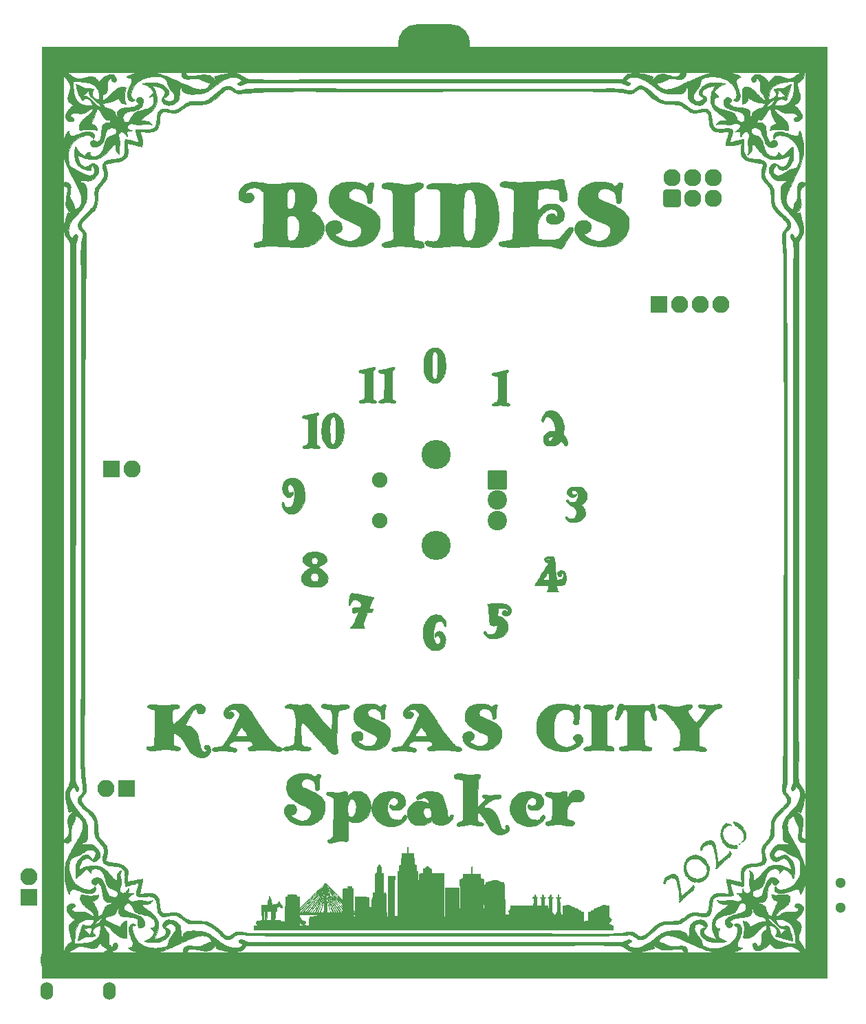
<source format=gbr>
%TF.GenerationSoftware,KiCad,Pcbnew,(6.0.7)*%
%TF.CreationDate,2022-09-02T14:08:35-05:00*%
%TF.ProjectId,BsidesKC-2022-Safe-Badge,42736964-6573-44b4-932d-323032322d53,0-c*%
%TF.SameCoordinates,Original*%
%TF.FileFunction,Soldermask,Top*%
%TF.FilePolarity,Negative*%
%FSLAX46Y46*%
G04 Gerber Fmt 4.6, Leading zero omitted, Abs format (unit mm)*
G04 Created by KiCad (PCBNEW (6.0.7)) date 2022-09-02 14:08:35*
%MOMM*%
%LPD*%
G01*
G04 APERTURE LIST*
G04 Aperture macros list*
%AMRoundRect*
0 Rectangle with rounded corners*
0 $1 Rounding radius*
0 $2 $3 $4 $5 $6 $7 $8 $9 X,Y pos of 4 corners*
0 Add a 4 corners polygon primitive as box body*
4,1,4,$2,$3,$4,$5,$6,$7,$8,$9,$2,$3,0*
0 Add four circle primitives for the rounded corners*
1,1,$1+$1,$2,$3*
1,1,$1+$1,$4,$5*
1,1,$1+$1,$6,$7*
1,1,$1+$1,$8,$9*
0 Add four rect primitives between the rounded corners*
20,1,$1+$1,$2,$3,$4,$5,0*
20,1,$1+$1,$4,$5,$6,$7,0*
20,1,$1+$1,$6,$7,$8,$9,0*
20,1,$1+$1,$8,$9,$2,$3,0*%
G04 Aperture macros list end*
%ADD10C,0.010000*%
%ADD11O,2.127200X2.127200*%
%ADD12RoundRect,0.200000X-0.863600X0.863600X-0.863600X-0.863600X0.863600X-0.863600X0.863600X0.863600X0*%
%ADD13C,2.127200*%
%ADD14O,8.900000X4.900000*%
%ADD15RoundRect,0.200000X-0.850000X0.850000X-0.850000X-0.850000X0.850000X-0.850000X0.850000X0.850000X0*%
%ADD16O,2.100000X2.100000*%
%ADD17RoundRect,0.200000X-0.850000X-0.850000X0.850000X-0.850000X0.850000X0.850000X-0.850000X0.850000X0*%
%ADD18C,1.300000*%
%ADD19RoundRect,0.200000X0.850000X-0.850000X0.850000X0.850000X-0.850000X0.850000X-0.850000X-0.850000X0*%
%ADD20O,1.200000X1.200000*%
%ADD21O,1.850000X2.400000*%
%ADD22O,1.550000X2.200000*%
%ADD23RoundRect,0.200000X1.000000X1.000000X-1.000000X1.000000X-1.000000X-1.000000X1.000000X-1.000000X0*%
%ADD24C,2.400000*%
%ADD25C,3.600000*%
%ADD26C,1.900000*%
G04 APERTURE END LIST*
%TO.C,G\u002A\u002A\u002A*%
G36*
X119082810Y-111853901D02*
G01*
X119235861Y-111860827D01*
X119358654Y-111883063D01*
X119461697Y-111924507D01*
X119555498Y-111989053D01*
X119626673Y-112055549D01*
X119744562Y-112193136D01*
X119822979Y-112325373D01*
X119863802Y-112455990D01*
X119871067Y-112541139D01*
X119858670Y-112659599D01*
X119818105Y-112762663D01*
X119744307Y-112860849D01*
X119692293Y-112912387D01*
X119576907Y-113003153D01*
X119462439Y-113057701D01*
X119337446Y-113080302D01*
X119243725Y-113079799D01*
X119116651Y-113063636D01*
X119019308Y-113029288D01*
X118946261Y-112971505D01*
X118892072Y-112885039D01*
X118851304Y-112764641D01*
X118832847Y-112683125D01*
X118814708Y-112597067D01*
X118798459Y-112527768D01*
X118786472Y-112484988D01*
X118782589Y-112476334D01*
X118751648Y-112471990D01*
X118695690Y-112485606D01*
X118625651Y-112512795D01*
X118552466Y-112549168D01*
X118487074Y-112590336D01*
X118474238Y-112600059D01*
X118424425Y-112644325D01*
X118379651Y-112697033D01*
X118333756Y-112767014D01*
X118280580Y-112863101D01*
X118251513Y-112919415D01*
X118115242Y-113185101D01*
X117988537Y-113427811D01*
X117872574Y-113645433D01*
X117768530Y-113835853D01*
X117677581Y-113996960D01*
X117600905Y-114126638D01*
X117539679Y-114222776D01*
X117495079Y-114283261D01*
X117486957Y-114292261D01*
X117424919Y-114367630D01*
X117397159Y-114427950D01*
X117404241Y-114470707D01*
X117442192Y-114492412D01*
X117481509Y-114500282D01*
X117552192Y-114513181D01*
X117643837Y-114529248D01*
X117735293Y-114544820D01*
X117883790Y-114571287D01*
X117999417Y-114597432D01*
X118091332Y-114628001D01*
X118168695Y-114667739D01*
X118240665Y-114721391D01*
X118316400Y-114793703D01*
X118405059Y-114889419D01*
X118409130Y-114893943D01*
X118538829Y-115042344D01*
X118644248Y-115173708D01*
X118733014Y-115298821D01*
X118812755Y-115428468D01*
X118891098Y-115573436D01*
X118894973Y-115581003D01*
X118943842Y-115681327D01*
X118979337Y-115768673D01*
X119006408Y-115858375D01*
X119030001Y-115965767D01*
X119044346Y-116043936D01*
X119107691Y-116383870D01*
X119171104Y-116682650D01*
X119234986Y-116941457D01*
X119299738Y-117161469D01*
X119365759Y-117343865D01*
X119433451Y-117489825D01*
X119503214Y-117600526D01*
X119575449Y-117677149D01*
X119606633Y-117699459D01*
X119685521Y-117731456D01*
X119774353Y-117741836D01*
X119862308Y-117732541D01*
X119938565Y-117705512D01*
X119992304Y-117662692D01*
X120010097Y-117627051D01*
X120018616Y-117547408D01*
X119995512Y-117493165D01*
X119938585Y-117459287D01*
X119936549Y-117458604D01*
X119853599Y-117411051D01*
X119798960Y-117332357D01*
X119772379Y-117222142D01*
X119771161Y-117208120D01*
X119775631Y-117099280D01*
X119809709Y-117018640D01*
X119876742Y-116961192D01*
X119958587Y-116927897D01*
X120056881Y-116903223D01*
X120132664Y-116897645D01*
X120201433Y-116911625D01*
X120261259Y-116936931D01*
X120358538Y-117007583D01*
X120437165Y-117114775D01*
X120495875Y-117256450D01*
X120521588Y-117360044D01*
X120543453Y-117517020D01*
X120539492Y-117650038D01*
X120507437Y-117770314D01*
X120445018Y-117889064D01*
X120402084Y-117950870D01*
X120285786Y-118094226D01*
X120170717Y-118205597D01*
X120046716Y-118293769D01*
X119938917Y-118351304D01*
X119868946Y-118383604D01*
X119812289Y-118405566D01*
X119757417Y-118419431D01*
X119692802Y-118427439D01*
X119606916Y-118431829D01*
X119511651Y-118434320D01*
X119379860Y-118435453D01*
X119276974Y-118431331D01*
X119189768Y-118420834D01*
X119105016Y-118402841D01*
X119087900Y-118398431D01*
X118912566Y-118338770D01*
X118720142Y-118249439D01*
X118518368Y-118135051D01*
X118314985Y-118000221D01*
X118117734Y-117849566D01*
X118004192Y-117752284D01*
X117944014Y-117688532D01*
X117876226Y-117597593D01*
X117799222Y-117476840D01*
X117711394Y-117323645D01*
X117611135Y-117135381D01*
X117533135Y-116982196D01*
X117411408Y-116760003D01*
X117271926Y-116540744D01*
X117119230Y-116329626D01*
X116957856Y-116131856D01*
X116792343Y-115952642D01*
X116627229Y-115797191D01*
X116467053Y-115670709D01*
X116316352Y-115578403D01*
X116304483Y-115572475D01*
X116185852Y-115520370D01*
X116096330Y-115495405D01*
X116032795Y-115497268D01*
X115992130Y-115525650D01*
X115983317Y-115540530D01*
X115956514Y-115625180D01*
X115938051Y-115748288D01*
X115928120Y-115906773D01*
X115926918Y-116097549D01*
X115934527Y-116315419D01*
X115944165Y-116498821D01*
X115953770Y-116644985D01*
X115966228Y-116758909D01*
X115984427Y-116845588D01*
X116011254Y-116910017D01*
X116049596Y-116957193D01*
X116102340Y-116992111D01*
X116172373Y-117019767D01*
X116262582Y-117045157D01*
X116371943Y-117072308D01*
X116538187Y-117118895D01*
X116662188Y-117165972D01*
X116744033Y-117213576D01*
X116780025Y-117253544D01*
X116802716Y-117336020D01*
X116788231Y-117417719D01*
X116740900Y-117489527D01*
X116665050Y-117542331D01*
X116637817Y-117552960D01*
X116551271Y-117569933D01*
X116430834Y-117576670D01*
X116283617Y-117573466D01*
X116116734Y-117560613D01*
X115937295Y-117538405D01*
X115817650Y-117519154D01*
X115686857Y-117496155D01*
X115552106Y-117472464D01*
X115427565Y-117450571D01*
X115327405Y-117432968D01*
X115309918Y-117429896D01*
X115249811Y-117419820D01*
X115195495Y-117412635D01*
X115141490Y-117408734D01*
X115082320Y-117408507D01*
X115012504Y-117412346D01*
X114926565Y-117420644D01*
X114819024Y-117433792D01*
X114684401Y-117452182D01*
X114517220Y-117476206D01*
X114378317Y-117496522D01*
X114132507Y-117529758D01*
X113896682Y-117556186D01*
X113675845Y-117575529D01*
X113475000Y-117587513D01*
X113299151Y-117591860D01*
X113153300Y-117588296D01*
X113042451Y-117576544D01*
X113017482Y-117571546D01*
X112891395Y-117531252D01*
X112786814Y-117476018D01*
X112706683Y-117410303D01*
X112653945Y-117338566D01*
X112631545Y-117265266D01*
X112642425Y-117194859D01*
X112689531Y-117131806D01*
X112714523Y-117112701D01*
X112745928Y-117093572D01*
X112778838Y-117080328D01*
X112821421Y-117071943D01*
X112881844Y-117067390D01*
X112968276Y-117065641D01*
X113088587Y-117065669D01*
X113212038Y-117065487D01*
X113301763Y-117063144D01*
X113366355Y-117057697D01*
X113414404Y-117048203D01*
X113454502Y-117033720D01*
X113476654Y-117023094D01*
X113503977Y-117009736D01*
X113527829Y-116997533D01*
X113548482Y-116983680D01*
X113566206Y-116965370D01*
X113581271Y-116939801D01*
X113593949Y-116904165D01*
X113604510Y-116855659D01*
X113613225Y-116791477D01*
X113620364Y-116708813D01*
X113626199Y-116604864D01*
X113630999Y-116476823D01*
X113635036Y-116321885D01*
X113638580Y-116137246D01*
X113641903Y-115920100D01*
X113645274Y-115667642D01*
X113648965Y-115377067D01*
X113651018Y-115216331D01*
X113655994Y-114814380D01*
X113660017Y-114452929D01*
X113663070Y-114130153D01*
X113665139Y-113844228D01*
X113666208Y-113593332D01*
X113666263Y-113375640D01*
X113665289Y-113189328D01*
X113663269Y-113032573D01*
X113660190Y-112903552D01*
X113656035Y-112800440D01*
X113650790Y-112721413D01*
X113644440Y-112664648D01*
X113636969Y-112628321D01*
X113629376Y-112611715D01*
X113598397Y-112592000D01*
X113535816Y-112564485D01*
X113450781Y-112532842D01*
X113354209Y-112501283D01*
X113172698Y-112444724D01*
X113028190Y-112396877D01*
X112916730Y-112355754D01*
X112834363Y-112319361D01*
X112777135Y-112285710D01*
X112741091Y-112252807D01*
X112722276Y-112218662D01*
X112716736Y-112181285D01*
X112716733Y-112180335D01*
X112735252Y-112134054D01*
X112784854Y-112081125D01*
X112856605Y-112028715D01*
X112941571Y-111983989D01*
X112980646Y-111968658D01*
X113085967Y-111944683D01*
X113227330Y-111932619D01*
X113400189Y-111932349D01*
X113599997Y-111943753D01*
X113822208Y-111966715D01*
X114029067Y-111995822D01*
X114232073Y-112024583D01*
X114424704Y-112044682D01*
X114613381Y-112055886D01*
X114804523Y-112057959D01*
X115004551Y-112050667D01*
X115219882Y-112033776D01*
X115456939Y-112007051D01*
X115722140Y-111970258D01*
X116021905Y-111923163D01*
X116022742Y-111923026D01*
X116177475Y-111902293D01*
X116301715Y-111898010D01*
X116404665Y-111911923D01*
X116495532Y-111945782D01*
X116583522Y-112001336D01*
X116630029Y-112038396D01*
X116684051Y-112107427D01*
X116698862Y-112186778D01*
X116674392Y-112270641D01*
X116633583Y-112329225D01*
X116568350Y-112385959D01*
X116485450Y-112423420D01*
X116377172Y-112443984D01*
X116241409Y-112450034D01*
X116107318Y-112459813D01*
X116004577Y-112491253D01*
X115926463Y-112547507D01*
X115870525Y-112623965D01*
X115856719Y-112649040D01*
X115845417Y-112673262D01*
X115836482Y-112700755D01*
X115829773Y-112735645D01*
X115825151Y-112782057D01*
X115822477Y-112844116D01*
X115821611Y-112925948D01*
X115822414Y-113031677D01*
X115824746Y-113165428D01*
X115828468Y-113331328D01*
X115833441Y-113533500D01*
X115836146Y-113641253D01*
X115854642Y-114377389D01*
X115899646Y-114364252D01*
X116018349Y-114315660D01*
X116157440Y-114233829D01*
X116262150Y-114160023D01*
X116339836Y-114096821D01*
X116440735Y-114006725D01*
X116560035Y-113894568D01*
X116692923Y-113765185D01*
X116834587Y-113623408D01*
X116980214Y-113474073D01*
X117124992Y-113322012D01*
X117264108Y-113172060D01*
X117392750Y-113029049D01*
X117427204Y-112989801D01*
X117602271Y-112790890D01*
X117754758Y-112621930D01*
X117888278Y-112479616D01*
X118006445Y-112360641D01*
X118112871Y-112261700D01*
X118211170Y-112179487D01*
X118304956Y-112110696D01*
X118397840Y-112052022D01*
X118493437Y-112000158D01*
X118526983Y-111983593D01*
X118670164Y-111920733D01*
X118797950Y-111880842D01*
X118927562Y-111859899D01*
X119076222Y-111853888D01*
X119082810Y-111853901D01*
G37*
D10*
X119082810Y-111853901D02*
X119235861Y-111860827D01*
X119358654Y-111883063D01*
X119461697Y-111924507D01*
X119555498Y-111989053D01*
X119626673Y-112055549D01*
X119744562Y-112193136D01*
X119822979Y-112325373D01*
X119863802Y-112455990D01*
X119871067Y-112541139D01*
X119858670Y-112659599D01*
X119818105Y-112762663D01*
X119744307Y-112860849D01*
X119692293Y-112912387D01*
X119576907Y-113003153D01*
X119462439Y-113057701D01*
X119337446Y-113080302D01*
X119243725Y-113079799D01*
X119116651Y-113063636D01*
X119019308Y-113029288D01*
X118946261Y-112971505D01*
X118892072Y-112885039D01*
X118851304Y-112764641D01*
X118832847Y-112683125D01*
X118814708Y-112597067D01*
X118798459Y-112527768D01*
X118786472Y-112484988D01*
X118782589Y-112476334D01*
X118751648Y-112471990D01*
X118695690Y-112485606D01*
X118625651Y-112512795D01*
X118552466Y-112549168D01*
X118487074Y-112590336D01*
X118474238Y-112600059D01*
X118424425Y-112644325D01*
X118379651Y-112697033D01*
X118333756Y-112767014D01*
X118280580Y-112863101D01*
X118251513Y-112919415D01*
X118115242Y-113185101D01*
X117988537Y-113427811D01*
X117872574Y-113645433D01*
X117768530Y-113835853D01*
X117677581Y-113996960D01*
X117600905Y-114126638D01*
X117539679Y-114222776D01*
X117495079Y-114283261D01*
X117486957Y-114292261D01*
X117424919Y-114367630D01*
X117397159Y-114427950D01*
X117404241Y-114470707D01*
X117442192Y-114492412D01*
X117481509Y-114500282D01*
X117552192Y-114513181D01*
X117643837Y-114529248D01*
X117735293Y-114544820D01*
X117883790Y-114571287D01*
X117999417Y-114597432D01*
X118091332Y-114628001D01*
X118168695Y-114667739D01*
X118240665Y-114721391D01*
X118316400Y-114793703D01*
X118405059Y-114889419D01*
X118409130Y-114893943D01*
X118538829Y-115042344D01*
X118644248Y-115173708D01*
X118733014Y-115298821D01*
X118812755Y-115428468D01*
X118891098Y-115573436D01*
X118894973Y-115581003D01*
X118943842Y-115681327D01*
X118979337Y-115768673D01*
X119006408Y-115858375D01*
X119030001Y-115965767D01*
X119044346Y-116043936D01*
X119107691Y-116383870D01*
X119171104Y-116682650D01*
X119234986Y-116941457D01*
X119299738Y-117161469D01*
X119365759Y-117343865D01*
X119433451Y-117489825D01*
X119503214Y-117600526D01*
X119575449Y-117677149D01*
X119606633Y-117699459D01*
X119685521Y-117731456D01*
X119774353Y-117741836D01*
X119862308Y-117732541D01*
X119938565Y-117705512D01*
X119992304Y-117662692D01*
X120010097Y-117627051D01*
X120018616Y-117547408D01*
X119995512Y-117493165D01*
X119938585Y-117459287D01*
X119936549Y-117458604D01*
X119853599Y-117411051D01*
X119798960Y-117332357D01*
X119772379Y-117222142D01*
X119771161Y-117208120D01*
X119775631Y-117099280D01*
X119809709Y-117018640D01*
X119876742Y-116961192D01*
X119958587Y-116927897D01*
X120056881Y-116903223D01*
X120132664Y-116897645D01*
X120201433Y-116911625D01*
X120261259Y-116936931D01*
X120358538Y-117007583D01*
X120437165Y-117114775D01*
X120495875Y-117256450D01*
X120521588Y-117360044D01*
X120543453Y-117517020D01*
X120539492Y-117650038D01*
X120507437Y-117770314D01*
X120445018Y-117889064D01*
X120402084Y-117950870D01*
X120285786Y-118094226D01*
X120170717Y-118205597D01*
X120046716Y-118293769D01*
X119938917Y-118351304D01*
X119868946Y-118383604D01*
X119812289Y-118405566D01*
X119757417Y-118419431D01*
X119692802Y-118427439D01*
X119606916Y-118431829D01*
X119511651Y-118434320D01*
X119379860Y-118435453D01*
X119276974Y-118431331D01*
X119189768Y-118420834D01*
X119105016Y-118402841D01*
X119087900Y-118398431D01*
X118912566Y-118338770D01*
X118720142Y-118249439D01*
X118518368Y-118135051D01*
X118314985Y-118000221D01*
X118117734Y-117849566D01*
X118004192Y-117752284D01*
X117944014Y-117688532D01*
X117876226Y-117597593D01*
X117799222Y-117476840D01*
X117711394Y-117323645D01*
X117611135Y-117135381D01*
X117533135Y-116982196D01*
X117411408Y-116760003D01*
X117271926Y-116540744D01*
X117119230Y-116329626D01*
X116957856Y-116131856D01*
X116792343Y-115952642D01*
X116627229Y-115797191D01*
X116467053Y-115670709D01*
X116316352Y-115578403D01*
X116304483Y-115572475D01*
X116185852Y-115520370D01*
X116096330Y-115495405D01*
X116032795Y-115497268D01*
X115992130Y-115525650D01*
X115983317Y-115540530D01*
X115956514Y-115625180D01*
X115938051Y-115748288D01*
X115928120Y-115906773D01*
X115926918Y-116097549D01*
X115934527Y-116315419D01*
X115944165Y-116498821D01*
X115953770Y-116644985D01*
X115966228Y-116758909D01*
X115984427Y-116845588D01*
X116011254Y-116910017D01*
X116049596Y-116957193D01*
X116102340Y-116992111D01*
X116172373Y-117019767D01*
X116262582Y-117045157D01*
X116371943Y-117072308D01*
X116538187Y-117118895D01*
X116662188Y-117165972D01*
X116744033Y-117213576D01*
X116780025Y-117253544D01*
X116802716Y-117336020D01*
X116788231Y-117417719D01*
X116740900Y-117489527D01*
X116665050Y-117542331D01*
X116637817Y-117552960D01*
X116551271Y-117569933D01*
X116430834Y-117576670D01*
X116283617Y-117573466D01*
X116116734Y-117560613D01*
X115937295Y-117538405D01*
X115817650Y-117519154D01*
X115686857Y-117496155D01*
X115552106Y-117472464D01*
X115427565Y-117450571D01*
X115327405Y-117432968D01*
X115309918Y-117429896D01*
X115249811Y-117419820D01*
X115195495Y-117412635D01*
X115141490Y-117408734D01*
X115082320Y-117408507D01*
X115012504Y-117412346D01*
X114926565Y-117420644D01*
X114819024Y-117433792D01*
X114684401Y-117452182D01*
X114517220Y-117476206D01*
X114378317Y-117496522D01*
X114132507Y-117529758D01*
X113896682Y-117556186D01*
X113675845Y-117575529D01*
X113475000Y-117587513D01*
X113299151Y-117591860D01*
X113153300Y-117588296D01*
X113042451Y-117576544D01*
X113017482Y-117571546D01*
X112891395Y-117531252D01*
X112786814Y-117476018D01*
X112706683Y-117410303D01*
X112653945Y-117338566D01*
X112631545Y-117265266D01*
X112642425Y-117194859D01*
X112689531Y-117131806D01*
X112714523Y-117112701D01*
X112745928Y-117093572D01*
X112778838Y-117080328D01*
X112821421Y-117071943D01*
X112881844Y-117067390D01*
X112968276Y-117065641D01*
X113088587Y-117065669D01*
X113212038Y-117065487D01*
X113301763Y-117063144D01*
X113366355Y-117057697D01*
X113414404Y-117048203D01*
X113454502Y-117033720D01*
X113476654Y-117023094D01*
X113503977Y-117009736D01*
X113527829Y-116997533D01*
X113548482Y-116983680D01*
X113566206Y-116965370D01*
X113581271Y-116939801D01*
X113593949Y-116904165D01*
X113604510Y-116855659D01*
X113613225Y-116791477D01*
X113620364Y-116708813D01*
X113626199Y-116604864D01*
X113630999Y-116476823D01*
X113635036Y-116321885D01*
X113638580Y-116137246D01*
X113641903Y-115920100D01*
X113645274Y-115667642D01*
X113648965Y-115377067D01*
X113651018Y-115216331D01*
X113655994Y-114814380D01*
X113660017Y-114452929D01*
X113663070Y-114130153D01*
X113665139Y-113844228D01*
X113666208Y-113593332D01*
X113666263Y-113375640D01*
X113665289Y-113189328D01*
X113663269Y-113032573D01*
X113660190Y-112903552D01*
X113656035Y-112800440D01*
X113650790Y-112721413D01*
X113644440Y-112664648D01*
X113636969Y-112628321D01*
X113629376Y-112611715D01*
X113598397Y-112592000D01*
X113535816Y-112564485D01*
X113450781Y-112532842D01*
X113354209Y-112501283D01*
X113172698Y-112444724D01*
X113028190Y-112396877D01*
X112916730Y-112355754D01*
X112834363Y-112319361D01*
X112777135Y-112285710D01*
X112741091Y-112252807D01*
X112722276Y-112218662D01*
X112716736Y-112181285D01*
X112716733Y-112180335D01*
X112735252Y-112134054D01*
X112784854Y-112081125D01*
X112856605Y-112028715D01*
X112941571Y-111983989D01*
X112980646Y-111968658D01*
X113085967Y-111944683D01*
X113227330Y-111932619D01*
X113400189Y-111932349D01*
X113599997Y-111943753D01*
X113822208Y-111966715D01*
X114029067Y-111995822D01*
X114232073Y-112024583D01*
X114424704Y-112044682D01*
X114613381Y-112055886D01*
X114804523Y-112057959D01*
X115004551Y-112050667D01*
X115219882Y-112033776D01*
X115456939Y-112007051D01*
X115722140Y-111970258D01*
X116021905Y-111923163D01*
X116022742Y-111923026D01*
X116177475Y-111902293D01*
X116301715Y-111898010D01*
X116404665Y-111911923D01*
X116495532Y-111945782D01*
X116583522Y-112001336D01*
X116630029Y-112038396D01*
X116684051Y-112107427D01*
X116698862Y-112186778D01*
X116674392Y-112270641D01*
X116633583Y-112329225D01*
X116568350Y-112385959D01*
X116485450Y-112423420D01*
X116377172Y-112443984D01*
X116241409Y-112450034D01*
X116107318Y-112459813D01*
X116004577Y-112491253D01*
X115926463Y-112547507D01*
X115870525Y-112623965D01*
X115856719Y-112649040D01*
X115845417Y-112673262D01*
X115836482Y-112700755D01*
X115829773Y-112735645D01*
X115825151Y-112782057D01*
X115822477Y-112844116D01*
X115821611Y-112925948D01*
X115822414Y-113031677D01*
X115824746Y-113165428D01*
X115828468Y-113331328D01*
X115833441Y-113533500D01*
X115836146Y-113641253D01*
X115854642Y-114377389D01*
X115899646Y-114364252D01*
X116018349Y-114315660D01*
X116157440Y-114233829D01*
X116262150Y-114160023D01*
X116339836Y-114096821D01*
X116440735Y-114006725D01*
X116560035Y-113894568D01*
X116692923Y-113765185D01*
X116834587Y-113623408D01*
X116980214Y-113474073D01*
X117124992Y-113322012D01*
X117264108Y-113172060D01*
X117392750Y-113029049D01*
X117427204Y-112989801D01*
X117602271Y-112790890D01*
X117754758Y-112621930D01*
X117888278Y-112479616D01*
X118006445Y-112360641D01*
X118112871Y-112261700D01*
X118211170Y-112179487D01*
X118304956Y-112110696D01*
X118397840Y-112052022D01*
X118493437Y-112000158D01*
X118526983Y-111983593D01*
X118670164Y-111920733D01*
X118797950Y-111880842D01*
X118927562Y-111859899D01*
X119076222Y-111853888D01*
X119082810Y-111853901D01*
G36*
X183139850Y-111886174D02*
G01*
X183237949Y-111906349D01*
X183324151Y-111934943D01*
X183379259Y-111965101D01*
X183434332Y-112029422D01*
X183463061Y-112107489D01*
X183461062Y-112184556D01*
X183451885Y-112209404D01*
X183420270Y-112258723D01*
X183374633Y-112299360D01*
X183308042Y-112335008D01*
X183213566Y-112369363D01*
X183084271Y-112406118D01*
X183081418Y-112406868D01*
X182973105Y-112437688D01*
X182867283Y-112471943D01*
X182778187Y-112504815D01*
X182732369Y-112524934D01*
X182666455Y-112567593D01*
X182577641Y-112640100D01*
X182469088Y-112738946D01*
X182343956Y-112860618D01*
X182205407Y-113001605D01*
X182056602Y-113158397D01*
X181900702Y-113327480D01*
X181740867Y-113505345D01*
X181580260Y-113688480D01*
X181422041Y-113873374D01*
X181269372Y-114056515D01*
X181125412Y-114234393D01*
X180993324Y-114403495D01*
X180876268Y-114560311D01*
X180790630Y-114681793D01*
X180661733Y-114870970D01*
X180661733Y-115931873D01*
X180661973Y-116185084D01*
X180662739Y-116398801D01*
X180664100Y-116575860D01*
X180666123Y-116719099D01*
X180668878Y-116831354D01*
X180672434Y-116915461D01*
X180676858Y-116974258D01*
X180682219Y-117010581D01*
X180688192Y-117026791D01*
X180718206Y-117045228D01*
X180780298Y-117070208D01*
X180865371Y-117098438D01*
X180963234Y-117126337D01*
X181148278Y-117177946D01*
X181294841Y-117225738D01*
X181406383Y-117271627D01*
X181486368Y-117317530D01*
X181538255Y-117365365D01*
X181565507Y-117417046D01*
X181571900Y-117463281D01*
X181554309Y-117530507D01*
X181508341Y-117601473D01*
X181444198Y-117662495D01*
X181405337Y-117686628D01*
X181363003Y-117704419D01*
X181315202Y-117715896D01*
X181256782Y-117720704D01*
X181182590Y-117718488D01*
X181087474Y-117708893D01*
X180966282Y-117691564D01*
X180813862Y-117666145D01*
X180629983Y-117633182D01*
X180466467Y-117604036D01*
X180301914Y-117576079D01*
X180145437Y-117550760D01*
X180006148Y-117529526D01*
X179893160Y-117513825D01*
X179836233Y-117507072D01*
X179652773Y-117494123D01*
X179439168Y-117489417D01*
X179206711Y-117492544D01*
X178966695Y-117503090D01*
X178730414Y-117520644D01*
X178509162Y-117544793D01*
X178407483Y-117559245D01*
X178200002Y-117590126D01*
X178029271Y-117612027D01*
X177890648Y-117624834D01*
X177779490Y-117628433D01*
X177691152Y-117622710D01*
X177620992Y-117607551D01*
X177564366Y-117582841D01*
X177516631Y-117548468D01*
X177504202Y-117537074D01*
X177455738Y-117472093D01*
X177449472Y-117410449D01*
X177485403Y-117352160D01*
X177492025Y-117345868D01*
X177529466Y-117314605D01*
X177569764Y-117289330D01*
X177622013Y-117266130D01*
X177695307Y-117241090D01*
X177798741Y-117210295D01*
X177823455Y-117203213D01*
X177991147Y-117149331D01*
X178121875Y-117094245D01*
X178213780Y-117038859D01*
X178260835Y-116990937D01*
X178279239Y-116948414D01*
X178294593Y-116880194D01*
X178307052Y-116783817D01*
X178316770Y-116656821D01*
X178323903Y-116496746D01*
X178328604Y-116301131D01*
X178331030Y-116067514D01*
X178331450Y-115868450D01*
X178330587Y-115651417D01*
X178328274Y-115474884D01*
X178324447Y-115337037D01*
X178319041Y-115236067D01*
X178311993Y-115170160D01*
X178305747Y-115143074D01*
X178286984Y-115108539D01*
X178245844Y-115043961D01*
X178185138Y-114953323D01*
X178107676Y-114840609D01*
X178016267Y-114709801D01*
X177913721Y-114564883D01*
X177802849Y-114409837D01*
X177686459Y-114248647D01*
X177567362Y-114085296D01*
X177448369Y-113923767D01*
X177393287Y-113849625D01*
X177269747Y-113688383D01*
X177133218Y-113518055D01*
X176990201Y-113346212D01*
X176847197Y-113180426D01*
X176710710Y-113028265D01*
X176587241Y-112897302D01*
X176505874Y-112816377D01*
X176369000Y-112691763D01*
X176247573Y-112596403D01*
X176132761Y-112524870D01*
X176015732Y-112471738D01*
X175887657Y-112431581D01*
X175873951Y-112428082D01*
X175758194Y-112394097D01*
X175678093Y-112356593D01*
X175627016Y-112310071D01*
X175598331Y-112249033D01*
X175587544Y-112190602D01*
X175584255Y-112128777D01*
X175597126Y-112088651D01*
X175633472Y-112050522D01*
X175642375Y-112042937D01*
X175710241Y-112003094D01*
X175807803Y-111967880D01*
X175922446Y-111940540D01*
X176041553Y-111924322D01*
X176115078Y-111921280D01*
X176248524Y-111928253D01*
X176420257Y-111948133D01*
X176628343Y-111980620D01*
X176870849Y-112025411D01*
X177142527Y-112081491D01*
X177603150Y-112180779D01*
X177973567Y-112168696D01*
X178094523Y-112164472D01*
X178192290Y-112159685D01*
X178275969Y-112152897D01*
X178354664Y-112142666D01*
X178437476Y-112127555D01*
X178533508Y-112106122D01*
X178651862Y-112076930D01*
X178801641Y-112038538D01*
X178809650Y-112036472D01*
X178969934Y-111995706D01*
X179097230Y-111965013D01*
X179199293Y-111942975D01*
X179283877Y-111928176D01*
X179358737Y-111919196D01*
X179431630Y-111914619D01*
X179483345Y-111913307D01*
X179691373Y-111910284D01*
X179753220Y-111979409D01*
X179803796Y-112062720D01*
X179813417Y-112152030D01*
X179782701Y-112245338D01*
X179712264Y-112340645D01*
X179615439Y-112426460D01*
X179477778Y-112536592D01*
X179377725Y-112629827D01*
X179314469Y-112707046D01*
X179287199Y-112769128D01*
X179285900Y-112783527D01*
X179300609Y-112855555D01*
X179342916Y-112952772D01*
X179410089Y-113070834D01*
X179499397Y-113205398D01*
X179608108Y-113352119D01*
X179733491Y-113506651D01*
X179760402Y-113538199D01*
X179820380Y-113611033D01*
X179893146Y-113703961D01*
X179967335Y-113802310D01*
X180005567Y-113854703D01*
X180068590Y-113937345D01*
X180130808Y-114010277D01*
X180183924Y-114064212D01*
X180212562Y-114086474D01*
X180264675Y-114111789D01*
X180306716Y-114113598D01*
X180350145Y-114099090D01*
X180404654Y-114065748D01*
X180478249Y-114004951D01*
X180564725Y-113923187D01*
X180657874Y-113826947D01*
X180751489Y-113722721D01*
X180839363Y-113617000D01*
X180915290Y-113516271D01*
X180935346Y-113487200D01*
X181005355Y-113384921D01*
X181089046Y-113265474D01*
X181174659Y-113145527D01*
X181234083Y-113063867D01*
X181354240Y-112892292D01*
X181442168Y-112747858D01*
X181497970Y-112630384D01*
X181515613Y-112574713D01*
X181517665Y-112527986D01*
X181496770Y-112490112D01*
X181449498Y-112459900D01*
X181372421Y-112436159D01*
X181262111Y-112417698D01*
X181115139Y-112403324D01*
X181000548Y-112395737D01*
X180890467Y-112389028D01*
X180813953Y-112382430D01*
X180762301Y-112373779D01*
X180726808Y-112360908D01*
X180698768Y-112341652D01*
X180669477Y-112313844D01*
X180668843Y-112313210D01*
X180607535Y-112228306D01*
X180583447Y-112138940D01*
X180595975Y-112052783D01*
X180644517Y-111977502D01*
X180698459Y-111936046D01*
X180757919Y-111910705D01*
X180830270Y-111899246D01*
X180922654Y-111901745D01*
X181042209Y-111918279D01*
X181159150Y-111941019D01*
X181313589Y-111969755D01*
X181488386Y-111996077D01*
X181670342Y-112018473D01*
X181846261Y-112035436D01*
X182002945Y-112045456D01*
X182090483Y-112047534D01*
X182182662Y-112043539D01*
X182288996Y-112030616D01*
X182417564Y-112007470D01*
X182576447Y-111972809D01*
X182618135Y-111963071D01*
X182740682Y-111935084D01*
X182853589Y-111911010D01*
X182948457Y-111892508D01*
X183016888Y-111881240D01*
X183045718Y-111878534D01*
X183139850Y-111886174D01*
G37*
X183139850Y-111886174D02*
X183237949Y-111906349D01*
X183324151Y-111934943D01*
X183379259Y-111965101D01*
X183434332Y-112029422D01*
X183463061Y-112107489D01*
X183461062Y-112184556D01*
X183451885Y-112209404D01*
X183420270Y-112258723D01*
X183374633Y-112299360D01*
X183308042Y-112335008D01*
X183213566Y-112369363D01*
X183084271Y-112406118D01*
X183081418Y-112406868D01*
X182973105Y-112437688D01*
X182867283Y-112471943D01*
X182778187Y-112504815D01*
X182732369Y-112524934D01*
X182666455Y-112567593D01*
X182577641Y-112640100D01*
X182469088Y-112738946D01*
X182343956Y-112860618D01*
X182205407Y-113001605D01*
X182056602Y-113158397D01*
X181900702Y-113327480D01*
X181740867Y-113505345D01*
X181580260Y-113688480D01*
X181422041Y-113873374D01*
X181269372Y-114056515D01*
X181125412Y-114234393D01*
X180993324Y-114403495D01*
X180876268Y-114560311D01*
X180790630Y-114681793D01*
X180661733Y-114870970D01*
X180661733Y-115931873D01*
X180661973Y-116185084D01*
X180662739Y-116398801D01*
X180664100Y-116575860D01*
X180666123Y-116719099D01*
X180668878Y-116831354D01*
X180672434Y-116915461D01*
X180676858Y-116974258D01*
X180682219Y-117010581D01*
X180688192Y-117026791D01*
X180718206Y-117045228D01*
X180780298Y-117070208D01*
X180865371Y-117098438D01*
X180963234Y-117126337D01*
X181148278Y-117177946D01*
X181294841Y-117225738D01*
X181406383Y-117271627D01*
X181486368Y-117317530D01*
X181538255Y-117365365D01*
X181565507Y-117417046D01*
X181571900Y-117463281D01*
X181554309Y-117530507D01*
X181508341Y-117601473D01*
X181444198Y-117662495D01*
X181405337Y-117686628D01*
X181363003Y-117704419D01*
X181315202Y-117715896D01*
X181256782Y-117720704D01*
X181182590Y-117718488D01*
X181087474Y-117708893D01*
X180966282Y-117691564D01*
X180813862Y-117666145D01*
X180629983Y-117633182D01*
X180466467Y-117604036D01*
X180301914Y-117576079D01*
X180145437Y-117550760D01*
X180006148Y-117529526D01*
X179893160Y-117513825D01*
X179836233Y-117507072D01*
X179652773Y-117494123D01*
X179439168Y-117489417D01*
X179206711Y-117492544D01*
X178966695Y-117503090D01*
X178730414Y-117520644D01*
X178509162Y-117544793D01*
X178407483Y-117559245D01*
X178200002Y-117590126D01*
X178029271Y-117612027D01*
X177890648Y-117624834D01*
X177779490Y-117628433D01*
X177691152Y-117622710D01*
X177620992Y-117607551D01*
X177564366Y-117582841D01*
X177516631Y-117548468D01*
X177504202Y-117537074D01*
X177455738Y-117472093D01*
X177449472Y-117410449D01*
X177485403Y-117352160D01*
X177492025Y-117345868D01*
X177529466Y-117314605D01*
X177569764Y-117289330D01*
X177622013Y-117266130D01*
X177695307Y-117241090D01*
X177798741Y-117210295D01*
X177823455Y-117203213D01*
X177991147Y-117149331D01*
X178121875Y-117094245D01*
X178213780Y-117038859D01*
X178260835Y-116990937D01*
X178279239Y-116948414D01*
X178294593Y-116880194D01*
X178307052Y-116783817D01*
X178316770Y-116656821D01*
X178323903Y-116496746D01*
X178328604Y-116301131D01*
X178331030Y-116067514D01*
X178331450Y-115868450D01*
X178330587Y-115651417D01*
X178328274Y-115474884D01*
X178324447Y-115337037D01*
X178319041Y-115236067D01*
X178311993Y-115170160D01*
X178305747Y-115143074D01*
X178286984Y-115108539D01*
X178245844Y-115043961D01*
X178185138Y-114953323D01*
X178107676Y-114840609D01*
X178016267Y-114709801D01*
X177913721Y-114564883D01*
X177802849Y-114409837D01*
X177686459Y-114248647D01*
X177567362Y-114085296D01*
X177448369Y-113923767D01*
X177393287Y-113849625D01*
X177269747Y-113688383D01*
X177133218Y-113518055D01*
X176990201Y-113346212D01*
X176847197Y-113180426D01*
X176710710Y-113028265D01*
X176587241Y-112897302D01*
X176505874Y-112816377D01*
X176369000Y-112691763D01*
X176247573Y-112596403D01*
X176132761Y-112524870D01*
X176015732Y-112471738D01*
X175887657Y-112431581D01*
X175873951Y-112428082D01*
X175758194Y-112394097D01*
X175678093Y-112356593D01*
X175627016Y-112310071D01*
X175598331Y-112249033D01*
X175587544Y-112190602D01*
X175584255Y-112128777D01*
X175597126Y-112088651D01*
X175633472Y-112050522D01*
X175642375Y-112042937D01*
X175710241Y-112003094D01*
X175807803Y-111967880D01*
X175922446Y-111940540D01*
X176041553Y-111924322D01*
X176115078Y-111921280D01*
X176248524Y-111928253D01*
X176420257Y-111948133D01*
X176628343Y-111980620D01*
X176870849Y-112025411D01*
X177142527Y-112081491D01*
X177603150Y-112180779D01*
X177973567Y-112168696D01*
X178094523Y-112164472D01*
X178192290Y-112159685D01*
X178275969Y-112152897D01*
X178354664Y-112142666D01*
X178437476Y-112127555D01*
X178533508Y-112106122D01*
X178651862Y-112076930D01*
X178801641Y-112038538D01*
X178809650Y-112036472D01*
X178969934Y-111995706D01*
X179097230Y-111965013D01*
X179199293Y-111942975D01*
X179283877Y-111928176D01*
X179358737Y-111919196D01*
X179431630Y-111914619D01*
X179483345Y-111913307D01*
X179691373Y-111910284D01*
X179753220Y-111979409D01*
X179803796Y-112062720D01*
X179813417Y-112152030D01*
X179782701Y-112245338D01*
X179712264Y-112340645D01*
X179615439Y-112426460D01*
X179477778Y-112536592D01*
X179377725Y-112629827D01*
X179314469Y-112707046D01*
X179287199Y-112769128D01*
X179285900Y-112783527D01*
X179300609Y-112855555D01*
X179342916Y-112952772D01*
X179410089Y-113070834D01*
X179499397Y-113205398D01*
X179608108Y-113352119D01*
X179733491Y-113506651D01*
X179760402Y-113538199D01*
X179820380Y-113611033D01*
X179893146Y-113703961D01*
X179967335Y-113802310D01*
X180005567Y-113854703D01*
X180068590Y-113937345D01*
X180130808Y-114010277D01*
X180183924Y-114064212D01*
X180212562Y-114086474D01*
X180264675Y-114111789D01*
X180306716Y-114113598D01*
X180350145Y-114099090D01*
X180404654Y-114065748D01*
X180478249Y-114004951D01*
X180564725Y-113923187D01*
X180657874Y-113826947D01*
X180751489Y-113722721D01*
X180839363Y-113617000D01*
X180915290Y-113516271D01*
X180935346Y-113487200D01*
X181005355Y-113384921D01*
X181089046Y-113265474D01*
X181174659Y-113145527D01*
X181234083Y-113063867D01*
X181354240Y-112892292D01*
X181442168Y-112747858D01*
X181497970Y-112630384D01*
X181515613Y-112574713D01*
X181517665Y-112527986D01*
X181496770Y-112490112D01*
X181449498Y-112459900D01*
X181372421Y-112436159D01*
X181262111Y-112417698D01*
X181115139Y-112403324D01*
X181000548Y-112395737D01*
X180890467Y-112389028D01*
X180813953Y-112382430D01*
X180762301Y-112373779D01*
X180726808Y-112360908D01*
X180698768Y-112341652D01*
X180669477Y-112313844D01*
X180668843Y-112313210D01*
X180607535Y-112228306D01*
X180583447Y-112138940D01*
X180595975Y-112052783D01*
X180644517Y-111977502D01*
X180698459Y-111936046D01*
X180757919Y-111910705D01*
X180830270Y-111899246D01*
X180922654Y-111901745D01*
X181042209Y-111918279D01*
X181159150Y-111941019D01*
X181313589Y-111969755D01*
X181488386Y-111996077D01*
X181670342Y-112018473D01*
X181846261Y-112035436D01*
X182002945Y-112045456D01*
X182090483Y-112047534D01*
X182182662Y-112043539D01*
X182288996Y-112030616D01*
X182417564Y-112007470D01*
X182576447Y-111972809D01*
X182618135Y-111963071D01*
X182740682Y-111935084D01*
X182853589Y-111911010D01*
X182948457Y-111892508D01*
X183016888Y-111881240D01*
X183045718Y-111878534D01*
X183139850Y-111886174D01*
G36*
X142923054Y-122641715D02*
G01*
X143219670Y-122673592D01*
X143483282Y-122727330D01*
X143715807Y-122803424D01*
X143919159Y-122902375D01*
X144090543Y-123020824D01*
X144219726Y-123149215D01*
X144333763Y-123307325D01*
X144427436Y-123484504D01*
X144495522Y-123670102D01*
X144532802Y-123853468D01*
X144538166Y-123933961D01*
X144537349Y-124014071D01*
X144528847Y-124077749D01*
X144508580Y-124141371D01*
X144472468Y-124221311D01*
X144460477Y-124245783D01*
X144388415Y-124367741D01*
X144293138Y-124494658D01*
X144183880Y-124616545D01*
X144069877Y-124723416D01*
X143960365Y-124805284D01*
X143922675Y-124827323D01*
X143764995Y-124889904D01*
X143584464Y-124925694D01*
X143390881Y-124934844D01*
X143194048Y-124917508D01*
X143003765Y-124873837D01*
X142842945Y-124810548D01*
X142713123Y-124728544D01*
X142621337Y-124629093D01*
X142568090Y-124513021D01*
X142553884Y-124381151D01*
X142557057Y-124340757D01*
X142568015Y-124287210D01*
X142592450Y-124261152D01*
X142635108Y-124249187D01*
X142689755Y-124247535D01*
X142753968Y-124265120D01*
X142828646Y-124299164D01*
X142910288Y-124337452D01*
X142992095Y-124371225D01*
X143041409Y-124388422D01*
X143100437Y-124402504D01*
X143147334Y-124400053D01*
X143203392Y-124378828D01*
X143223520Y-124369269D01*
X143281458Y-124332825D01*
X143354611Y-124275025D01*
X143430190Y-124206260D01*
X143456030Y-124180304D01*
X143543404Y-124082371D01*
X143598504Y-123999693D01*
X143624360Y-123924159D01*
X143624000Y-123847659D01*
X143606163Y-123778216D01*
X143539443Y-123627293D01*
X143453768Y-123513771D01*
X143347716Y-123436519D01*
X143219866Y-123394405D01*
X143112067Y-123385201D01*
X142952359Y-123404981D01*
X142805292Y-123464840D01*
X142671633Y-123564226D01*
X142552149Y-123702584D01*
X142459165Y-123856474D01*
X142391232Y-124001638D01*
X142342812Y-124140665D01*
X142308991Y-124290334D01*
X142287654Y-124441934D01*
X142278613Y-124637031D01*
X142292591Y-124841392D01*
X142327293Y-125048112D01*
X142380425Y-125250282D01*
X142449691Y-125440997D01*
X142532796Y-125613349D01*
X142627447Y-125760432D01*
X142731347Y-125875339D01*
X142775908Y-125911417D01*
X142877028Y-125968358D01*
X143010511Y-126019417D01*
X143166555Y-126062431D01*
X143335352Y-126095238D01*
X143507097Y-126115672D01*
X143671987Y-126121572D01*
X143721532Y-126120045D01*
X143829036Y-126109524D01*
X143914654Y-126086121D01*
X143986216Y-126044142D01*
X144051554Y-125977895D01*
X144118500Y-125881686D01*
X144170309Y-125793826D01*
X144245965Y-125668433D01*
X144311413Y-125580802D01*
X144370520Y-125528771D01*
X144427152Y-125510175D01*
X144485175Y-125522851D01*
X144548457Y-125564638D01*
X144560951Y-125575300D01*
X144634024Y-125663420D01*
X144666720Y-125763809D01*
X144659107Y-125876224D01*
X144611248Y-126000419D01*
X144523210Y-126136149D01*
X144395057Y-126283169D01*
X144363545Y-126314970D01*
X144141765Y-126508078D01*
X143905907Y-126662883D01*
X143657878Y-126778321D01*
X143399587Y-126853326D01*
X143397817Y-126853692D01*
X143285234Y-126871131D01*
X143143057Y-126884597D01*
X142983875Y-126893665D01*
X142820276Y-126897906D01*
X142664851Y-126896895D01*
X142530190Y-126890204D01*
X142477067Y-126884904D01*
X142146017Y-126825075D01*
X141836787Y-126730118D01*
X141550762Y-126600998D01*
X141289332Y-126438682D01*
X141053884Y-126244133D01*
X140845807Y-126018317D01*
X140666488Y-125762199D01*
X140548442Y-125544026D01*
X140483110Y-125396889D01*
X140438297Y-125265209D01*
X140409514Y-125131614D01*
X140392271Y-124978735D01*
X140388624Y-124925646D01*
X140389168Y-124630172D01*
X140425864Y-124341772D01*
X140496669Y-124064300D01*
X140599543Y-123801610D01*
X140732442Y-123557557D01*
X140893325Y-123335995D01*
X141080151Y-123140778D01*
X141290877Y-122975759D01*
X141479908Y-122865766D01*
X141690606Y-122772991D01*
X141904704Y-122705164D01*
X142131532Y-122660316D01*
X142380422Y-122636478D01*
X142591519Y-122631200D01*
X142923054Y-122641715D01*
G37*
X142923054Y-122641715D02*
X143219670Y-122673592D01*
X143483282Y-122727330D01*
X143715807Y-122803424D01*
X143919159Y-122902375D01*
X144090543Y-123020824D01*
X144219726Y-123149215D01*
X144333763Y-123307325D01*
X144427436Y-123484504D01*
X144495522Y-123670102D01*
X144532802Y-123853468D01*
X144538166Y-123933961D01*
X144537349Y-124014071D01*
X144528847Y-124077749D01*
X144508580Y-124141371D01*
X144472468Y-124221311D01*
X144460477Y-124245783D01*
X144388415Y-124367741D01*
X144293138Y-124494658D01*
X144183880Y-124616545D01*
X144069877Y-124723416D01*
X143960365Y-124805284D01*
X143922675Y-124827323D01*
X143764995Y-124889904D01*
X143584464Y-124925694D01*
X143390881Y-124934844D01*
X143194048Y-124917508D01*
X143003765Y-124873837D01*
X142842945Y-124810548D01*
X142713123Y-124728544D01*
X142621337Y-124629093D01*
X142568090Y-124513021D01*
X142553884Y-124381151D01*
X142557057Y-124340757D01*
X142568015Y-124287210D01*
X142592450Y-124261152D01*
X142635108Y-124249187D01*
X142689755Y-124247535D01*
X142753968Y-124265120D01*
X142828646Y-124299164D01*
X142910288Y-124337452D01*
X142992095Y-124371225D01*
X143041409Y-124388422D01*
X143100437Y-124402504D01*
X143147334Y-124400053D01*
X143203392Y-124378828D01*
X143223520Y-124369269D01*
X143281458Y-124332825D01*
X143354611Y-124275025D01*
X143430190Y-124206260D01*
X143456030Y-124180304D01*
X143543404Y-124082371D01*
X143598504Y-123999693D01*
X143624360Y-123924159D01*
X143624000Y-123847659D01*
X143606163Y-123778216D01*
X143539443Y-123627293D01*
X143453768Y-123513771D01*
X143347716Y-123436519D01*
X143219866Y-123394405D01*
X143112067Y-123385201D01*
X142952359Y-123404981D01*
X142805292Y-123464840D01*
X142671633Y-123564226D01*
X142552149Y-123702584D01*
X142459165Y-123856474D01*
X142391232Y-124001638D01*
X142342812Y-124140665D01*
X142308991Y-124290334D01*
X142287654Y-124441934D01*
X142278613Y-124637031D01*
X142292591Y-124841392D01*
X142327293Y-125048112D01*
X142380425Y-125250282D01*
X142449691Y-125440997D01*
X142532796Y-125613349D01*
X142627447Y-125760432D01*
X142731347Y-125875339D01*
X142775908Y-125911417D01*
X142877028Y-125968358D01*
X143010511Y-126019417D01*
X143166555Y-126062431D01*
X143335352Y-126095238D01*
X143507097Y-126115672D01*
X143671987Y-126121572D01*
X143721532Y-126120045D01*
X143829036Y-126109524D01*
X143914654Y-126086121D01*
X143986216Y-126044142D01*
X144051554Y-125977895D01*
X144118500Y-125881686D01*
X144170309Y-125793826D01*
X144245965Y-125668433D01*
X144311413Y-125580802D01*
X144370520Y-125528771D01*
X144427152Y-125510175D01*
X144485175Y-125522851D01*
X144548457Y-125564638D01*
X144560951Y-125575300D01*
X144634024Y-125663420D01*
X144666720Y-125763809D01*
X144659107Y-125876224D01*
X144611248Y-126000419D01*
X144523210Y-126136149D01*
X144395057Y-126283169D01*
X144363545Y-126314970D01*
X144141765Y-126508078D01*
X143905907Y-126662883D01*
X143657878Y-126778321D01*
X143399587Y-126853326D01*
X143397817Y-126853692D01*
X143285234Y-126871131D01*
X143143057Y-126884597D01*
X142983875Y-126893665D01*
X142820276Y-126897906D01*
X142664851Y-126896895D01*
X142530190Y-126890204D01*
X142477067Y-126884904D01*
X142146017Y-126825075D01*
X141836787Y-126730118D01*
X141550762Y-126600998D01*
X141289332Y-126438682D01*
X141053884Y-126244133D01*
X140845807Y-126018317D01*
X140666488Y-125762199D01*
X140548442Y-125544026D01*
X140483110Y-125396889D01*
X140438297Y-125265209D01*
X140409514Y-125131614D01*
X140392271Y-124978735D01*
X140388624Y-124925646D01*
X140389168Y-124630172D01*
X140425864Y-124341772D01*
X140496669Y-124064300D01*
X140599543Y-123801610D01*
X140732442Y-123557557D01*
X140893325Y-123335995D01*
X141080151Y-123140778D01*
X141290877Y-122975759D01*
X141479908Y-122865766D01*
X141690606Y-122772991D01*
X141904704Y-122705164D01*
X142131532Y-122660316D01*
X142380422Y-122636478D01*
X142591519Y-122631200D01*
X142923054Y-122641715D01*
G36*
X163835656Y-111878768D02*
G01*
X163971978Y-111879687D01*
X164088330Y-111882566D01*
X164191115Y-111888534D01*
X164286734Y-111898719D01*
X164381587Y-111914249D01*
X164482075Y-111936253D01*
X164594600Y-111965857D01*
X164725563Y-112004191D01*
X164881364Y-112052383D01*
X165068406Y-112111561D01*
X165160738Y-112140889D01*
X165194585Y-112142274D01*
X165236373Y-112122469D01*
X165294950Y-112076803D01*
X165314422Y-112059762D01*
X165416645Y-111976661D01*
X165504556Y-111924008D01*
X165587441Y-111897104D01*
X165647710Y-111891069D01*
X165727530Y-111901031D01*
X165800658Y-111938036D01*
X165874957Y-112007074D01*
X165923579Y-112066223D01*
X165964812Y-112125987D01*
X165991760Y-112184136D01*
X166005011Y-112248816D01*
X166005155Y-112328170D01*
X165992780Y-112430343D01*
X165968475Y-112563478D01*
X165961897Y-112596199D01*
X165944192Y-112687005D01*
X165930014Y-112770545D01*
X165918750Y-112854026D01*
X165909790Y-112944658D01*
X165902523Y-113049648D01*
X165896338Y-113176205D01*
X165890626Y-113331537D01*
X165885503Y-113497784D01*
X165880462Y-113658308D01*
X165875104Y-113808002D01*
X165869696Y-113940786D01*
X165864509Y-114050580D01*
X165859812Y-114131304D01*
X165855873Y-114176877D01*
X165855268Y-114180861D01*
X165819509Y-114270032D01*
X165752452Y-114346029D01*
X165664669Y-114401923D01*
X165566729Y-114430787D01*
X165478339Y-114427864D01*
X165361269Y-114387497D01*
X165259968Y-114323799D01*
X165182955Y-114243836D01*
X165138750Y-114154672D01*
X165136139Y-114144078D01*
X165133708Y-114101825D01*
X165145285Y-114047389D01*
X165173411Y-113971942D01*
X165208429Y-113892921D01*
X165250618Y-113797120D01*
X165276511Y-113723986D01*
X165289878Y-113658906D01*
X165294490Y-113587273D01*
X165294733Y-113558497D01*
X165275199Y-113353237D01*
X165218345Y-113145436D01*
X165178187Y-113047331D01*
X165118291Y-112946209D01*
X165032405Y-112839221D01*
X164932551Y-112739145D01*
X164830746Y-112658758D01*
X164788283Y-112632837D01*
X164649000Y-112572738D01*
X164484379Y-112527005D01*
X164310023Y-112499239D01*
X164179568Y-112492367D01*
X164022376Y-112502828D01*
X163876340Y-112536312D01*
X163735097Y-112595970D01*
X163592285Y-112684951D01*
X163441541Y-112806407D01*
X163324552Y-112915700D01*
X163227856Y-113015076D01*
X163146778Y-113110907D01*
X163078585Y-113209314D01*
X163020543Y-113316416D01*
X162969918Y-113438334D01*
X162923975Y-113581186D01*
X162879981Y-113751092D01*
X162835202Y-113954172D01*
X162813930Y-114058700D01*
X162800931Y-114126242D01*
X162790473Y-114188798D01*
X162782281Y-114251966D01*
X162776085Y-114321345D01*
X162771610Y-114402532D01*
X162768584Y-114501126D01*
X162766735Y-114622725D01*
X162765789Y-114772926D01*
X162765475Y-114957329D01*
X162765466Y-115053534D01*
X162765828Y-115274198D01*
X162767287Y-115457817D01*
X162770549Y-115609676D01*
X162776318Y-115735062D01*
X162785300Y-115839262D01*
X162798198Y-115927560D01*
X162815719Y-116005244D01*
X162838566Y-116077598D01*
X162867446Y-116149910D01*
X162903063Y-116227466D01*
X162929180Y-116281200D01*
X162974798Y-116367795D01*
X163022716Y-116442644D01*
X163081191Y-116516582D01*
X163158481Y-116600446D01*
X163219543Y-116662251D01*
X163386329Y-116815352D01*
X163548110Y-116934440D01*
X163714959Y-117025059D01*
X163896946Y-117092753D01*
X164086735Y-117139618D01*
X164274882Y-117163800D01*
X164469435Y-117164322D01*
X164655119Y-117141874D01*
X164786733Y-117107939D01*
X164969054Y-117038594D01*
X165131027Y-116961369D01*
X165268845Y-116879039D01*
X165378700Y-116794377D01*
X165456783Y-116710158D01*
X165499287Y-116629154D01*
X165506133Y-116583876D01*
X165490890Y-116551774D01*
X165451057Y-116503305D01*
X165395044Y-116448617D01*
X165391315Y-116445327D01*
X165295053Y-116343471D01*
X165223397Y-116231785D01*
X165178749Y-116117579D01*
X165163513Y-116008164D01*
X165180091Y-115910851D01*
X165201611Y-115868173D01*
X165250557Y-115814847D01*
X165327155Y-115754905D01*
X165419255Y-115696148D01*
X165514707Y-115646378D01*
X165596009Y-115614943D01*
X165731403Y-115596117D01*
X165868434Y-115618012D01*
X166003624Y-115679324D01*
X166133499Y-115778751D01*
X166191657Y-115838213D01*
X166278608Y-115959707D01*
X166327765Y-116090344D01*
X166339241Y-116232669D01*
X166313150Y-116389230D01*
X166249607Y-116562574D01*
X166226395Y-116611869D01*
X166125516Y-116774521D01*
X165987183Y-116932389D01*
X165816223Y-117082730D01*
X165617467Y-117222803D01*
X165395742Y-117349863D01*
X165155878Y-117461168D01*
X164902705Y-117553975D01*
X164641051Y-117625542D01*
X164375745Y-117673126D01*
X164352817Y-117676021D01*
X164153507Y-117692003D01*
X163934235Y-117695447D01*
X163715468Y-117686359D01*
X163601400Y-117675864D01*
X163329155Y-117634355D01*
X163041511Y-117571414D01*
X162752244Y-117490941D01*
X162475128Y-117396837D01*
X162223939Y-117293001D01*
X162185258Y-117274878D01*
X161873069Y-117106261D01*
X161597091Y-116915804D01*
X161357044Y-116703126D01*
X161152647Y-116467847D01*
X160983621Y-116209586D01*
X160849686Y-115927964D01*
X160750562Y-115622601D01*
X160685969Y-115293116D01*
X160677498Y-115227082D01*
X160669520Y-115127595D01*
X160664761Y-114999037D01*
X160663030Y-114850750D01*
X160664135Y-114692076D01*
X160667885Y-114532355D01*
X160674087Y-114380929D01*
X160682551Y-114247140D01*
X160693084Y-114140329D01*
X160700820Y-114090450D01*
X160733731Y-113947404D01*
X160777943Y-113791969D01*
X160828937Y-113637836D01*
X160882199Y-113498698D01*
X160931227Y-113392022D01*
X161059549Y-113179991D01*
X161221938Y-112965954D01*
X161411109Y-112756968D01*
X161619779Y-112560089D01*
X161840662Y-112382373D01*
X162066474Y-112230876D01*
X162214983Y-112148521D01*
X162321902Y-112098404D01*
X162444224Y-112046851D01*
X162556757Y-112004438D01*
X162564233Y-112001875D01*
X162672888Y-111966974D01*
X162775569Y-111939152D01*
X162879058Y-111917656D01*
X162990140Y-111901733D01*
X163115597Y-111890628D01*
X163262214Y-111883587D01*
X163436773Y-111879858D01*
X163646058Y-111878687D01*
X163672964Y-111878682D01*
X163835656Y-111878768D01*
G37*
X163835656Y-111878768D02*
X163971978Y-111879687D01*
X164088330Y-111882566D01*
X164191115Y-111888534D01*
X164286734Y-111898719D01*
X164381587Y-111914249D01*
X164482075Y-111936253D01*
X164594600Y-111965857D01*
X164725563Y-112004191D01*
X164881364Y-112052383D01*
X165068406Y-112111561D01*
X165160738Y-112140889D01*
X165194585Y-112142274D01*
X165236373Y-112122469D01*
X165294950Y-112076803D01*
X165314422Y-112059762D01*
X165416645Y-111976661D01*
X165504556Y-111924008D01*
X165587441Y-111897104D01*
X165647710Y-111891069D01*
X165727530Y-111901031D01*
X165800658Y-111938036D01*
X165874957Y-112007074D01*
X165923579Y-112066223D01*
X165964812Y-112125987D01*
X165991760Y-112184136D01*
X166005011Y-112248816D01*
X166005155Y-112328170D01*
X165992780Y-112430343D01*
X165968475Y-112563478D01*
X165961897Y-112596199D01*
X165944192Y-112687005D01*
X165930014Y-112770545D01*
X165918750Y-112854026D01*
X165909790Y-112944658D01*
X165902523Y-113049648D01*
X165896338Y-113176205D01*
X165890626Y-113331537D01*
X165885503Y-113497784D01*
X165880462Y-113658308D01*
X165875104Y-113808002D01*
X165869696Y-113940786D01*
X165864509Y-114050580D01*
X165859812Y-114131304D01*
X165855873Y-114176877D01*
X165855268Y-114180861D01*
X165819509Y-114270032D01*
X165752452Y-114346029D01*
X165664669Y-114401923D01*
X165566729Y-114430787D01*
X165478339Y-114427864D01*
X165361269Y-114387497D01*
X165259968Y-114323799D01*
X165182955Y-114243836D01*
X165138750Y-114154672D01*
X165136139Y-114144078D01*
X165133708Y-114101825D01*
X165145285Y-114047389D01*
X165173411Y-113971942D01*
X165208429Y-113892921D01*
X165250618Y-113797120D01*
X165276511Y-113723986D01*
X165289878Y-113658906D01*
X165294490Y-113587273D01*
X165294733Y-113558497D01*
X165275199Y-113353237D01*
X165218345Y-113145436D01*
X165178187Y-113047331D01*
X165118291Y-112946209D01*
X165032405Y-112839221D01*
X164932551Y-112739145D01*
X164830746Y-112658758D01*
X164788283Y-112632837D01*
X164649000Y-112572738D01*
X164484379Y-112527005D01*
X164310023Y-112499239D01*
X164179568Y-112492367D01*
X164022376Y-112502828D01*
X163876340Y-112536312D01*
X163735097Y-112595970D01*
X163592285Y-112684951D01*
X163441541Y-112806407D01*
X163324552Y-112915700D01*
X163227856Y-113015076D01*
X163146778Y-113110907D01*
X163078585Y-113209314D01*
X163020543Y-113316416D01*
X162969918Y-113438334D01*
X162923975Y-113581186D01*
X162879981Y-113751092D01*
X162835202Y-113954172D01*
X162813930Y-114058700D01*
X162800931Y-114126242D01*
X162790473Y-114188798D01*
X162782281Y-114251966D01*
X162776085Y-114321345D01*
X162771610Y-114402532D01*
X162768584Y-114501126D01*
X162766735Y-114622725D01*
X162765789Y-114772926D01*
X162765475Y-114957329D01*
X162765466Y-115053534D01*
X162765828Y-115274198D01*
X162767287Y-115457817D01*
X162770549Y-115609676D01*
X162776318Y-115735062D01*
X162785300Y-115839262D01*
X162798198Y-115927560D01*
X162815719Y-116005244D01*
X162838566Y-116077598D01*
X162867446Y-116149910D01*
X162903063Y-116227466D01*
X162929180Y-116281200D01*
X162974798Y-116367795D01*
X163022716Y-116442644D01*
X163081191Y-116516582D01*
X163158481Y-116600446D01*
X163219543Y-116662251D01*
X163386329Y-116815352D01*
X163548110Y-116934440D01*
X163714959Y-117025059D01*
X163896946Y-117092753D01*
X164086735Y-117139618D01*
X164274882Y-117163800D01*
X164469435Y-117164322D01*
X164655119Y-117141874D01*
X164786733Y-117107939D01*
X164969054Y-117038594D01*
X165131027Y-116961369D01*
X165268845Y-116879039D01*
X165378700Y-116794377D01*
X165456783Y-116710158D01*
X165499287Y-116629154D01*
X165506133Y-116583876D01*
X165490890Y-116551774D01*
X165451057Y-116503305D01*
X165395044Y-116448617D01*
X165391315Y-116445327D01*
X165295053Y-116343471D01*
X165223397Y-116231785D01*
X165178749Y-116117579D01*
X165163513Y-116008164D01*
X165180091Y-115910851D01*
X165201611Y-115868173D01*
X165250557Y-115814847D01*
X165327155Y-115754905D01*
X165419255Y-115696148D01*
X165514707Y-115646378D01*
X165596009Y-115614943D01*
X165731403Y-115596117D01*
X165868434Y-115618012D01*
X166003624Y-115679324D01*
X166133499Y-115778751D01*
X166191657Y-115838213D01*
X166278608Y-115959707D01*
X166327765Y-116090344D01*
X166339241Y-116232669D01*
X166313150Y-116389230D01*
X166249607Y-116562574D01*
X166226395Y-116611869D01*
X166125516Y-116774521D01*
X165987183Y-116932389D01*
X165816223Y-117082730D01*
X165617467Y-117222803D01*
X165395742Y-117349863D01*
X165155878Y-117461168D01*
X164902705Y-117553975D01*
X164641051Y-117625542D01*
X164375745Y-117673126D01*
X164352817Y-117676021D01*
X164153507Y-117692003D01*
X163934235Y-117695447D01*
X163715468Y-117686359D01*
X163601400Y-117675864D01*
X163329155Y-117634355D01*
X163041511Y-117571414D01*
X162752244Y-117490941D01*
X162475128Y-117396837D01*
X162223939Y-117293001D01*
X162185258Y-117274878D01*
X161873069Y-117106261D01*
X161597091Y-116915804D01*
X161357044Y-116703126D01*
X161152647Y-116467847D01*
X160983621Y-116209586D01*
X160849686Y-115927964D01*
X160750562Y-115622601D01*
X160685969Y-115293116D01*
X160677498Y-115227082D01*
X160669520Y-115127595D01*
X160664761Y-114999037D01*
X160663030Y-114850750D01*
X160664135Y-114692076D01*
X160667885Y-114532355D01*
X160674087Y-114380929D01*
X160682551Y-114247140D01*
X160693084Y-114140329D01*
X160700820Y-114090450D01*
X160733731Y-113947404D01*
X160777943Y-113791969D01*
X160828937Y-113637836D01*
X160882199Y-113498698D01*
X160931227Y-113392022D01*
X161059549Y-113179991D01*
X161221938Y-112965954D01*
X161411109Y-112756968D01*
X161619779Y-112560089D01*
X161840662Y-112382373D01*
X162066474Y-112230876D01*
X162214983Y-112148521D01*
X162321902Y-112098404D01*
X162444224Y-112046851D01*
X162556757Y-112004438D01*
X162564233Y-112001875D01*
X162672888Y-111966974D01*
X162775569Y-111939152D01*
X162879058Y-111917656D01*
X162990140Y-111901733D01*
X163115597Y-111890628D01*
X163262214Y-111883587D01*
X163436773Y-111879858D01*
X163646058Y-111878687D01*
X163672964Y-111878682D01*
X163835656Y-111878768D01*
G36*
X135661360Y-124196416D02*
G01*
X135661138Y-123999665D01*
X135660496Y-123827176D01*
X135659409Y-123682419D01*
X135657854Y-123568860D01*
X135655806Y-123489969D01*
X135653241Y-123449213D01*
X135652635Y-123445828D01*
X135619478Y-123392448D01*
X135547585Y-123335089D01*
X135440132Y-123275741D01*
X135300293Y-123216398D01*
X135267819Y-123204380D01*
X135101988Y-123139856D01*
X134975772Y-123080384D01*
X134886913Y-123024775D01*
X134837988Y-122978297D01*
X134802694Y-122921050D01*
X134798034Y-122868178D01*
X134823890Y-122804806D01*
X134836442Y-122783385D01*
X134881639Y-122728125D01*
X134942793Y-122688451D01*
X135023729Y-122664107D01*
X135128274Y-122654835D01*
X135260255Y-122660381D01*
X135423497Y-122680489D01*
X135621827Y-122714901D01*
X135682567Y-122726746D01*
X135806317Y-122750738D01*
X135919068Y-122771469D01*
X136012862Y-122787562D01*
X136079738Y-122797641D01*
X136109060Y-122800455D01*
X136147745Y-122795746D01*
X136219491Y-122782655D01*
X136316228Y-122762821D01*
X136429886Y-122737880D01*
X136521810Y-122716706D01*
X136650901Y-122687471D01*
X136776898Y-122660909D01*
X136889330Y-122639088D01*
X136977724Y-122624076D01*
X137016286Y-122619053D01*
X137141170Y-122616949D01*
X137238133Y-122640834D01*
X137310552Y-122693873D01*
X137361806Y-122779233D01*
X137395273Y-122900078D01*
X137407651Y-122985742D01*
X137416937Y-123054169D01*
X137426600Y-123101964D01*
X137433846Y-123118034D01*
X137454457Y-123105665D01*
X137499488Y-123072690D01*
X137560594Y-123025304D01*
X137585226Y-123005664D01*
X137798100Y-122847193D01*
X137997146Y-122725393D01*
X138185901Y-122638329D01*
X138347210Y-122588698D01*
X138456824Y-122574358D01*
X138593877Y-122573656D01*
X138746013Y-122585786D01*
X138900878Y-122609944D01*
X138993413Y-122630756D01*
X139229575Y-122712384D01*
X139445847Y-122830923D01*
X139641350Y-122985457D01*
X139815205Y-123175072D01*
X139966533Y-123398854D01*
X140094455Y-123655888D01*
X140169286Y-123854157D01*
X140223207Y-124057325D01*
X140247663Y-124262213D01*
X140243830Y-124481821D01*
X140234683Y-124576337D01*
X140179570Y-124896912D01*
X140091845Y-125190622D01*
X139971404Y-125457715D01*
X139818144Y-125698440D01*
X139723113Y-125815947D01*
X139621846Y-125924119D01*
X139518031Y-126017816D01*
X139401219Y-126105174D01*
X139260963Y-126194326D01*
X139167821Y-126248331D01*
X139036657Y-126320843D01*
X138930352Y-126373808D01*
X138837920Y-126410198D01*
X138748375Y-126432990D01*
X138650729Y-126445157D01*
X138533998Y-126449674D01*
X138423650Y-126449806D01*
X138298993Y-126448149D01*
X138204066Y-126443968D01*
X138126277Y-126435573D01*
X138053030Y-126421272D01*
X137971731Y-126399375D01*
X137910825Y-126380954D01*
X137805230Y-126346754D01*
X137700100Y-126310034D01*
X137611187Y-126276406D01*
X137574816Y-126261223D01*
X137510356Y-126233470D01*
X137462632Y-126214329D01*
X137443915Y-126208367D01*
X137442065Y-126228903D01*
X137440810Y-126287998D01*
X137440140Y-126381883D01*
X137440045Y-126506786D01*
X137440515Y-126658940D01*
X137441540Y-126834572D01*
X137443110Y-127029914D01*
X137445215Y-127241196D01*
X137447092Y-127404001D01*
X137461654Y-128599635D01*
X137388603Y-128679293D01*
X137350597Y-128719117D01*
X137318657Y-128742660D01*
X137280188Y-128754000D01*
X137222598Y-128757220D01*
X137149934Y-128756629D01*
X137053790Y-128752278D01*
X136935315Y-128742573D01*
X136813916Y-128729236D01*
X136760229Y-128722040D01*
X136673623Y-128710728D01*
X136595932Y-128704234D01*
X136520721Y-128703448D01*
X136441555Y-128709266D01*
X136352000Y-128722579D01*
X136245619Y-128744280D01*
X136115978Y-128775264D01*
X135956641Y-128816422D01*
X135822423Y-128852186D01*
X135632873Y-128901364D01*
X135478677Y-128937298D01*
X135355196Y-128960621D01*
X135257791Y-128971969D01*
X135181823Y-128971976D01*
X135122652Y-128961275D01*
X135096447Y-128951448D01*
X135036922Y-128911017D01*
X134979318Y-128850195D01*
X134932725Y-128781473D01*
X134906237Y-128717339D01*
X134903721Y-128686707D01*
X134912137Y-128661368D01*
X134935112Y-128635616D01*
X134978710Y-128605197D01*
X135048998Y-128565861D01*
X135148414Y-128515162D01*
X135291525Y-128439772D01*
X135400259Y-128370684D01*
X135480392Y-128300789D01*
X135537702Y-128222981D01*
X135577964Y-128130153D01*
X135606956Y-128015197D01*
X135621219Y-127933450D01*
X135624405Y-127892985D01*
X135627608Y-127814360D01*
X135630804Y-127701043D01*
X135633968Y-127556501D01*
X135637077Y-127384203D01*
X135640105Y-127187616D01*
X135643029Y-126970209D01*
X135645824Y-126735449D01*
X135648467Y-126486805D01*
X135650932Y-126227744D01*
X135653196Y-125961734D01*
X135655234Y-125692244D01*
X135657022Y-125422741D01*
X135658535Y-125156694D01*
X135659750Y-124897570D01*
X135660642Y-124648837D01*
X135660673Y-124635050D01*
X137390716Y-124635050D01*
X137392266Y-124866611D01*
X137409349Y-125099723D01*
X137442150Y-125326750D01*
X137490852Y-125540056D01*
X137495683Y-125557142D01*
X137517106Y-125625378D01*
X137537362Y-125663340D01*
X137565420Y-125681856D01*
X137606687Y-125691167D01*
X137662995Y-125701477D01*
X137701149Y-125710133D01*
X137703983Y-125711013D01*
X137773152Y-125721249D01*
X137862752Y-125717520D01*
X137953989Y-125701776D01*
X138024453Y-125677762D01*
X138140589Y-125598308D01*
X138239559Y-125481686D01*
X138320583Y-125329766D01*
X138382879Y-125144416D01*
X138425665Y-124927503D01*
X138448160Y-124680895D01*
X138448929Y-124663200D01*
X138448998Y-124416004D01*
X138426976Y-124201906D01*
X138381787Y-124017253D01*
X138312352Y-123858393D01*
X138217593Y-123721672D01*
X138150097Y-123650598D01*
X138082029Y-123590312D01*
X138030616Y-123556457D01*
X137985435Y-123542922D01*
X137964542Y-123541832D01*
X137850928Y-123563136D01*
X137741442Y-123623069D01*
X137640811Y-123717928D01*
X137553768Y-123844012D01*
X137536170Y-123877034D01*
X137477426Y-124026032D01*
X137433480Y-124207124D01*
X137404515Y-124412675D01*
X137390716Y-124635050D01*
X135660673Y-124635050D01*
X135661187Y-124413963D01*
X135661360Y-124196416D01*
G37*
X135661360Y-124196416D02*
X135661138Y-123999665D01*
X135660496Y-123827176D01*
X135659409Y-123682419D01*
X135657854Y-123568860D01*
X135655806Y-123489969D01*
X135653241Y-123449213D01*
X135652635Y-123445828D01*
X135619478Y-123392448D01*
X135547585Y-123335089D01*
X135440132Y-123275741D01*
X135300293Y-123216398D01*
X135267819Y-123204380D01*
X135101988Y-123139856D01*
X134975772Y-123080384D01*
X134886913Y-123024775D01*
X134837988Y-122978297D01*
X134802694Y-122921050D01*
X134798034Y-122868178D01*
X134823890Y-122804806D01*
X134836442Y-122783385D01*
X134881639Y-122728125D01*
X134942793Y-122688451D01*
X135023729Y-122664107D01*
X135128274Y-122654835D01*
X135260255Y-122660381D01*
X135423497Y-122680489D01*
X135621827Y-122714901D01*
X135682567Y-122726746D01*
X135806317Y-122750738D01*
X135919068Y-122771469D01*
X136012862Y-122787562D01*
X136079738Y-122797641D01*
X136109060Y-122800455D01*
X136147745Y-122795746D01*
X136219491Y-122782655D01*
X136316228Y-122762821D01*
X136429886Y-122737880D01*
X136521810Y-122716706D01*
X136650901Y-122687471D01*
X136776898Y-122660909D01*
X136889330Y-122639088D01*
X136977724Y-122624076D01*
X137016286Y-122619053D01*
X137141170Y-122616949D01*
X137238133Y-122640834D01*
X137310552Y-122693873D01*
X137361806Y-122779233D01*
X137395273Y-122900078D01*
X137407651Y-122985742D01*
X137416937Y-123054169D01*
X137426600Y-123101964D01*
X137433846Y-123118034D01*
X137454457Y-123105665D01*
X137499488Y-123072690D01*
X137560594Y-123025304D01*
X137585226Y-123005664D01*
X137798100Y-122847193D01*
X137997146Y-122725393D01*
X138185901Y-122638329D01*
X138347210Y-122588698D01*
X138456824Y-122574358D01*
X138593877Y-122573656D01*
X138746013Y-122585786D01*
X138900878Y-122609944D01*
X138993413Y-122630756D01*
X139229575Y-122712384D01*
X139445847Y-122830923D01*
X139641350Y-122985457D01*
X139815205Y-123175072D01*
X139966533Y-123398854D01*
X140094455Y-123655888D01*
X140169286Y-123854157D01*
X140223207Y-124057325D01*
X140247663Y-124262213D01*
X140243830Y-124481821D01*
X140234683Y-124576337D01*
X140179570Y-124896912D01*
X140091845Y-125190622D01*
X139971404Y-125457715D01*
X139818144Y-125698440D01*
X139723113Y-125815947D01*
X139621846Y-125924119D01*
X139518031Y-126017816D01*
X139401219Y-126105174D01*
X139260963Y-126194326D01*
X139167821Y-126248331D01*
X139036657Y-126320843D01*
X138930352Y-126373808D01*
X138837920Y-126410198D01*
X138748375Y-126432990D01*
X138650729Y-126445157D01*
X138533998Y-126449674D01*
X138423650Y-126449806D01*
X138298993Y-126448149D01*
X138204066Y-126443968D01*
X138126277Y-126435573D01*
X138053030Y-126421272D01*
X137971731Y-126399375D01*
X137910825Y-126380954D01*
X137805230Y-126346754D01*
X137700100Y-126310034D01*
X137611187Y-126276406D01*
X137574816Y-126261223D01*
X137510356Y-126233470D01*
X137462632Y-126214329D01*
X137443915Y-126208367D01*
X137442065Y-126228903D01*
X137440810Y-126287998D01*
X137440140Y-126381883D01*
X137440045Y-126506786D01*
X137440515Y-126658940D01*
X137441540Y-126834572D01*
X137443110Y-127029914D01*
X137445215Y-127241196D01*
X137447092Y-127404001D01*
X137461654Y-128599635D01*
X137388603Y-128679293D01*
X137350597Y-128719117D01*
X137318657Y-128742660D01*
X137280188Y-128754000D01*
X137222598Y-128757220D01*
X137149934Y-128756629D01*
X137053790Y-128752278D01*
X136935315Y-128742573D01*
X136813916Y-128729236D01*
X136760229Y-128722040D01*
X136673623Y-128710728D01*
X136595932Y-128704234D01*
X136520721Y-128703448D01*
X136441555Y-128709266D01*
X136352000Y-128722579D01*
X136245619Y-128744280D01*
X136115978Y-128775264D01*
X135956641Y-128816422D01*
X135822423Y-128852186D01*
X135632873Y-128901364D01*
X135478677Y-128937298D01*
X135355196Y-128960621D01*
X135257791Y-128971969D01*
X135181823Y-128971976D01*
X135122652Y-128961275D01*
X135096447Y-128951448D01*
X135036922Y-128911017D01*
X134979318Y-128850195D01*
X134932725Y-128781473D01*
X134906237Y-128717339D01*
X134903721Y-128686707D01*
X134912137Y-128661368D01*
X134935112Y-128635616D01*
X134978710Y-128605197D01*
X135048998Y-128565861D01*
X135148414Y-128515162D01*
X135291525Y-128439772D01*
X135400259Y-128370684D01*
X135480392Y-128300789D01*
X135537702Y-128222981D01*
X135577964Y-128130153D01*
X135606956Y-128015197D01*
X135621219Y-127933450D01*
X135624405Y-127892985D01*
X135627608Y-127814360D01*
X135630804Y-127701043D01*
X135633968Y-127556501D01*
X135637077Y-127384203D01*
X135640105Y-127187616D01*
X135643029Y-126970209D01*
X135645824Y-126735449D01*
X135648467Y-126486805D01*
X135650932Y-126227744D01*
X135653196Y-125961734D01*
X135655234Y-125692244D01*
X135657022Y-125422741D01*
X135658535Y-125156694D01*
X135659750Y-124897570D01*
X135660642Y-124648837D01*
X135660673Y-124635050D01*
X137390716Y-124635050D01*
X137392266Y-124866611D01*
X137409349Y-125099723D01*
X137442150Y-125326750D01*
X137490852Y-125540056D01*
X137495683Y-125557142D01*
X137517106Y-125625378D01*
X137537362Y-125663340D01*
X137565420Y-125681856D01*
X137606687Y-125691167D01*
X137662995Y-125701477D01*
X137701149Y-125710133D01*
X137703983Y-125711013D01*
X137773152Y-125721249D01*
X137862752Y-125717520D01*
X137953989Y-125701776D01*
X138024453Y-125677762D01*
X138140589Y-125598308D01*
X138239559Y-125481686D01*
X138320583Y-125329766D01*
X138382879Y-125144416D01*
X138425665Y-124927503D01*
X138448160Y-124680895D01*
X138448929Y-124663200D01*
X138448998Y-124416004D01*
X138426976Y-124201906D01*
X138381787Y-124017253D01*
X138312352Y-123858393D01*
X138217593Y-123721672D01*
X138150097Y-123650598D01*
X138082029Y-123590312D01*
X138030616Y-123556457D01*
X137985435Y-123542922D01*
X137964542Y-123541832D01*
X137850928Y-123563136D01*
X137741442Y-123623069D01*
X137640811Y-123717928D01*
X137553768Y-123844012D01*
X137536170Y-123877034D01*
X137477426Y-124026032D01*
X137433480Y-124207124D01*
X137404515Y-124412675D01*
X137390716Y-124635050D01*
X135660673Y-124635050D01*
X135661187Y-124413963D01*
X135661360Y-124196416D01*
G36*
X154153742Y-111850539D02*
G01*
X154362358Y-111876423D01*
X154546813Y-111918354D01*
X154712490Y-111977378D01*
X154864773Y-112054539D01*
X154924293Y-112091468D01*
X155001496Y-112138473D01*
X155070777Y-112174526D01*
X155121031Y-112194076D01*
X155133501Y-112196034D01*
X155177535Y-112179519D01*
X155245153Y-112131040D01*
X155334141Y-112052199D01*
X155338713Y-112047867D01*
X155408070Y-111985070D01*
X155469564Y-111934971D01*
X155514861Y-111904070D01*
X155531672Y-111897357D01*
X155643321Y-111904389D01*
X155732739Y-111938813D01*
X155793851Y-111997673D01*
X155811236Y-112033416D01*
X155822696Y-112083119D01*
X155820366Y-112137272D01*
X155802279Y-112205754D01*
X155766470Y-112298446D01*
X155751473Y-112333617D01*
X155733839Y-112375897D01*
X155720378Y-112414906D01*
X155710458Y-112457142D01*
X155703449Y-112509100D01*
X155698720Y-112577279D01*
X155695640Y-112668176D01*
X155693578Y-112788288D01*
X155691903Y-112944112D01*
X155691870Y-112947450D01*
X155689175Y-113132341D01*
X155684533Y-113280147D01*
X155677198Y-113396101D01*
X155666422Y-113485435D01*
X155651460Y-113553380D01*
X155631565Y-113605168D01*
X155605990Y-113646032D01*
X155589414Y-113665551D01*
X155522570Y-113711130D01*
X155435367Y-113735871D01*
X155346678Y-113734839D01*
X155334561Y-113732193D01*
X155281523Y-113698738D01*
X155244924Y-113628546D01*
X155224427Y-113520668D01*
X155219400Y-113406102D01*
X155206188Y-113197389D01*
X155167330Y-113013623D01*
X155103990Y-112857993D01*
X155017334Y-112733684D01*
X154951377Y-112672951D01*
X154861939Y-112616538D01*
X154747188Y-112561530D01*
X154617092Y-112511006D01*
X154481614Y-112468039D01*
X154350721Y-112435707D01*
X154234378Y-112417085D01*
X154142551Y-112415249D01*
X154124631Y-112417766D01*
X154004368Y-112455754D01*
X153881891Y-112520864D01*
X153769025Y-112604654D01*
X153677597Y-112698685D01*
X153630367Y-112770538D01*
X153602687Y-112856084D01*
X153590104Y-112964248D01*
X153593489Y-113077778D01*
X153610316Y-113168247D01*
X153638498Y-113234721D01*
X153685762Y-113297227D01*
X153755743Y-113358066D01*
X153852079Y-113419537D01*
X153978405Y-113483941D01*
X154138358Y-113553579D01*
X154335575Y-113630752D01*
X154349921Y-113636140D01*
X154702234Y-113774295D01*
X155016666Y-113910406D01*
X155292473Y-114044073D01*
X155528913Y-114174893D01*
X155725241Y-114302463D01*
X155880716Y-114426382D01*
X155964062Y-114509858D01*
X156110625Y-114686531D01*
X156222460Y-114850694D01*
X156302163Y-115009811D01*
X156352327Y-115171347D01*
X156375549Y-115342769D01*
X156374423Y-115531542D01*
X156362999Y-115657463D01*
X156343618Y-115775022D01*
X156311576Y-115914719D01*
X156270094Y-116066350D01*
X156222392Y-116219716D01*
X156171692Y-116364615D01*
X156121214Y-116490846D01*
X156074179Y-116588208D01*
X156063144Y-116607155D01*
X155924466Y-116797583D01*
X155752301Y-116969696D01*
X155544248Y-117125585D01*
X155314257Y-117258964D01*
X155157343Y-117337506D01*
X155025822Y-117396698D01*
X154909322Y-117439839D01*
X154797473Y-117470229D01*
X154679900Y-117491166D01*
X154546234Y-117505949D01*
X154534576Y-117506961D01*
X154386459Y-117516748D01*
X154217428Y-117523193D01*
X154038264Y-117526297D01*
X153859752Y-117526059D01*
X153692676Y-117522478D01*
X153547818Y-117515555D01*
X153449911Y-117507006D01*
X153154151Y-117457601D01*
X152865479Y-117380668D01*
X152594660Y-117279583D01*
X152371862Y-117168915D01*
X152200804Y-117054576D01*
X152035564Y-116912520D01*
X151883988Y-116751488D01*
X151753921Y-116580222D01*
X151653209Y-116407463D01*
X151618923Y-116329961D01*
X151595785Y-116262951D01*
X151581035Y-116195265D01*
X151572907Y-116114156D01*
X151569630Y-116006880D01*
X151569353Y-115972857D01*
X151569583Y-115867534D01*
X151572929Y-115792701D01*
X151581454Y-115736527D01*
X151597222Y-115687182D01*
X151622298Y-115632834D01*
X151632026Y-115613628D01*
X151722318Y-115482498D01*
X151845238Y-115378008D01*
X152000058Y-115300730D01*
X152051875Y-115283166D01*
X152134373Y-115260837D01*
X152210271Y-115248905D01*
X152296052Y-115245782D01*
X152401125Y-115249496D01*
X152577479Y-115270471D01*
X152719216Y-115314063D01*
X152828792Y-115382451D01*
X152908662Y-115477815D01*
X152961282Y-115602332D01*
X152989108Y-115758183D01*
X152990359Y-115772344D01*
X152991561Y-115909587D01*
X152967297Y-116022777D01*
X152913718Y-116124261D01*
X152859655Y-116191686D01*
X152736897Y-116297276D01*
X152590077Y-116368334D01*
X152473025Y-116397218D01*
X152414276Y-116412642D01*
X152386328Y-116436331D01*
X152390451Y-116470560D01*
X152427914Y-116517605D01*
X152499985Y-116579742D01*
X152607935Y-116659245D01*
X152626363Y-116672156D01*
X152812557Y-116794522D01*
X152981509Y-116887592D01*
X153143025Y-116954640D01*
X153306907Y-116998937D01*
X153482962Y-117023754D01*
X153680993Y-117032365D01*
X153705983Y-117032465D01*
X154002317Y-117032617D01*
X154167024Y-116953969D01*
X154331215Y-116856786D01*
X154465843Y-116734176D01*
X154576562Y-116580471D01*
X154619996Y-116499841D01*
X154685369Y-116325786D01*
X154713245Y-116147933D01*
X154702305Y-115974807D01*
X154701784Y-115971997D01*
X154677472Y-115902580D01*
X154629147Y-115833566D01*
X154554217Y-115763238D01*
X154450094Y-115689879D01*
X154314187Y-115611773D01*
X154143907Y-115527204D01*
X153936663Y-115434453D01*
X153810592Y-115381242D01*
X153478435Y-115237587D01*
X153185419Y-115097991D01*
X152928789Y-114960436D01*
X152705790Y-114822905D01*
X152513667Y-114683381D01*
X152349667Y-114539844D01*
X152211035Y-114390279D01*
X152095016Y-114232667D01*
X151998855Y-114064991D01*
X151990482Y-114048117D01*
X151908517Y-113855460D01*
X151859230Y-113673340D01*
X151840233Y-113488577D01*
X151849136Y-113287990D01*
X151850471Y-113275476D01*
X151881757Y-113064009D01*
X151926123Y-112873250D01*
X151981464Y-112711234D01*
X152019463Y-112630415D01*
X152113893Y-112491616D01*
X152243881Y-112355722D01*
X152402719Y-112227987D01*
X152583697Y-112113665D01*
X152780106Y-112018010D01*
X152824173Y-112000207D01*
X152977458Y-111944344D01*
X153116224Y-111903433D01*
X153253531Y-111874958D01*
X153402443Y-111856407D01*
X153576023Y-111845265D01*
X153642483Y-111842735D01*
X153915578Y-111839658D01*
X154153742Y-111850539D01*
G37*
X154153742Y-111850539D02*
X154362358Y-111876423D01*
X154546813Y-111918354D01*
X154712490Y-111977378D01*
X154864773Y-112054539D01*
X154924293Y-112091468D01*
X155001496Y-112138473D01*
X155070777Y-112174526D01*
X155121031Y-112194076D01*
X155133501Y-112196034D01*
X155177535Y-112179519D01*
X155245153Y-112131040D01*
X155334141Y-112052199D01*
X155338713Y-112047867D01*
X155408070Y-111985070D01*
X155469564Y-111934971D01*
X155514861Y-111904070D01*
X155531672Y-111897357D01*
X155643321Y-111904389D01*
X155732739Y-111938813D01*
X155793851Y-111997673D01*
X155811236Y-112033416D01*
X155822696Y-112083119D01*
X155820366Y-112137272D01*
X155802279Y-112205754D01*
X155766470Y-112298446D01*
X155751473Y-112333617D01*
X155733839Y-112375897D01*
X155720378Y-112414906D01*
X155710458Y-112457142D01*
X155703449Y-112509100D01*
X155698720Y-112577279D01*
X155695640Y-112668176D01*
X155693578Y-112788288D01*
X155691903Y-112944112D01*
X155691870Y-112947450D01*
X155689175Y-113132341D01*
X155684533Y-113280147D01*
X155677198Y-113396101D01*
X155666422Y-113485435D01*
X155651460Y-113553380D01*
X155631565Y-113605168D01*
X155605990Y-113646032D01*
X155589414Y-113665551D01*
X155522570Y-113711130D01*
X155435367Y-113735871D01*
X155346678Y-113734839D01*
X155334561Y-113732193D01*
X155281523Y-113698738D01*
X155244924Y-113628546D01*
X155224427Y-113520668D01*
X155219400Y-113406102D01*
X155206188Y-113197389D01*
X155167330Y-113013623D01*
X155103990Y-112857993D01*
X155017334Y-112733684D01*
X154951377Y-112672951D01*
X154861939Y-112616538D01*
X154747188Y-112561530D01*
X154617092Y-112511006D01*
X154481614Y-112468039D01*
X154350721Y-112435707D01*
X154234378Y-112417085D01*
X154142551Y-112415249D01*
X154124631Y-112417766D01*
X154004368Y-112455754D01*
X153881891Y-112520864D01*
X153769025Y-112604654D01*
X153677597Y-112698685D01*
X153630367Y-112770538D01*
X153602687Y-112856084D01*
X153590104Y-112964248D01*
X153593489Y-113077778D01*
X153610316Y-113168247D01*
X153638498Y-113234721D01*
X153685762Y-113297227D01*
X153755743Y-113358066D01*
X153852079Y-113419537D01*
X153978405Y-113483941D01*
X154138358Y-113553579D01*
X154335575Y-113630752D01*
X154349921Y-113636140D01*
X154702234Y-113774295D01*
X155016666Y-113910406D01*
X155292473Y-114044073D01*
X155528913Y-114174893D01*
X155725241Y-114302463D01*
X155880716Y-114426382D01*
X155964062Y-114509858D01*
X156110625Y-114686531D01*
X156222460Y-114850694D01*
X156302163Y-115009811D01*
X156352327Y-115171347D01*
X156375549Y-115342769D01*
X156374423Y-115531542D01*
X156362999Y-115657463D01*
X156343618Y-115775022D01*
X156311576Y-115914719D01*
X156270094Y-116066350D01*
X156222392Y-116219716D01*
X156171692Y-116364615D01*
X156121214Y-116490846D01*
X156074179Y-116588208D01*
X156063144Y-116607155D01*
X155924466Y-116797583D01*
X155752301Y-116969696D01*
X155544248Y-117125585D01*
X155314257Y-117258964D01*
X155157343Y-117337506D01*
X155025822Y-117396698D01*
X154909322Y-117439839D01*
X154797473Y-117470229D01*
X154679900Y-117491166D01*
X154546234Y-117505949D01*
X154534576Y-117506961D01*
X154386459Y-117516748D01*
X154217428Y-117523193D01*
X154038264Y-117526297D01*
X153859752Y-117526059D01*
X153692676Y-117522478D01*
X153547818Y-117515555D01*
X153449911Y-117507006D01*
X153154151Y-117457601D01*
X152865479Y-117380668D01*
X152594660Y-117279583D01*
X152371862Y-117168915D01*
X152200804Y-117054576D01*
X152035564Y-116912520D01*
X151883988Y-116751488D01*
X151753921Y-116580222D01*
X151653209Y-116407463D01*
X151618923Y-116329961D01*
X151595785Y-116262951D01*
X151581035Y-116195265D01*
X151572907Y-116114156D01*
X151569630Y-116006880D01*
X151569353Y-115972857D01*
X151569583Y-115867534D01*
X151572929Y-115792701D01*
X151581454Y-115736527D01*
X151597222Y-115687182D01*
X151622298Y-115632834D01*
X151632026Y-115613628D01*
X151722318Y-115482498D01*
X151845238Y-115378008D01*
X152000058Y-115300730D01*
X152051875Y-115283166D01*
X152134373Y-115260837D01*
X152210271Y-115248905D01*
X152296052Y-115245782D01*
X152401125Y-115249496D01*
X152577479Y-115270471D01*
X152719216Y-115314063D01*
X152828792Y-115382451D01*
X152908662Y-115477815D01*
X152961282Y-115602332D01*
X152989108Y-115758183D01*
X152990359Y-115772344D01*
X152991561Y-115909587D01*
X152967297Y-116022777D01*
X152913718Y-116124261D01*
X152859655Y-116191686D01*
X152736897Y-116297276D01*
X152590077Y-116368334D01*
X152473025Y-116397218D01*
X152414276Y-116412642D01*
X152386328Y-116436331D01*
X152390451Y-116470560D01*
X152427914Y-116517605D01*
X152499985Y-116579742D01*
X152607935Y-116659245D01*
X152626363Y-116672156D01*
X152812557Y-116794522D01*
X152981509Y-116887592D01*
X153143025Y-116954640D01*
X153306907Y-116998937D01*
X153482962Y-117023754D01*
X153680993Y-117032365D01*
X153705983Y-117032465D01*
X154002317Y-117032617D01*
X154167024Y-116953969D01*
X154331215Y-116856786D01*
X154465843Y-116734176D01*
X154576562Y-116580471D01*
X154619996Y-116499841D01*
X154685369Y-116325786D01*
X154713245Y-116147933D01*
X154702305Y-115974807D01*
X154701784Y-115971997D01*
X154677472Y-115902580D01*
X154629147Y-115833566D01*
X154554217Y-115763238D01*
X154450094Y-115689879D01*
X154314187Y-115611773D01*
X154143907Y-115527204D01*
X153936663Y-115434453D01*
X153810592Y-115381242D01*
X153478435Y-115237587D01*
X153185419Y-115097991D01*
X152928789Y-114960436D01*
X152705790Y-114822905D01*
X152513667Y-114683381D01*
X152349667Y-114539844D01*
X152211035Y-114390279D01*
X152095016Y-114232667D01*
X151998855Y-114064991D01*
X151990482Y-114048117D01*
X151908517Y-113855460D01*
X151859230Y-113673340D01*
X151840233Y-113488577D01*
X151849136Y-113287990D01*
X151850471Y-113275476D01*
X151881757Y-113064009D01*
X151926123Y-112873250D01*
X151981464Y-112711234D01*
X152019463Y-112630415D01*
X152113893Y-112491616D01*
X152243881Y-112355722D01*
X152402719Y-112227987D01*
X152583697Y-112113665D01*
X152780106Y-112018010D01*
X152824173Y-112000207D01*
X152977458Y-111944344D01*
X153116224Y-111903433D01*
X153253531Y-111874958D01*
X153402443Y-111856407D01*
X153576023Y-111845265D01*
X153642483Y-111842735D01*
X153915578Y-111839658D01*
X154153742Y-111850539D01*
G36*
X169864152Y-111911610D02*
G01*
X169974584Y-111944448D01*
X170056080Y-111995013D01*
X170105839Y-112059986D01*
X170121061Y-112136050D01*
X170098947Y-112219886D01*
X170054786Y-112287561D01*
X169999997Y-112341719D01*
X169915275Y-112410151D01*
X169808203Y-112487518D01*
X169686363Y-112568483D01*
X169557341Y-112647710D01*
X169480630Y-112691638D01*
X169410780Y-112732160D01*
X169356108Y-112767020D01*
X169326783Y-112789666D01*
X169324985Y-112791933D01*
X169321766Y-112817716D01*
X169318572Y-112882225D01*
X169315427Y-112981852D01*
X169312354Y-113112990D01*
X169309376Y-113272031D01*
X169306516Y-113455368D01*
X169303798Y-113659394D01*
X169301245Y-113880501D01*
X169298879Y-114115081D01*
X169296725Y-114359527D01*
X169294805Y-114610232D01*
X169293142Y-114863588D01*
X169291760Y-115115988D01*
X169290682Y-115363823D01*
X169289931Y-115603488D01*
X169289530Y-115831373D01*
X169289502Y-116043872D01*
X169289871Y-116237378D01*
X169290660Y-116408282D01*
X169291891Y-116552978D01*
X169293589Y-116667857D01*
X169295776Y-116749312D01*
X169298476Y-116793737D01*
X169299233Y-116798630D01*
X169328977Y-116886097D01*
X169372770Y-116954445D01*
X169377438Y-116959329D01*
X169406469Y-116984895D01*
X169438985Y-117002147D01*
X169484749Y-117013536D01*
X169553523Y-117021514D01*
X169652297Y-117028365D01*
X169812944Y-117045498D01*
X169936554Y-117075775D01*
X170026730Y-117120479D01*
X170087073Y-117180892D01*
X170089069Y-117183885D01*
X170111322Y-117233488D01*
X170133143Y-117307380D01*
X170146940Y-117373778D01*
X170158218Y-117477868D01*
X170149627Y-117550302D01*
X170118318Y-117598182D01*
X170061442Y-117628614D01*
X170042396Y-117634467D01*
X169962260Y-117647791D01*
X169855079Y-117653481D01*
X169735443Y-117651564D01*
X169617942Y-117642063D01*
X169559817Y-117633666D01*
X169414667Y-117611522D01*
X169234802Y-117589130D01*
X169027830Y-117567260D01*
X168801356Y-117546686D01*
X168562988Y-117528176D01*
X168431399Y-117519273D01*
X168277850Y-117509586D01*
X168156939Y-117502881D01*
X168059059Y-117499423D01*
X167974600Y-117499480D01*
X167893955Y-117503319D01*
X167807515Y-117511207D01*
X167705673Y-117523409D01*
X167578821Y-117540194D01*
X167552982Y-117543670D01*
X167292210Y-117575143D01*
X167068232Y-117594494D01*
X166881850Y-117601710D01*
X166733871Y-117596774D01*
X166625099Y-117579672D01*
X166575317Y-117561784D01*
X166494833Y-117506418D01*
X166455222Y-117440800D01*
X166456078Y-117364059D01*
X166467234Y-117331068D01*
X166505790Y-117272499D01*
X166571107Y-117222384D01*
X166667129Y-117178912D01*
X166797801Y-117140273D01*
X166956317Y-117106637D01*
X167112686Y-117073306D01*
X167232798Y-117037090D01*
X167322729Y-116995406D01*
X167388555Y-116945669D01*
X167420108Y-116909409D01*
X167428016Y-116900043D01*
X167435023Y-116892889D01*
X167441161Y-116885451D01*
X167446461Y-116875233D01*
X167450956Y-116859741D01*
X167454676Y-116836479D01*
X167457653Y-116802952D01*
X167459919Y-116756664D01*
X167461505Y-116695121D01*
X167462443Y-116615827D01*
X167462765Y-116516287D01*
X167462501Y-116394005D01*
X167461684Y-116246487D01*
X167460345Y-116071237D01*
X167458516Y-115865760D01*
X167456228Y-115627560D01*
X167453513Y-115354142D01*
X167450402Y-115043012D01*
X167447466Y-114746617D01*
X167444403Y-114460869D01*
X167440994Y-114189075D01*
X167437301Y-113934364D01*
X167433392Y-113699865D01*
X167429331Y-113488708D01*
X167425183Y-113304021D01*
X167421014Y-113148933D01*
X167416888Y-113026573D01*
X167412872Y-112940070D01*
X167409030Y-112892553D01*
X167408771Y-112890779D01*
X167372623Y-112750114D01*
X167313310Y-112635720D01*
X167234032Y-112552878D01*
X167186713Y-112524370D01*
X167130541Y-112505466D01*
X167044687Y-112485763D01*
X166941667Y-112467860D01*
X166866309Y-112457822D01*
X166721669Y-112437620D01*
X166613897Y-112413308D01*
X166537551Y-112382170D01*
X166487191Y-112341494D01*
X166457374Y-112288563D01*
X166446857Y-112248616D01*
X166446355Y-112167829D01*
X166479660Y-112097667D01*
X166549759Y-112034016D01*
X166640407Y-111982005D01*
X166709093Y-111950175D01*
X166768713Y-111929288D01*
X166832674Y-111916507D01*
X166914384Y-111908994D01*
X167005722Y-111904711D01*
X167082236Y-111903094D01*
X167160609Y-111904574D01*
X167247286Y-111909776D01*
X167348713Y-111919324D01*
X167471337Y-111933843D01*
X167621602Y-111953957D01*
X167805956Y-111980290D01*
X167845317Y-111986040D01*
X168074112Y-112018810D01*
X168267402Y-112044287D01*
X168431378Y-112062482D01*
X168572234Y-112073404D01*
X168696162Y-112077064D01*
X168809354Y-112073472D01*
X168918005Y-112062637D01*
X169028306Y-112044570D01*
X169146450Y-112019280D01*
X169272500Y-111988342D01*
X169396766Y-111958297D01*
X169515187Y-111932627D01*
X169618118Y-111913208D01*
X169695915Y-111901915D01*
X169727583Y-111899818D01*
X169864152Y-111911610D01*
G37*
X169864152Y-111911610D02*
X169974584Y-111944448D01*
X170056080Y-111995013D01*
X170105839Y-112059986D01*
X170121061Y-112136050D01*
X170098947Y-112219886D01*
X170054786Y-112287561D01*
X169999997Y-112341719D01*
X169915275Y-112410151D01*
X169808203Y-112487518D01*
X169686363Y-112568483D01*
X169557341Y-112647710D01*
X169480630Y-112691638D01*
X169410780Y-112732160D01*
X169356108Y-112767020D01*
X169326783Y-112789666D01*
X169324985Y-112791933D01*
X169321766Y-112817716D01*
X169318572Y-112882225D01*
X169315427Y-112981852D01*
X169312354Y-113112990D01*
X169309376Y-113272031D01*
X169306516Y-113455368D01*
X169303798Y-113659394D01*
X169301245Y-113880501D01*
X169298879Y-114115081D01*
X169296725Y-114359527D01*
X169294805Y-114610232D01*
X169293142Y-114863588D01*
X169291760Y-115115988D01*
X169290682Y-115363823D01*
X169289931Y-115603488D01*
X169289530Y-115831373D01*
X169289502Y-116043872D01*
X169289871Y-116237378D01*
X169290660Y-116408282D01*
X169291891Y-116552978D01*
X169293589Y-116667857D01*
X169295776Y-116749312D01*
X169298476Y-116793737D01*
X169299233Y-116798630D01*
X169328977Y-116886097D01*
X169372770Y-116954445D01*
X169377438Y-116959329D01*
X169406469Y-116984895D01*
X169438985Y-117002147D01*
X169484749Y-117013536D01*
X169553523Y-117021514D01*
X169652297Y-117028365D01*
X169812944Y-117045498D01*
X169936554Y-117075775D01*
X170026730Y-117120479D01*
X170087073Y-117180892D01*
X170089069Y-117183885D01*
X170111322Y-117233488D01*
X170133143Y-117307380D01*
X170146940Y-117373778D01*
X170158218Y-117477868D01*
X170149627Y-117550302D01*
X170118318Y-117598182D01*
X170061442Y-117628614D01*
X170042396Y-117634467D01*
X169962260Y-117647791D01*
X169855079Y-117653481D01*
X169735443Y-117651564D01*
X169617942Y-117642063D01*
X169559817Y-117633666D01*
X169414667Y-117611522D01*
X169234802Y-117589130D01*
X169027830Y-117567260D01*
X168801356Y-117546686D01*
X168562988Y-117528176D01*
X168431399Y-117519273D01*
X168277850Y-117509586D01*
X168156939Y-117502881D01*
X168059059Y-117499423D01*
X167974600Y-117499480D01*
X167893955Y-117503319D01*
X167807515Y-117511207D01*
X167705673Y-117523409D01*
X167578821Y-117540194D01*
X167552982Y-117543670D01*
X167292210Y-117575143D01*
X167068232Y-117594494D01*
X166881850Y-117601710D01*
X166733871Y-117596774D01*
X166625099Y-117579672D01*
X166575317Y-117561784D01*
X166494833Y-117506418D01*
X166455222Y-117440800D01*
X166456078Y-117364059D01*
X166467234Y-117331068D01*
X166505790Y-117272499D01*
X166571107Y-117222384D01*
X166667129Y-117178912D01*
X166797801Y-117140273D01*
X166956317Y-117106637D01*
X167112686Y-117073306D01*
X167232798Y-117037090D01*
X167322729Y-116995406D01*
X167388555Y-116945669D01*
X167420108Y-116909409D01*
X167428016Y-116900043D01*
X167435023Y-116892889D01*
X167441161Y-116885451D01*
X167446461Y-116875233D01*
X167450956Y-116859741D01*
X167454676Y-116836479D01*
X167457653Y-116802952D01*
X167459919Y-116756664D01*
X167461505Y-116695121D01*
X167462443Y-116615827D01*
X167462765Y-116516287D01*
X167462501Y-116394005D01*
X167461684Y-116246487D01*
X167460345Y-116071237D01*
X167458516Y-115865760D01*
X167456228Y-115627560D01*
X167453513Y-115354142D01*
X167450402Y-115043012D01*
X167447466Y-114746617D01*
X167444403Y-114460869D01*
X167440994Y-114189075D01*
X167437301Y-113934364D01*
X167433392Y-113699865D01*
X167429331Y-113488708D01*
X167425183Y-113304021D01*
X167421014Y-113148933D01*
X167416888Y-113026573D01*
X167412872Y-112940070D01*
X167409030Y-112892553D01*
X167408771Y-112890779D01*
X167372623Y-112750114D01*
X167313310Y-112635720D01*
X167234032Y-112552878D01*
X167186713Y-112524370D01*
X167130541Y-112505466D01*
X167044687Y-112485763D01*
X166941667Y-112467860D01*
X166866309Y-112457822D01*
X166721669Y-112437620D01*
X166613897Y-112413308D01*
X166537551Y-112382170D01*
X166487191Y-112341494D01*
X166457374Y-112288563D01*
X166446857Y-112248616D01*
X166446355Y-112167829D01*
X166479660Y-112097667D01*
X166549759Y-112034016D01*
X166640407Y-111982005D01*
X166709093Y-111950175D01*
X166768713Y-111929288D01*
X166832674Y-111916507D01*
X166914384Y-111908994D01*
X167005722Y-111904711D01*
X167082236Y-111903094D01*
X167160609Y-111904574D01*
X167247286Y-111909776D01*
X167348713Y-111919324D01*
X167471337Y-111933843D01*
X167621602Y-111953957D01*
X167805956Y-111980290D01*
X167845317Y-111986040D01*
X168074112Y-112018810D01*
X168267402Y-112044287D01*
X168431378Y-112062482D01*
X168572234Y-112073404D01*
X168696162Y-112077064D01*
X168809354Y-112073472D01*
X168918005Y-112062637D01*
X169028306Y-112044570D01*
X169146450Y-112019280D01*
X169272500Y-111988342D01*
X169396766Y-111958297D01*
X169515187Y-111932627D01*
X169618118Y-111913208D01*
X169695915Y-111901915D01*
X169727583Y-111899818D01*
X169864152Y-111911610D01*
G36*
X132187903Y-120388611D02*
G01*
X132300348Y-120398582D01*
X132501157Y-120424708D01*
X132670366Y-120459342D01*
X132818407Y-120505936D01*
X132955710Y-120567940D01*
X133092706Y-120648804D01*
X133128283Y-120672476D01*
X133206418Y-120722837D01*
X133275204Y-120762371D01*
X133324948Y-120785742D01*
X133341397Y-120789791D01*
X133371862Y-120775704D01*
X133424512Y-120737494D01*
X133491749Y-120681124D01*
X133560477Y-120617853D01*
X133637103Y-120544796D01*
X133691109Y-120496435D01*
X133730398Y-120468135D01*
X133762874Y-120455257D01*
X133796439Y-120453165D01*
X133835023Y-120456776D01*
X133940013Y-120484352D01*
X134015881Y-120538607D01*
X134058959Y-120616841D01*
X134060555Y-120622762D01*
X134066843Y-120666322D01*
X134062169Y-120716672D01*
X134044510Y-120784276D01*
X134011840Y-120879600D01*
X134009764Y-120885317D01*
X133940567Y-121075450D01*
X133927859Y-121668117D01*
X133923926Y-121843388D01*
X133920199Y-121981745D01*
X133916208Y-122088602D01*
X133911483Y-122169373D01*
X133905553Y-122229472D01*
X133897949Y-122274312D01*
X133888199Y-122309308D01*
X133875835Y-122339874D01*
X133868107Y-122356034D01*
X133823071Y-122432479D01*
X133772397Y-122478464D01*
X133701510Y-122504904D01*
X133657839Y-122513555D01*
X133594664Y-122518965D01*
X133548922Y-122504596D01*
X133511707Y-122476721D01*
X133487340Y-122454120D01*
X133470194Y-122430148D01*
X133458452Y-122396797D01*
X133450295Y-122346057D01*
X133443906Y-122269917D01*
X133437466Y-122160368D01*
X133436691Y-122146212D01*
X133425450Y-121981607D01*
X133410534Y-121850020D01*
X133389994Y-121742171D01*
X133361877Y-121648782D01*
X133324234Y-121560572D01*
X133305986Y-121524496D01*
X133238695Y-121419019D01*
X133153350Y-121329213D01*
X133044280Y-121251227D01*
X132905810Y-121181206D01*
X132732269Y-121115296D01*
X132676900Y-121097142D01*
X132513549Y-121053619D01*
X132375222Y-121036785D01*
X132254154Y-121046552D01*
X132142580Y-121082829D01*
X132125693Y-121090792D01*
X131994301Y-121172679D01*
X131877032Y-121278806D01*
X131785108Y-121398099D01*
X131752105Y-121459337D01*
X131720897Y-121536238D01*
X131708234Y-121599710D01*
X131710387Y-121672323D01*
X131712986Y-121696098D01*
X131728840Y-121800747D01*
X131752123Y-121889918D01*
X131786805Y-121967091D01*
X131836856Y-122035744D01*
X131906248Y-122099355D01*
X131998949Y-122161402D01*
X132118932Y-122225365D01*
X132270166Y-122294721D01*
X132456621Y-122372949D01*
X132510535Y-122394838D01*
X132774299Y-122503757D01*
X133005249Y-122604615D01*
X133211170Y-122701342D01*
X133399849Y-122797870D01*
X133579071Y-122898127D01*
X133756623Y-123006044D01*
X133883400Y-123087798D01*
X134024559Y-123191273D01*
X134153155Y-123309563D01*
X134276399Y-123450377D01*
X134401500Y-123621421D01*
X134448130Y-123691501D01*
X134514169Y-123798458D01*
X134562854Y-123894041D01*
X134596684Y-123988167D01*
X134618154Y-124090755D01*
X134629765Y-124211721D01*
X134634012Y-124360984D01*
X134634210Y-124430367D01*
X134632913Y-124567360D01*
X134628438Y-124681961D01*
X134619063Y-124783832D01*
X134603071Y-124882634D01*
X134578743Y-124988028D01*
X134544359Y-125109674D01*
X134498200Y-125257234D01*
X134473503Y-125333518D01*
X134421564Y-125485839D01*
X134374587Y-125606473D01*
X134328386Y-125705063D01*
X134278776Y-125791256D01*
X134266820Y-125809768D01*
X134158429Y-125952750D01*
X134022790Y-126098058D01*
X133872362Y-126233334D01*
X133738780Y-126333501D01*
X133646679Y-126391028D01*
X133532106Y-126455691D01*
X133406089Y-126521932D01*
X133279657Y-126584193D01*
X133163837Y-126636914D01*
X133069658Y-126674536D01*
X133047317Y-126682034D01*
X132951976Y-126704051D01*
X132822138Y-126722540D01*
X132665512Y-126737275D01*
X132489805Y-126748029D01*
X132302724Y-126754577D01*
X132111978Y-126756692D01*
X131925275Y-126754148D01*
X131750321Y-126746720D01*
X131594825Y-126734181D01*
X131530953Y-126726499D01*
X131195535Y-126663507D01*
X130885730Y-126569876D01*
X130603046Y-126446288D01*
X130348991Y-126293424D01*
X130125070Y-126111966D01*
X130083025Y-126071299D01*
X129900287Y-125865355D01*
X129759404Y-125653568D01*
X129660271Y-125435713D01*
X129602786Y-125211571D01*
X129586567Y-125007945D01*
X129603441Y-124810429D01*
X129653681Y-124637846D01*
X129736710Y-124491129D01*
X129851952Y-124371211D01*
X129998830Y-124279027D01*
X130050554Y-124256284D01*
X130112383Y-124234384D01*
X130174697Y-124220294D01*
X130249402Y-124212458D01*
X130348400Y-124209320D01*
X130412067Y-124209027D01*
X130525155Y-124210319D01*
X130607288Y-124215062D01*
X130669799Y-124224824D01*
X130724024Y-124241172D01*
X130763820Y-124257686D01*
X130875246Y-124319746D01*
X130959514Y-124397252D01*
X131021325Y-124497164D01*
X131065379Y-124626442D01*
X131088134Y-124737934D01*
X131097103Y-124904570D01*
X131069412Y-125059058D01*
X131008364Y-125196755D01*
X130917262Y-125313017D01*
X130799407Y-125403202D01*
X130658102Y-125462666D01*
X130558786Y-125482234D01*
X130495554Y-125492440D01*
X130464427Y-125507217D01*
X130455188Y-125532184D01*
X130455073Y-125539273D01*
X130458829Y-125570062D01*
X130472599Y-125599680D01*
X130501638Y-125633525D01*
X130551201Y-125676990D01*
X130626543Y-125735471D01*
X130697817Y-125788514D01*
X130879248Y-125916128D01*
X131041995Y-126015581D01*
X131195008Y-126090785D01*
X131347233Y-126145650D01*
X131507618Y-126184088D01*
X131653740Y-126206366D01*
X131886540Y-126216723D01*
X132100970Y-126189953D01*
X132295113Y-126127331D01*
X132467048Y-126030131D01*
X132614856Y-125899626D01*
X132736615Y-125737090D01*
X132830408Y-125543798D01*
X132877526Y-125394295D01*
X132904743Y-125253718D01*
X132908901Y-125127724D01*
X132887723Y-125013524D01*
X132838932Y-124908329D01*
X132760249Y-124809353D01*
X132649399Y-124713806D01*
X132504104Y-124618901D01*
X132322086Y-124521849D01*
X132101068Y-124419862D01*
X132070992Y-124406803D01*
X131763593Y-124270238D01*
X131493043Y-124141369D01*
X131255110Y-124017668D01*
X131045563Y-123896608D01*
X130860170Y-123775658D01*
X130694701Y-123652291D01*
X130544923Y-123523978D01*
X130463417Y-123446137D01*
X130328257Y-123305404D01*
X130221053Y-123177277D01*
X130134301Y-123051239D01*
X130060493Y-122916774D01*
X130015135Y-122818095D01*
X129938553Y-122601030D01*
X129894977Y-122376983D01*
X129883743Y-122139227D01*
X129904188Y-121881036D01*
X129915253Y-121805700D01*
X129965241Y-121567320D01*
X130034754Y-121361954D01*
X130126432Y-121183797D01*
X130242914Y-121027045D01*
X130294379Y-120971732D01*
X130491214Y-120801637D01*
X130717882Y-120658966D01*
X130971216Y-120544622D01*
X131248052Y-120459510D01*
X131545222Y-120404534D01*
X131859561Y-120380600D01*
X132187903Y-120388611D01*
G37*
X132187903Y-120388611D02*
X132300348Y-120398582D01*
X132501157Y-120424708D01*
X132670366Y-120459342D01*
X132818407Y-120505936D01*
X132955710Y-120567940D01*
X133092706Y-120648804D01*
X133128283Y-120672476D01*
X133206418Y-120722837D01*
X133275204Y-120762371D01*
X133324948Y-120785742D01*
X133341397Y-120789791D01*
X133371862Y-120775704D01*
X133424512Y-120737494D01*
X133491749Y-120681124D01*
X133560477Y-120617853D01*
X133637103Y-120544796D01*
X133691109Y-120496435D01*
X133730398Y-120468135D01*
X133762874Y-120455257D01*
X133796439Y-120453165D01*
X133835023Y-120456776D01*
X133940013Y-120484352D01*
X134015881Y-120538607D01*
X134058959Y-120616841D01*
X134060555Y-120622762D01*
X134066843Y-120666322D01*
X134062169Y-120716672D01*
X134044510Y-120784276D01*
X134011840Y-120879600D01*
X134009764Y-120885317D01*
X133940567Y-121075450D01*
X133927859Y-121668117D01*
X133923926Y-121843388D01*
X133920199Y-121981745D01*
X133916208Y-122088602D01*
X133911483Y-122169373D01*
X133905553Y-122229472D01*
X133897949Y-122274312D01*
X133888199Y-122309308D01*
X133875835Y-122339874D01*
X133868107Y-122356034D01*
X133823071Y-122432479D01*
X133772397Y-122478464D01*
X133701510Y-122504904D01*
X133657839Y-122513555D01*
X133594664Y-122518965D01*
X133548922Y-122504596D01*
X133511707Y-122476721D01*
X133487340Y-122454120D01*
X133470194Y-122430148D01*
X133458452Y-122396797D01*
X133450295Y-122346057D01*
X133443906Y-122269917D01*
X133437466Y-122160368D01*
X133436691Y-122146212D01*
X133425450Y-121981607D01*
X133410534Y-121850020D01*
X133389994Y-121742171D01*
X133361877Y-121648782D01*
X133324234Y-121560572D01*
X133305986Y-121524496D01*
X133238695Y-121419019D01*
X133153350Y-121329213D01*
X133044280Y-121251227D01*
X132905810Y-121181206D01*
X132732269Y-121115296D01*
X132676900Y-121097142D01*
X132513549Y-121053619D01*
X132375222Y-121036785D01*
X132254154Y-121046552D01*
X132142580Y-121082829D01*
X132125693Y-121090792D01*
X131994301Y-121172679D01*
X131877032Y-121278806D01*
X131785108Y-121398099D01*
X131752105Y-121459337D01*
X131720897Y-121536238D01*
X131708234Y-121599710D01*
X131710387Y-121672323D01*
X131712986Y-121696098D01*
X131728840Y-121800747D01*
X131752123Y-121889918D01*
X131786805Y-121967091D01*
X131836856Y-122035744D01*
X131906248Y-122099355D01*
X131998949Y-122161402D01*
X132118932Y-122225365D01*
X132270166Y-122294721D01*
X132456621Y-122372949D01*
X132510535Y-122394838D01*
X132774299Y-122503757D01*
X133005249Y-122604615D01*
X133211170Y-122701342D01*
X133399849Y-122797870D01*
X133579071Y-122898127D01*
X133756623Y-123006044D01*
X133883400Y-123087798D01*
X134024559Y-123191273D01*
X134153155Y-123309563D01*
X134276399Y-123450377D01*
X134401500Y-123621421D01*
X134448130Y-123691501D01*
X134514169Y-123798458D01*
X134562854Y-123894041D01*
X134596684Y-123988167D01*
X134618154Y-124090755D01*
X134629765Y-124211721D01*
X134634012Y-124360984D01*
X134634210Y-124430367D01*
X134632913Y-124567360D01*
X134628438Y-124681961D01*
X134619063Y-124783832D01*
X134603071Y-124882634D01*
X134578743Y-124988028D01*
X134544359Y-125109674D01*
X134498200Y-125257234D01*
X134473503Y-125333518D01*
X134421564Y-125485839D01*
X134374587Y-125606473D01*
X134328386Y-125705063D01*
X134278776Y-125791256D01*
X134266820Y-125809768D01*
X134158429Y-125952750D01*
X134022790Y-126098058D01*
X133872362Y-126233334D01*
X133738780Y-126333501D01*
X133646679Y-126391028D01*
X133532106Y-126455691D01*
X133406089Y-126521932D01*
X133279657Y-126584193D01*
X133163837Y-126636914D01*
X133069658Y-126674536D01*
X133047317Y-126682034D01*
X132951976Y-126704051D01*
X132822138Y-126722540D01*
X132665512Y-126737275D01*
X132489805Y-126748029D01*
X132302724Y-126754577D01*
X132111978Y-126756692D01*
X131925275Y-126754148D01*
X131750321Y-126746720D01*
X131594825Y-126734181D01*
X131530953Y-126726499D01*
X131195535Y-126663507D01*
X130885730Y-126569876D01*
X130603046Y-126446288D01*
X130348991Y-126293424D01*
X130125070Y-126111966D01*
X130083025Y-126071299D01*
X129900287Y-125865355D01*
X129759404Y-125653568D01*
X129660271Y-125435713D01*
X129602786Y-125211571D01*
X129586567Y-125007945D01*
X129603441Y-124810429D01*
X129653681Y-124637846D01*
X129736710Y-124491129D01*
X129851952Y-124371211D01*
X129998830Y-124279027D01*
X130050554Y-124256284D01*
X130112383Y-124234384D01*
X130174697Y-124220294D01*
X130249402Y-124212458D01*
X130348400Y-124209320D01*
X130412067Y-124209027D01*
X130525155Y-124210319D01*
X130607288Y-124215062D01*
X130669799Y-124224824D01*
X130724024Y-124241172D01*
X130763820Y-124257686D01*
X130875246Y-124319746D01*
X130959514Y-124397252D01*
X131021325Y-124497164D01*
X131065379Y-124626442D01*
X131088134Y-124737934D01*
X131097103Y-124904570D01*
X131069412Y-125059058D01*
X131008364Y-125196755D01*
X130917262Y-125313017D01*
X130799407Y-125403202D01*
X130658102Y-125462666D01*
X130558786Y-125482234D01*
X130495554Y-125492440D01*
X130464427Y-125507217D01*
X130455188Y-125532184D01*
X130455073Y-125539273D01*
X130458829Y-125570062D01*
X130472599Y-125599680D01*
X130501638Y-125633525D01*
X130551201Y-125676990D01*
X130626543Y-125735471D01*
X130697817Y-125788514D01*
X130879248Y-125916128D01*
X131041995Y-126015581D01*
X131195008Y-126090785D01*
X131347233Y-126145650D01*
X131507618Y-126184088D01*
X131653740Y-126206366D01*
X131886540Y-126216723D01*
X132100970Y-126189953D01*
X132295113Y-126127331D01*
X132467048Y-126030131D01*
X132614856Y-125899626D01*
X132736615Y-125737090D01*
X132830408Y-125543798D01*
X132877526Y-125394295D01*
X132904743Y-125253718D01*
X132908901Y-125127724D01*
X132887723Y-125013524D01*
X132838932Y-124908329D01*
X132760249Y-124809353D01*
X132649399Y-124713806D01*
X132504104Y-124618901D01*
X132322086Y-124521849D01*
X132101068Y-124419862D01*
X132070992Y-124406803D01*
X131763593Y-124270238D01*
X131493043Y-124141369D01*
X131255110Y-124017668D01*
X131045563Y-123896608D01*
X130860170Y-123775658D01*
X130694701Y-123652291D01*
X130544923Y-123523978D01*
X130463417Y-123446137D01*
X130328257Y-123305404D01*
X130221053Y-123177277D01*
X130134301Y-123051239D01*
X130060493Y-122916774D01*
X130015135Y-122818095D01*
X129938553Y-122601030D01*
X129894977Y-122376983D01*
X129883743Y-122139227D01*
X129904188Y-121881036D01*
X129915253Y-121805700D01*
X129965241Y-121567320D01*
X130034754Y-121361954D01*
X130126432Y-121183797D01*
X130242914Y-121027045D01*
X130294379Y-120971732D01*
X130491214Y-120801637D01*
X130717882Y-120658966D01*
X130971216Y-120544622D01*
X131248052Y-120459510D01*
X131545222Y-120404534D01*
X131859561Y-120380600D01*
X132187903Y-120388611D01*
G36*
X151485376Y-120420172D02*
G01*
X151721397Y-120456524D01*
X151963289Y-120520665D01*
X152044400Y-120547432D01*
X152136092Y-120578529D01*
X152205871Y-120599454D01*
X152265980Y-120611786D01*
X152328658Y-120617107D01*
X152406148Y-120616996D01*
X152510690Y-120613036D01*
X152541817Y-120611659D01*
X152734943Y-120596780D01*
X152952115Y-120569084D01*
X153168769Y-120532263D01*
X153520555Y-120465084D01*
X153592030Y-120506828D01*
X153652649Y-120553606D01*
X153707224Y-120613342D01*
X153713025Y-120621511D01*
X153746463Y-120685693D01*
X153755705Y-120750265D01*
X153738997Y-120821917D01*
X153694590Y-120907333D01*
X153620733Y-121013203D01*
X153605068Y-121033786D01*
X153468801Y-121211198D01*
X153454553Y-121608991D01*
X153443519Y-121926536D01*
X153433390Y-122236897D01*
X153424230Y-122537061D01*
X153416102Y-122824015D01*
X153409069Y-123094746D01*
X153403193Y-123346242D01*
X153398537Y-123575490D01*
X153395165Y-123779476D01*
X153393139Y-123955189D01*
X153392521Y-124099615D01*
X153393376Y-124209742D01*
X153395766Y-124282557D01*
X153398197Y-124308610D01*
X153409064Y-124374703D01*
X153419997Y-124422791D01*
X153434929Y-124451446D01*
X153457793Y-124459237D01*
X153492522Y-124444735D01*
X153543048Y-124406510D01*
X153613305Y-124343134D01*
X153707225Y-124253177D01*
X153800859Y-124162262D01*
X153931645Y-124032070D01*
X154048191Y-123909719D01*
X154147632Y-123798675D01*
X154227099Y-123702402D01*
X154283727Y-123624367D01*
X154314647Y-123568036D01*
X154317524Y-123537658D01*
X154295572Y-123517561D01*
X154248491Y-123481825D01*
X154186457Y-123438171D01*
X154186212Y-123438004D01*
X154094110Y-123371580D01*
X154034081Y-123317614D01*
X154000502Y-123269309D01*
X153987747Y-123219863D01*
X153987237Y-123197472D01*
X154001454Y-123136738D01*
X154045399Y-123077939D01*
X154064232Y-123059825D01*
X154115532Y-123021030D01*
X154171816Y-122998541D01*
X154240381Y-122992291D01*
X154328526Y-123002215D01*
X154443548Y-123028245D01*
X154542067Y-123055466D01*
X154645929Y-123082699D01*
X154747055Y-123104476D01*
X154831263Y-123117964D01*
X154870150Y-123120946D01*
X154920233Y-123118681D01*
X155005212Y-123111623D01*
X155118011Y-123100499D01*
X155251556Y-123086035D01*
X155398770Y-123068957D01*
X155516641Y-123054529D01*
X155682510Y-123033938D01*
X155811925Y-123018545D01*
X155910407Y-123008041D01*
X155983475Y-123002116D01*
X156036648Y-123000462D01*
X156075448Y-123002771D01*
X156105394Y-123008733D01*
X156132005Y-123018041D01*
X156136444Y-123019871D01*
X156201050Y-123059752D01*
X156247061Y-123123540D01*
X156256780Y-123143695D01*
X156291212Y-123242953D01*
X156293228Y-123322710D01*
X156262832Y-123390685D01*
X156256963Y-123398472D01*
X156208404Y-123443914D01*
X156139066Y-123479606D01*
X156043419Y-123507202D01*
X155915931Y-123528357D01*
X155774167Y-123542862D01*
X155632338Y-123555769D01*
X155522079Y-123569490D01*
X155432666Y-123586647D01*
X155353373Y-123609859D01*
X155273476Y-123641746D01*
X155182251Y-123684930D01*
X155172122Y-123689955D01*
X155009432Y-123778548D01*
X154848102Y-123880460D01*
X154694347Y-123990650D01*
X154554384Y-124104075D01*
X154434426Y-124215693D01*
X154340690Y-124320462D01*
X154279390Y-124413338D01*
X154278645Y-124414824D01*
X154246440Y-124488144D01*
X154227387Y-124549365D01*
X154223765Y-124589279D01*
X154232907Y-124599700D01*
X154256140Y-124601727D01*
X154312183Y-124607193D01*
X154391739Y-124615182D01*
X154455622Y-124621699D01*
X154711646Y-124662200D01*
X154937440Y-124729607D01*
X155137319Y-124826689D01*
X155315599Y-124956218D01*
X155476595Y-125120963D01*
X155624620Y-125323696D01*
X155674101Y-125404034D01*
X155737950Y-125513092D01*
X155788895Y-125604194D01*
X155830723Y-125686206D01*
X155867218Y-125767995D01*
X155902168Y-125858428D01*
X155939357Y-125966371D01*
X155982572Y-126100691D01*
X156013016Y-126197784D01*
X156058508Y-126339574D01*
X156108439Y-126488434D01*
X156160353Y-126637666D01*
X156211792Y-126780571D01*
X156260297Y-126910448D01*
X156303411Y-127020599D01*
X156338676Y-127104325D01*
X156363634Y-127154927D01*
X156364970Y-127157116D01*
X156419042Y-127212034D01*
X156499759Y-127256980D01*
X156595397Y-127289224D01*
X156694233Y-127306035D01*
X156784542Y-127304681D01*
X156854602Y-127282432D01*
X156866713Y-127273996D01*
X156915943Y-127234078D01*
X156874590Y-127128681D01*
X156830551Y-126993504D01*
X156814734Y-126885575D01*
X156826928Y-126806133D01*
X156866918Y-126756416D01*
X156934493Y-126737660D01*
X156941813Y-126737534D01*
X157040885Y-126747505D01*
X157113046Y-126782110D01*
X157169510Y-126848382D01*
X157196046Y-126896988D01*
X157260614Y-127065142D01*
X157284629Y-127221921D01*
X157268530Y-127366525D01*
X157212755Y-127498152D01*
X157117744Y-127616001D01*
X156983935Y-127719270D01*
X156811767Y-127807159D01*
X156669317Y-127858894D01*
X156552478Y-127886121D01*
X156409609Y-127905122D01*
X156256380Y-127914963D01*
X156108460Y-127914714D01*
X155981520Y-127903443D01*
X155965261Y-127900745D01*
X155736161Y-127841956D01*
X155522094Y-127751952D01*
X155330775Y-127634591D01*
X155187289Y-127511676D01*
X155108874Y-127425871D01*
X155027212Y-127322547D01*
X154939349Y-127197324D01*
X154842334Y-127045825D01*
X154733215Y-126863668D01*
X154634217Y-126691151D01*
X154529109Y-126506458D01*
X154440631Y-126353935D01*
X154365576Y-126228357D01*
X154300735Y-126124498D01*
X154242900Y-126037130D01*
X154188862Y-125961029D01*
X154172494Y-125939059D01*
X154122556Y-125875682D01*
X154055392Y-125794521D01*
X153976878Y-125702247D01*
X153892890Y-125605530D01*
X153809303Y-125511041D01*
X153731992Y-125425449D01*
X153666833Y-125355424D01*
X153619701Y-125307638D01*
X153603752Y-125293379D01*
X153561401Y-125271185D01*
X153510132Y-125258226D01*
X153465112Y-125256516D01*
X153441510Y-125268067D01*
X153440705Y-125271742D01*
X153437643Y-125297507D01*
X153429743Y-125356959D01*
X153418122Y-125441869D01*
X153403894Y-125544014D01*
X153400240Y-125570000D01*
X153379278Y-125756572D01*
X153374487Y-125911243D01*
X153386396Y-126041453D01*
X153415537Y-126154638D01*
X153447192Y-126229178D01*
X153485403Y-126291795D01*
X153534795Y-126340898D01*
X153603140Y-126381091D01*
X153698213Y-126416974D01*
X153823760Y-126452130D01*
X153944077Y-126485485D01*
X154028098Y-126516441D01*
X154081453Y-126548461D01*
X154109774Y-126585008D01*
X154118690Y-126629546D01*
X154118733Y-126633580D01*
X154105950Y-126715074D01*
X154063448Y-126775409D01*
X153985000Y-126823414D01*
X153984734Y-126823535D01*
X153902165Y-126850144D01*
X153801182Y-126861694D01*
X153676708Y-126858003D01*
X153523669Y-126838888D01*
X153336988Y-126804168D01*
X153314400Y-126799434D01*
X153103728Y-126756858D01*
X152918483Y-126724816D01*
X152750618Y-126703372D01*
X152592090Y-126692587D01*
X152434853Y-126692524D01*
X152270861Y-126703247D01*
X152092070Y-126724817D01*
X151890435Y-126757298D01*
X151657910Y-126800752D01*
X151596614Y-126812821D01*
X151416355Y-126847324D01*
X151265016Y-126873693D01*
X151145783Y-126891445D01*
X151061839Y-126900099D01*
X151021028Y-126899997D01*
X150929999Y-126872081D01*
X150869622Y-126820758D01*
X150840384Y-126752326D01*
X150842771Y-126673079D01*
X150877270Y-126589314D01*
X150944369Y-126507328D01*
X150987831Y-126470805D01*
X151034443Y-126441103D01*
X151109571Y-126399082D01*
X151203259Y-126350091D01*
X151305552Y-126299475D01*
X151316866Y-126294056D01*
X151573582Y-126171504D01*
X151588863Y-124808811D01*
X151591812Y-124532360D01*
X151594690Y-124237057D01*
X151597433Y-123931051D01*
X151599979Y-123622492D01*
X151602265Y-123319531D01*
X151604228Y-123030317D01*
X151605805Y-122763002D01*
X151606933Y-122525734D01*
X151607313Y-122419534D01*
X151607957Y-122183317D01*
X151608221Y-121985657D01*
X151607984Y-121822774D01*
X151607124Y-121690891D01*
X151605518Y-121586232D01*
X151603044Y-121505019D01*
X151599581Y-121443475D01*
X151595006Y-121397822D01*
X151589197Y-121364283D01*
X151582032Y-121339081D01*
X151573390Y-121318438D01*
X151571618Y-121314815D01*
X151533747Y-121255512D01*
X151490130Y-121209333D01*
X151482214Y-121203565D01*
X151391484Y-121161908D01*
X151266308Y-121131143D01*
X151113464Y-121112529D01*
X150963583Y-121107200D01*
X150859335Y-121106197D01*
X150787142Y-121102085D01*
X150736748Y-121093212D01*
X150697901Y-121077927D01*
X150667549Y-121059503D01*
X150584093Y-120982559D01*
X150534471Y-120884739D01*
X150516060Y-120760873D01*
X150516056Y-120760723D01*
X150520427Y-120675561D01*
X150543504Y-120612732D01*
X150592360Y-120561795D01*
X150674067Y-120512308D01*
X150689733Y-120504295D01*
X150797140Y-120460040D01*
X150918637Y-120430407D01*
X151063276Y-120413820D01*
X151238336Y-120408700D01*
X151485376Y-120420172D01*
G37*
X151485376Y-120420172D02*
X151721397Y-120456524D01*
X151963289Y-120520665D01*
X152044400Y-120547432D01*
X152136092Y-120578529D01*
X152205871Y-120599454D01*
X152265980Y-120611786D01*
X152328658Y-120617107D01*
X152406148Y-120616996D01*
X152510690Y-120613036D01*
X152541817Y-120611659D01*
X152734943Y-120596780D01*
X152952115Y-120569084D01*
X153168769Y-120532263D01*
X153520555Y-120465084D01*
X153592030Y-120506828D01*
X153652649Y-120553606D01*
X153707224Y-120613342D01*
X153713025Y-120621511D01*
X153746463Y-120685693D01*
X153755705Y-120750265D01*
X153738997Y-120821917D01*
X153694590Y-120907333D01*
X153620733Y-121013203D01*
X153605068Y-121033786D01*
X153468801Y-121211198D01*
X153454553Y-121608991D01*
X153443519Y-121926536D01*
X153433390Y-122236897D01*
X153424230Y-122537061D01*
X153416102Y-122824015D01*
X153409069Y-123094746D01*
X153403193Y-123346242D01*
X153398537Y-123575490D01*
X153395165Y-123779476D01*
X153393139Y-123955189D01*
X153392521Y-124099615D01*
X153393376Y-124209742D01*
X153395766Y-124282557D01*
X153398197Y-124308610D01*
X153409064Y-124374703D01*
X153419997Y-124422791D01*
X153434929Y-124451446D01*
X153457793Y-124459237D01*
X153492522Y-124444735D01*
X153543048Y-124406510D01*
X153613305Y-124343134D01*
X153707225Y-124253177D01*
X153800859Y-124162262D01*
X153931645Y-124032070D01*
X154048191Y-123909719D01*
X154147632Y-123798675D01*
X154227099Y-123702402D01*
X154283727Y-123624367D01*
X154314647Y-123568036D01*
X154317524Y-123537658D01*
X154295572Y-123517561D01*
X154248491Y-123481825D01*
X154186457Y-123438171D01*
X154186212Y-123438004D01*
X154094110Y-123371580D01*
X154034081Y-123317614D01*
X154000502Y-123269309D01*
X153987747Y-123219863D01*
X153987237Y-123197472D01*
X154001454Y-123136738D01*
X154045399Y-123077939D01*
X154064232Y-123059825D01*
X154115532Y-123021030D01*
X154171816Y-122998541D01*
X154240381Y-122992291D01*
X154328526Y-123002215D01*
X154443548Y-123028245D01*
X154542067Y-123055466D01*
X154645929Y-123082699D01*
X154747055Y-123104476D01*
X154831263Y-123117964D01*
X154870150Y-123120946D01*
X154920233Y-123118681D01*
X155005212Y-123111623D01*
X155118011Y-123100499D01*
X155251556Y-123086035D01*
X155398770Y-123068957D01*
X155516641Y-123054529D01*
X155682510Y-123033938D01*
X155811925Y-123018545D01*
X155910407Y-123008041D01*
X155983475Y-123002116D01*
X156036648Y-123000462D01*
X156075448Y-123002771D01*
X156105394Y-123008733D01*
X156132005Y-123018041D01*
X156136444Y-123019871D01*
X156201050Y-123059752D01*
X156247061Y-123123540D01*
X156256780Y-123143695D01*
X156291212Y-123242953D01*
X156293228Y-123322710D01*
X156262832Y-123390685D01*
X156256963Y-123398472D01*
X156208404Y-123443914D01*
X156139066Y-123479606D01*
X156043419Y-123507202D01*
X155915931Y-123528357D01*
X155774167Y-123542862D01*
X155632338Y-123555769D01*
X155522079Y-123569490D01*
X155432666Y-123586647D01*
X155353373Y-123609859D01*
X155273476Y-123641746D01*
X155182251Y-123684930D01*
X155172122Y-123689955D01*
X155009432Y-123778548D01*
X154848102Y-123880460D01*
X154694347Y-123990650D01*
X154554384Y-124104075D01*
X154434426Y-124215693D01*
X154340690Y-124320462D01*
X154279390Y-124413338D01*
X154278645Y-124414824D01*
X154246440Y-124488144D01*
X154227387Y-124549365D01*
X154223765Y-124589279D01*
X154232907Y-124599700D01*
X154256140Y-124601727D01*
X154312183Y-124607193D01*
X154391739Y-124615182D01*
X154455622Y-124621699D01*
X154711646Y-124662200D01*
X154937440Y-124729607D01*
X155137319Y-124826689D01*
X155315599Y-124956218D01*
X155476595Y-125120963D01*
X155624620Y-125323696D01*
X155674101Y-125404034D01*
X155737950Y-125513092D01*
X155788895Y-125604194D01*
X155830723Y-125686206D01*
X155867218Y-125767995D01*
X155902168Y-125858428D01*
X155939357Y-125966371D01*
X155982572Y-126100691D01*
X156013016Y-126197784D01*
X156058508Y-126339574D01*
X156108439Y-126488434D01*
X156160353Y-126637666D01*
X156211792Y-126780571D01*
X156260297Y-126910448D01*
X156303411Y-127020599D01*
X156338676Y-127104325D01*
X156363634Y-127154927D01*
X156364970Y-127157116D01*
X156419042Y-127212034D01*
X156499759Y-127256980D01*
X156595397Y-127289224D01*
X156694233Y-127306035D01*
X156784542Y-127304681D01*
X156854602Y-127282432D01*
X156866713Y-127273996D01*
X156915943Y-127234078D01*
X156874590Y-127128681D01*
X156830551Y-126993504D01*
X156814734Y-126885575D01*
X156826928Y-126806133D01*
X156866918Y-126756416D01*
X156934493Y-126737660D01*
X156941813Y-126737534D01*
X157040885Y-126747505D01*
X157113046Y-126782110D01*
X157169510Y-126848382D01*
X157196046Y-126896988D01*
X157260614Y-127065142D01*
X157284629Y-127221921D01*
X157268530Y-127366525D01*
X157212755Y-127498152D01*
X157117744Y-127616001D01*
X156983935Y-127719270D01*
X156811767Y-127807159D01*
X156669317Y-127858894D01*
X156552478Y-127886121D01*
X156409609Y-127905122D01*
X156256380Y-127914963D01*
X156108460Y-127914714D01*
X155981520Y-127903443D01*
X155965261Y-127900745D01*
X155736161Y-127841956D01*
X155522094Y-127751952D01*
X155330775Y-127634591D01*
X155187289Y-127511676D01*
X155108874Y-127425871D01*
X155027212Y-127322547D01*
X154939349Y-127197324D01*
X154842334Y-127045825D01*
X154733215Y-126863668D01*
X154634217Y-126691151D01*
X154529109Y-126506458D01*
X154440631Y-126353935D01*
X154365576Y-126228357D01*
X154300735Y-126124498D01*
X154242900Y-126037130D01*
X154188862Y-125961029D01*
X154172494Y-125939059D01*
X154122556Y-125875682D01*
X154055392Y-125794521D01*
X153976878Y-125702247D01*
X153892890Y-125605530D01*
X153809303Y-125511041D01*
X153731992Y-125425449D01*
X153666833Y-125355424D01*
X153619701Y-125307638D01*
X153603752Y-125293379D01*
X153561401Y-125271185D01*
X153510132Y-125258226D01*
X153465112Y-125256516D01*
X153441510Y-125268067D01*
X153440705Y-125271742D01*
X153437643Y-125297507D01*
X153429743Y-125356959D01*
X153418122Y-125441869D01*
X153403894Y-125544014D01*
X153400240Y-125570000D01*
X153379278Y-125756572D01*
X153374487Y-125911243D01*
X153386396Y-126041453D01*
X153415537Y-126154638D01*
X153447192Y-126229178D01*
X153485403Y-126291795D01*
X153534795Y-126340898D01*
X153603140Y-126381091D01*
X153698213Y-126416974D01*
X153823760Y-126452130D01*
X153944077Y-126485485D01*
X154028098Y-126516441D01*
X154081453Y-126548461D01*
X154109774Y-126585008D01*
X154118690Y-126629546D01*
X154118733Y-126633580D01*
X154105950Y-126715074D01*
X154063448Y-126775409D01*
X153985000Y-126823414D01*
X153984734Y-126823535D01*
X153902165Y-126850144D01*
X153801182Y-126861694D01*
X153676708Y-126858003D01*
X153523669Y-126838888D01*
X153336988Y-126804168D01*
X153314400Y-126799434D01*
X153103728Y-126756858D01*
X152918483Y-126724816D01*
X152750618Y-126703372D01*
X152592090Y-126692587D01*
X152434853Y-126692524D01*
X152270861Y-126703247D01*
X152092070Y-126724817D01*
X151890435Y-126757298D01*
X151657910Y-126800752D01*
X151596614Y-126812821D01*
X151416355Y-126847324D01*
X151265016Y-126873693D01*
X151145783Y-126891445D01*
X151061839Y-126900099D01*
X151021028Y-126899997D01*
X150929999Y-126872081D01*
X150869622Y-126820758D01*
X150840384Y-126752326D01*
X150842771Y-126673079D01*
X150877270Y-126589314D01*
X150944369Y-126507328D01*
X150987831Y-126470805D01*
X151034443Y-126441103D01*
X151109571Y-126399082D01*
X151203259Y-126350091D01*
X151305552Y-126299475D01*
X151316866Y-126294056D01*
X151573582Y-126171504D01*
X151588863Y-124808811D01*
X151591812Y-124532360D01*
X151594690Y-124237057D01*
X151597433Y-123931051D01*
X151599979Y-123622492D01*
X151602265Y-123319531D01*
X151604228Y-123030317D01*
X151605805Y-122763002D01*
X151606933Y-122525734D01*
X151607313Y-122419534D01*
X151607957Y-122183317D01*
X151608221Y-121985657D01*
X151607984Y-121822774D01*
X151607124Y-121690891D01*
X151605518Y-121586232D01*
X151603044Y-121505019D01*
X151599581Y-121443475D01*
X151595006Y-121397822D01*
X151589197Y-121364283D01*
X151582032Y-121339081D01*
X151573390Y-121318438D01*
X151571618Y-121314815D01*
X151533747Y-121255512D01*
X151490130Y-121209333D01*
X151482214Y-121203565D01*
X151391484Y-121161908D01*
X151266308Y-121131143D01*
X151113464Y-121112529D01*
X150963583Y-121107200D01*
X150859335Y-121106197D01*
X150787142Y-121102085D01*
X150736748Y-121093212D01*
X150697901Y-121077927D01*
X150667549Y-121059503D01*
X150584093Y-120982559D01*
X150534471Y-120884739D01*
X150516060Y-120760873D01*
X150516056Y-120760723D01*
X150520427Y-120675561D01*
X150543504Y-120612732D01*
X150592360Y-120561795D01*
X150674067Y-120512308D01*
X150689733Y-120504295D01*
X150797140Y-120460040D01*
X150918637Y-120430407D01*
X151063276Y-120413820D01*
X151238336Y-120408700D01*
X151485376Y-120420172D01*
G36*
X145087401Y-115545533D02*
G01*
X145175935Y-115394960D01*
X145256485Y-115252227D01*
X145331739Y-115112839D01*
X145404383Y-114972304D01*
X145477104Y-114826128D01*
X145484096Y-114811821D01*
X145629721Y-114510562D01*
X145760450Y-114234186D01*
X145875614Y-113984258D01*
X145974544Y-113762342D01*
X146056571Y-113570002D01*
X146121026Y-113408801D01*
X146167240Y-113280304D01*
X146194545Y-113186074D01*
X146202400Y-113132435D01*
X146183820Y-113055585D01*
X146129132Y-112961682D01*
X146039916Y-112852957D01*
X145920696Y-112734351D01*
X145810095Y-112637013D01*
X145717928Y-112568442D01*
X145635691Y-112524750D01*
X145554877Y-112502050D01*
X145466981Y-112496453D01*
X145407313Y-112499687D01*
X145269581Y-112517419D01*
X145160411Y-112547658D01*
X145066666Y-112595630D01*
X144975204Y-112666562D01*
X144965249Y-112675507D01*
X144901741Y-112737476D01*
X144866090Y-112785297D01*
X144851465Y-112829093D01*
X144850016Y-112846271D01*
X144847733Y-112914424D01*
X144924770Y-112862146D01*
X144989876Y-112825236D01*
X145054859Y-112807608D01*
X145130841Y-112808695D01*
X145228945Y-112827928D01*
X145287756Y-112843606D01*
X145378773Y-112883035D01*
X145440798Y-112944138D01*
X145475263Y-113030378D01*
X145483602Y-113145219D01*
X145468991Y-113281790D01*
X145439826Y-113358636D01*
X145381625Y-113442751D01*
X145303770Y-113523629D01*
X145215645Y-113590759D01*
X145170757Y-113615838D01*
X145059050Y-113652346D01*
X144928436Y-113667934D01*
X144795202Y-113662505D01*
X144675636Y-113635963D01*
X144634467Y-113619014D01*
X144485195Y-113524438D01*
X144365036Y-113402417D01*
X144307309Y-113314878D01*
X144277316Y-113256892D01*
X144258716Y-113206100D01*
X144248836Y-113149116D01*
X144245002Y-113072557D01*
X144244483Y-113000367D01*
X144245931Y-112899948D01*
X144252067Y-112827508D01*
X144265577Y-112768740D01*
X144289148Y-112709335D01*
X144305623Y-112674766D01*
X144387211Y-112545966D01*
X144504108Y-112414390D01*
X144649938Y-112284632D01*
X144818322Y-112161289D01*
X145002883Y-112048955D01*
X145197245Y-111952226D01*
X145395030Y-111875699D01*
X145429817Y-111864634D01*
X145484564Y-111850051D01*
X145544527Y-111839562D01*
X145617523Y-111832599D01*
X145711372Y-111828595D01*
X145833890Y-111826983D01*
X145948400Y-111826999D01*
X146090015Y-111827904D01*
X146198166Y-111830086D01*
X146281719Y-111834449D01*
X146349540Y-111841899D01*
X146410498Y-111853342D01*
X146473458Y-111869684D01*
X146529439Y-111886345D01*
X146734357Y-111961107D01*
X146923746Y-112053712D01*
X147087102Y-112158639D01*
X147160225Y-112217972D01*
X147213859Y-112269305D01*
X147271820Y-112332222D01*
X147336004Y-112409421D01*
X147408305Y-112503596D01*
X147490622Y-112617445D01*
X147584850Y-112753664D01*
X147692885Y-112914948D01*
X147816623Y-113103995D01*
X147957962Y-113323501D01*
X148118796Y-113576162D01*
X148149592Y-113624784D01*
X148268518Y-113812170D01*
X148389741Y-114002254D01*
X148509492Y-114189187D01*
X148624003Y-114367120D01*
X148729503Y-114530205D01*
X148822225Y-114672595D01*
X148898398Y-114788439D01*
X148933983Y-114841867D01*
X149101413Y-115086282D01*
X149276180Y-115331823D01*
X149455092Y-115574542D01*
X149634958Y-115810489D01*
X149812586Y-116035715D01*
X149984786Y-116246271D01*
X150148366Y-116438207D01*
X150300135Y-116607574D01*
X150436901Y-116750423D01*
X150555473Y-116862805D01*
X150593078Y-116895034D01*
X150708300Y-116986313D01*
X150803929Y-117051195D01*
X150889182Y-117094305D01*
X150973276Y-117120264D01*
X151065428Y-117133696D01*
X151069596Y-117134053D01*
X151210106Y-117156263D01*
X151314135Y-117197367D01*
X151383940Y-117259201D01*
X151421783Y-117343596D01*
X151430567Y-117426824D01*
X151412457Y-117516050D01*
X151357767Y-117585300D01*
X151265953Y-117635084D01*
X151186341Y-117657202D01*
X151127606Y-117667095D01*
X151063887Y-117672380D01*
X150989472Y-117672681D01*
X150898649Y-117667620D01*
X150785703Y-117656822D01*
X150644924Y-117639908D01*
X150470599Y-117616502D01*
X150382817Y-117604194D01*
X150170592Y-117574874D01*
X149990024Y-117551974D01*
X149831030Y-117534854D01*
X149683526Y-117522875D01*
X149537427Y-117515397D01*
X149382651Y-117511782D01*
X149209113Y-117511388D01*
X149006730Y-117513578D01*
X148964232Y-117514233D01*
X148786479Y-117517292D01*
X148644078Y-117520546D01*
X148530050Y-117524559D01*
X148437415Y-117529890D01*
X148359195Y-117537103D01*
X148288409Y-117546758D01*
X148218079Y-117559417D01*
X148141224Y-117575642D01*
X148107400Y-117583187D01*
X147888611Y-117624957D01*
X147705383Y-117643816D01*
X147557679Y-117639764D01*
X147445463Y-117612803D01*
X147419483Y-117600662D01*
X147315868Y-117531086D01*
X147251849Y-117455249D01*
X147228378Y-117374723D01*
X147240437Y-117305288D01*
X147272345Y-117242187D01*
X147319269Y-117191523D01*
X147388872Y-117147846D01*
X147488818Y-117105705D01*
X147552084Y-117083667D01*
X147664107Y-117044493D01*
X147740898Y-117011000D01*
X147788081Y-116977792D01*
X147811283Y-116939472D01*
X147816130Y-116890642D01*
X147809935Y-116836302D01*
X147771598Y-116697088D01*
X147703858Y-116585691D01*
X147604703Y-116500219D01*
X147472125Y-116438783D01*
X147355025Y-116408405D01*
X147290387Y-116400635D01*
X147190051Y-116394834D01*
X147060391Y-116390907D01*
X146907775Y-116388757D01*
X146738575Y-116388288D01*
X146559163Y-116389402D01*
X146375908Y-116392003D01*
X146195182Y-116395995D01*
X146023357Y-116401281D01*
X145866801Y-116407764D01*
X145731888Y-116415349D01*
X145624987Y-116423937D01*
X145552469Y-116433434D01*
X145540602Y-116435905D01*
X145346573Y-116495296D01*
X145188960Y-116573226D01*
X145068370Y-116669125D01*
X144985408Y-116782425D01*
X144940681Y-116912558D01*
X144932400Y-117006023D01*
X144940432Y-117063228D01*
X144960001Y-117103033D01*
X144962326Y-117105186D01*
X144993173Y-117118240D01*
X145057157Y-117136910D01*
X145145810Y-117158989D01*
X145250664Y-117182267D01*
X145285117Y-117189379D01*
X145471099Y-117230887D01*
X145618062Y-117272885D01*
X145729301Y-117317191D01*
X145808110Y-117365627D01*
X145857783Y-117420010D01*
X145881614Y-117482161D01*
X145884900Y-117520681D01*
X145865163Y-117605609D01*
X145809551Y-117675563D01*
X145723458Y-117724990D01*
X145671696Y-117740052D01*
X145628588Y-117749501D01*
X145595180Y-117755699D01*
X145563456Y-117758000D01*
X145525401Y-117755758D01*
X145472998Y-117748326D01*
X145398232Y-117735058D01*
X145293086Y-117715308D01*
X145239317Y-117705183D01*
X145156215Y-117690290D01*
X145078172Y-117678302D01*
X144998708Y-117668791D01*
X144911341Y-117661327D01*
X144809590Y-117655482D01*
X144686974Y-117650828D01*
X144537011Y-117646936D01*
X144353221Y-117643378D01*
X144287866Y-117642267D01*
X144073104Y-117639292D01*
X143897046Y-117638232D01*
X143756103Y-117639153D01*
X143646686Y-117642123D01*
X143565205Y-117647207D01*
X143508072Y-117654472D01*
X143495650Y-117656973D01*
X143340816Y-117681262D01*
X143193975Y-117684838D01*
X143065601Y-117668054D01*
X142982034Y-117639626D01*
X142894120Y-117581060D01*
X142844038Y-117512576D01*
X142832294Y-117439757D01*
X142859391Y-117368185D01*
X142925836Y-117303444D01*
X142950236Y-117288062D01*
X143012486Y-117255471D01*
X143078108Y-117229491D01*
X143155559Y-117208018D01*
X143253298Y-117188949D01*
X143379782Y-117170181D01*
X143471900Y-117158324D01*
X143653295Y-117134535D01*
X143799621Y-117110260D01*
X143917966Y-117081173D01*
X144015419Y-117042951D01*
X144099069Y-116991268D01*
X144176005Y-116921800D01*
X144253317Y-116830222D01*
X144338094Y-116712211D01*
X144430951Y-116573273D01*
X144599701Y-116316096D01*
X144747034Y-116089228D01*
X144875637Y-115888174D01*
X144921128Y-115815534D01*
X145714998Y-115815534D01*
X146456116Y-115815534D01*
X146628453Y-115815097D01*
X146786572Y-115813857D01*
X146925690Y-115811915D01*
X147041020Y-115809374D01*
X147127778Y-115806337D01*
X147181179Y-115802906D01*
X147196779Y-115799659D01*
X147186338Y-115770348D01*
X147158561Y-115712381D01*
X147117706Y-115633516D01*
X147068028Y-115541510D01*
X147013783Y-115444121D01*
X146959228Y-115349106D01*
X146908618Y-115264222D01*
X146866432Y-115197560D01*
X146808006Y-115116293D01*
X146738772Y-115030212D01*
X146664935Y-114945886D01*
X146592704Y-114869883D01*
X146528285Y-114808773D01*
X146477884Y-114769125D01*
X146450359Y-114757200D01*
X146418131Y-114771671D01*
X146371144Y-114808739D01*
X146340014Y-114839115D01*
X146280730Y-114908669D01*
X146206758Y-115006026D01*
X146123552Y-115122907D01*
X146036565Y-115251034D01*
X145951253Y-115382129D01*
X145873069Y-115507913D01*
X145807468Y-115620107D01*
X145759904Y-115710433D01*
X145746717Y-115739621D01*
X145714998Y-115815534D01*
X144921128Y-115815534D01*
X144988198Y-115708440D01*
X145087401Y-115545533D01*
G37*
X145087401Y-115545533D02*
X145175935Y-115394960D01*
X145256485Y-115252227D01*
X145331739Y-115112839D01*
X145404383Y-114972304D01*
X145477104Y-114826128D01*
X145484096Y-114811821D01*
X145629721Y-114510562D01*
X145760450Y-114234186D01*
X145875614Y-113984258D01*
X145974544Y-113762342D01*
X146056571Y-113570002D01*
X146121026Y-113408801D01*
X146167240Y-113280304D01*
X146194545Y-113186074D01*
X146202400Y-113132435D01*
X146183820Y-113055585D01*
X146129132Y-112961682D01*
X146039916Y-112852957D01*
X145920696Y-112734351D01*
X145810095Y-112637013D01*
X145717928Y-112568442D01*
X145635691Y-112524750D01*
X145554877Y-112502050D01*
X145466981Y-112496453D01*
X145407313Y-112499687D01*
X145269581Y-112517419D01*
X145160411Y-112547658D01*
X145066666Y-112595630D01*
X144975204Y-112666562D01*
X144965249Y-112675507D01*
X144901741Y-112737476D01*
X144866090Y-112785297D01*
X144851465Y-112829093D01*
X144850016Y-112846271D01*
X144847733Y-112914424D01*
X144924770Y-112862146D01*
X144989876Y-112825236D01*
X145054859Y-112807608D01*
X145130841Y-112808695D01*
X145228945Y-112827928D01*
X145287756Y-112843606D01*
X145378773Y-112883035D01*
X145440798Y-112944138D01*
X145475263Y-113030378D01*
X145483602Y-113145219D01*
X145468991Y-113281790D01*
X145439826Y-113358636D01*
X145381625Y-113442751D01*
X145303770Y-113523629D01*
X145215645Y-113590759D01*
X145170757Y-113615838D01*
X145059050Y-113652346D01*
X144928436Y-113667934D01*
X144795202Y-113662505D01*
X144675636Y-113635963D01*
X144634467Y-113619014D01*
X144485195Y-113524438D01*
X144365036Y-113402417D01*
X144307309Y-113314878D01*
X144277316Y-113256892D01*
X144258716Y-113206100D01*
X144248836Y-113149116D01*
X144245002Y-113072557D01*
X144244483Y-113000367D01*
X144245931Y-112899948D01*
X144252067Y-112827508D01*
X144265577Y-112768740D01*
X144289148Y-112709335D01*
X144305623Y-112674766D01*
X144387211Y-112545966D01*
X144504108Y-112414390D01*
X144649938Y-112284632D01*
X144818322Y-112161289D01*
X145002883Y-112048955D01*
X145197245Y-111952226D01*
X145395030Y-111875699D01*
X145429817Y-111864634D01*
X145484564Y-111850051D01*
X145544527Y-111839562D01*
X145617523Y-111832599D01*
X145711372Y-111828595D01*
X145833890Y-111826983D01*
X145948400Y-111826999D01*
X146090015Y-111827904D01*
X146198166Y-111830086D01*
X146281719Y-111834449D01*
X146349540Y-111841899D01*
X146410498Y-111853342D01*
X146473458Y-111869684D01*
X146529439Y-111886345D01*
X146734357Y-111961107D01*
X146923746Y-112053712D01*
X147087102Y-112158639D01*
X147160225Y-112217972D01*
X147213859Y-112269305D01*
X147271820Y-112332222D01*
X147336004Y-112409421D01*
X147408305Y-112503596D01*
X147490622Y-112617445D01*
X147584850Y-112753664D01*
X147692885Y-112914948D01*
X147816623Y-113103995D01*
X147957962Y-113323501D01*
X148118796Y-113576162D01*
X148149592Y-113624784D01*
X148268518Y-113812170D01*
X148389741Y-114002254D01*
X148509492Y-114189187D01*
X148624003Y-114367120D01*
X148729503Y-114530205D01*
X148822225Y-114672595D01*
X148898398Y-114788439D01*
X148933983Y-114841867D01*
X149101413Y-115086282D01*
X149276180Y-115331823D01*
X149455092Y-115574542D01*
X149634958Y-115810489D01*
X149812586Y-116035715D01*
X149984786Y-116246271D01*
X150148366Y-116438207D01*
X150300135Y-116607574D01*
X150436901Y-116750423D01*
X150555473Y-116862805D01*
X150593078Y-116895034D01*
X150708300Y-116986313D01*
X150803929Y-117051195D01*
X150889182Y-117094305D01*
X150973276Y-117120264D01*
X151065428Y-117133696D01*
X151069596Y-117134053D01*
X151210106Y-117156263D01*
X151314135Y-117197367D01*
X151383940Y-117259201D01*
X151421783Y-117343596D01*
X151430567Y-117426824D01*
X151412457Y-117516050D01*
X151357767Y-117585300D01*
X151265953Y-117635084D01*
X151186341Y-117657202D01*
X151127606Y-117667095D01*
X151063887Y-117672380D01*
X150989472Y-117672681D01*
X150898649Y-117667620D01*
X150785703Y-117656822D01*
X150644924Y-117639908D01*
X150470599Y-117616502D01*
X150382817Y-117604194D01*
X150170592Y-117574874D01*
X149990024Y-117551974D01*
X149831030Y-117534854D01*
X149683526Y-117522875D01*
X149537427Y-117515397D01*
X149382651Y-117511782D01*
X149209113Y-117511388D01*
X149006730Y-117513578D01*
X148964232Y-117514233D01*
X148786479Y-117517292D01*
X148644078Y-117520546D01*
X148530050Y-117524559D01*
X148437415Y-117529890D01*
X148359195Y-117537103D01*
X148288409Y-117546758D01*
X148218079Y-117559417D01*
X148141224Y-117575642D01*
X148107400Y-117583187D01*
X147888611Y-117624957D01*
X147705383Y-117643816D01*
X147557679Y-117639764D01*
X147445463Y-117612803D01*
X147419483Y-117600662D01*
X147315868Y-117531086D01*
X147251849Y-117455249D01*
X147228378Y-117374723D01*
X147240437Y-117305288D01*
X147272345Y-117242187D01*
X147319269Y-117191523D01*
X147388872Y-117147846D01*
X147488818Y-117105705D01*
X147552084Y-117083667D01*
X147664107Y-117044493D01*
X147740898Y-117011000D01*
X147788081Y-116977792D01*
X147811283Y-116939472D01*
X147816130Y-116890642D01*
X147809935Y-116836302D01*
X147771598Y-116697088D01*
X147703858Y-116585691D01*
X147604703Y-116500219D01*
X147472125Y-116438783D01*
X147355025Y-116408405D01*
X147290387Y-116400635D01*
X147190051Y-116394834D01*
X147060391Y-116390907D01*
X146907775Y-116388757D01*
X146738575Y-116388288D01*
X146559163Y-116389402D01*
X146375908Y-116392003D01*
X146195182Y-116395995D01*
X146023357Y-116401281D01*
X145866801Y-116407764D01*
X145731888Y-116415349D01*
X145624987Y-116423937D01*
X145552469Y-116433434D01*
X145540602Y-116435905D01*
X145346573Y-116495296D01*
X145188960Y-116573226D01*
X145068370Y-116669125D01*
X144985408Y-116782425D01*
X144940681Y-116912558D01*
X144932400Y-117006023D01*
X144940432Y-117063228D01*
X144960001Y-117103033D01*
X144962326Y-117105186D01*
X144993173Y-117118240D01*
X145057157Y-117136910D01*
X145145810Y-117158989D01*
X145250664Y-117182267D01*
X145285117Y-117189379D01*
X145471099Y-117230887D01*
X145618062Y-117272885D01*
X145729301Y-117317191D01*
X145808110Y-117365627D01*
X145857783Y-117420010D01*
X145881614Y-117482161D01*
X145884900Y-117520681D01*
X145865163Y-117605609D01*
X145809551Y-117675563D01*
X145723458Y-117724990D01*
X145671696Y-117740052D01*
X145628588Y-117749501D01*
X145595180Y-117755699D01*
X145563456Y-117758000D01*
X145525401Y-117755758D01*
X145472998Y-117748326D01*
X145398232Y-117735058D01*
X145293086Y-117715308D01*
X145239317Y-117705183D01*
X145156215Y-117690290D01*
X145078172Y-117678302D01*
X144998708Y-117668791D01*
X144911341Y-117661327D01*
X144809590Y-117655482D01*
X144686974Y-117650828D01*
X144537011Y-117646936D01*
X144353221Y-117643378D01*
X144287866Y-117642267D01*
X144073104Y-117639292D01*
X143897046Y-117638232D01*
X143756103Y-117639153D01*
X143646686Y-117642123D01*
X143565205Y-117647207D01*
X143508072Y-117654472D01*
X143495650Y-117656973D01*
X143340816Y-117681262D01*
X143193975Y-117684838D01*
X143065601Y-117668054D01*
X142982034Y-117639626D01*
X142894120Y-117581060D01*
X142844038Y-117512576D01*
X142832294Y-117439757D01*
X142859391Y-117368185D01*
X142925836Y-117303444D01*
X142950236Y-117288062D01*
X143012486Y-117255471D01*
X143078108Y-117229491D01*
X143155559Y-117208018D01*
X143253298Y-117188949D01*
X143379782Y-117170181D01*
X143471900Y-117158324D01*
X143653295Y-117134535D01*
X143799621Y-117110260D01*
X143917966Y-117081173D01*
X144015419Y-117042951D01*
X144099069Y-116991268D01*
X144176005Y-116921800D01*
X144253317Y-116830222D01*
X144338094Y-116712211D01*
X144430951Y-116573273D01*
X144599701Y-116316096D01*
X144747034Y-116089228D01*
X144875637Y-115888174D01*
X144921128Y-115815534D01*
X145714998Y-115815534D01*
X146456116Y-115815534D01*
X146628453Y-115815097D01*
X146786572Y-115813857D01*
X146925690Y-115811915D01*
X147041020Y-115809374D01*
X147127778Y-115806337D01*
X147181179Y-115802906D01*
X147196779Y-115799659D01*
X147186338Y-115770348D01*
X147158561Y-115712381D01*
X147117706Y-115633516D01*
X147068028Y-115541510D01*
X147013783Y-115444121D01*
X146959228Y-115349106D01*
X146908618Y-115264222D01*
X146866432Y-115197560D01*
X146808006Y-115116293D01*
X146738772Y-115030212D01*
X146664935Y-114945886D01*
X146592704Y-114869883D01*
X146528285Y-114808773D01*
X146477884Y-114769125D01*
X146450359Y-114757200D01*
X146418131Y-114771671D01*
X146371144Y-114808739D01*
X146340014Y-114839115D01*
X146280730Y-114908669D01*
X146206758Y-115006026D01*
X146123552Y-115122907D01*
X146036565Y-115251034D01*
X145951253Y-115382129D01*
X145873069Y-115507913D01*
X145807468Y-115620107D01*
X145759904Y-115710433D01*
X145746717Y-115739621D01*
X145714998Y-115815534D01*
X144921128Y-115815534D01*
X144988198Y-115708440D01*
X145087401Y-115545533D01*
G36*
X144819077Y-124817087D02*
G01*
X144898159Y-124628862D01*
X145010465Y-124448584D01*
X145159344Y-124268950D01*
X145228733Y-124196797D01*
X145399076Y-124042332D01*
X145566800Y-123926074D01*
X145738786Y-123844979D01*
X145921917Y-123796000D01*
X146123076Y-123776092D01*
X146181233Y-123775306D01*
X146297648Y-123779501D01*
X146416463Y-123792599D01*
X146545289Y-123816192D01*
X146691732Y-123851874D01*
X146863403Y-123901237D01*
X147025121Y-123952006D01*
X147143576Y-123989834D01*
X147248540Y-124022670D01*
X147333215Y-124048442D01*
X147390802Y-124065077D01*
X147414118Y-124070534D01*
X147426805Y-124052535D01*
X147424878Y-124004483D01*
X147410264Y-123935289D01*
X147384894Y-123853867D01*
X147350695Y-123769129D01*
X147347295Y-123761741D01*
X147263401Y-123620430D01*
X147159681Y-123510585D01*
X147040261Y-123435272D01*
X146909265Y-123397556D01*
X146852065Y-123393665D01*
X146782489Y-123396451D01*
X146709030Y-123406756D01*
X146624000Y-123426534D01*
X146519712Y-123457742D01*
X146388477Y-123502336D01*
X146298907Y-123534408D01*
X146199507Y-123569360D01*
X146111900Y-123598167D01*
X146045132Y-123617990D01*
X146008249Y-123625989D01*
X146006903Y-123626034D01*
X145950835Y-123606696D01*
X145903021Y-123555596D01*
X145867565Y-123483098D01*
X145848572Y-123399570D01*
X145850148Y-123315376D01*
X145864083Y-123265355D01*
X145907866Y-123197129D01*
X145982196Y-123120806D01*
X146078228Y-123043792D01*
X146187114Y-122973494D01*
X146256382Y-122936923D01*
X146364916Y-122889647D01*
X146502904Y-122836876D01*
X146658525Y-122782519D01*
X146819956Y-122730489D01*
X146975377Y-122684696D01*
X147112966Y-122649052D01*
X147154900Y-122639660D01*
X147347304Y-122611939D01*
X147572053Y-122603954D01*
X147581637Y-122604037D01*
X147866511Y-122618280D01*
X148128738Y-122654326D01*
X148364916Y-122711214D01*
X148571640Y-122787979D01*
X148745510Y-122883662D01*
X148846119Y-122961623D01*
X148945778Y-123071710D01*
X149045435Y-123220821D01*
X149143917Y-123405662D01*
X149240057Y-123622939D01*
X149332683Y-123869358D01*
X149420626Y-124141627D01*
X149502716Y-124436450D01*
X149577782Y-124750534D01*
X149644655Y-125080586D01*
X149687877Y-125331281D01*
X149766650Y-125824188D01*
X149829154Y-125791866D01*
X149870550Y-125762972D01*
X149931113Y-125711514D01*
X150001207Y-125645954D01*
X150044234Y-125602955D01*
X150131469Y-125518825D01*
X150199930Y-125467205D01*
X150255235Y-125446004D01*
X150303000Y-125453132D01*
X150348839Y-125486496D01*
X150351067Y-125488700D01*
X150388116Y-125555334D01*
X150394425Y-125649065D01*
X150370162Y-125768060D01*
X150315495Y-125910490D01*
X150311590Y-125919010D01*
X150241796Y-126053095D01*
X150163900Y-126164153D01*
X150067661Y-126264455D01*
X149942837Y-126366276D01*
X149931048Y-126375049D01*
X149752121Y-126496783D01*
X149577375Y-126595208D01*
X149413487Y-126667049D01*
X149267134Y-126709030D01*
X149241099Y-126713474D01*
X149114062Y-126727429D01*
X148969779Y-126735285D01*
X148819678Y-126737164D01*
X148675187Y-126733191D01*
X148547734Y-126723488D01*
X148448745Y-126708178D01*
X148434639Y-126704786D01*
X148323475Y-126673210D01*
X148232586Y-126639035D01*
X148153987Y-126596555D01*
X148079693Y-126540066D01*
X148001719Y-126463862D01*
X147912082Y-126362238D01*
X147849203Y-126286473D01*
X147800483Y-126226996D01*
X147535900Y-126387478D01*
X147277457Y-126530981D01*
X147029771Y-126639972D01*
X146784122Y-126717523D01*
X146531788Y-126766708D01*
X146423472Y-126779476D01*
X146319610Y-126789313D01*
X146244362Y-126794965D01*
X146184215Y-126796429D01*
X146125655Y-126793700D01*
X146055169Y-126786774D01*
X145990733Y-126779336D01*
X145747450Y-126731721D01*
X145527527Y-126648965D01*
X145331727Y-126531599D01*
X145160812Y-126380155D01*
X145015548Y-126195163D01*
X144926038Y-126039034D01*
X144839397Y-125845233D01*
X144782411Y-125665334D01*
X144752125Y-125486245D01*
X144745584Y-125294871D01*
X144747177Y-125246602D01*
X144756870Y-125150034D01*
X146721392Y-125150034D01*
X146733597Y-125353420D01*
X146771673Y-125524940D01*
X146836598Y-125666967D01*
X146929349Y-125781875D01*
X147007626Y-125844926D01*
X147045963Y-125868321D01*
X147084286Y-125882381D01*
X147133849Y-125888829D01*
X147205902Y-125889389D01*
X147282036Y-125886960D01*
X147397386Y-125879563D01*
X147481836Y-125866393D01*
X147546653Y-125845415D01*
X147567674Y-125835392D01*
X147631141Y-125792230D01*
X147667464Y-125736354D01*
X147677036Y-125708933D01*
X147689503Y-125641979D01*
X147697958Y-125544739D01*
X147702314Y-125429082D01*
X147702484Y-125306872D01*
X147698381Y-125189976D01*
X147689916Y-125090262D01*
X147681965Y-125039950D01*
X147632442Y-124887243D01*
X147554938Y-124765577D01*
X147451695Y-124676572D01*
X147324953Y-124621848D01*
X147176955Y-124603023D01*
X147085248Y-124608814D01*
X146960844Y-124639196D01*
X146865107Y-124697941D01*
X146791974Y-124789205D01*
X146774309Y-124821981D01*
X146749803Y-124876722D01*
X146734218Y-124929670D01*
X146725597Y-124992966D01*
X146721982Y-125078746D01*
X146721392Y-125150034D01*
X144756870Y-125150034D01*
X144769866Y-125020565D01*
X144819077Y-124817087D01*
G37*
X144819077Y-124817087D02*
X144898159Y-124628862D01*
X145010465Y-124448584D01*
X145159344Y-124268950D01*
X145228733Y-124196797D01*
X145399076Y-124042332D01*
X145566800Y-123926074D01*
X145738786Y-123844979D01*
X145921917Y-123796000D01*
X146123076Y-123776092D01*
X146181233Y-123775306D01*
X146297648Y-123779501D01*
X146416463Y-123792599D01*
X146545289Y-123816192D01*
X146691732Y-123851874D01*
X146863403Y-123901237D01*
X147025121Y-123952006D01*
X147143576Y-123989834D01*
X147248540Y-124022670D01*
X147333215Y-124048442D01*
X147390802Y-124065077D01*
X147414118Y-124070534D01*
X147426805Y-124052535D01*
X147424878Y-124004483D01*
X147410264Y-123935289D01*
X147384894Y-123853867D01*
X147350695Y-123769129D01*
X147347295Y-123761741D01*
X147263401Y-123620430D01*
X147159681Y-123510585D01*
X147040261Y-123435272D01*
X146909265Y-123397556D01*
X146852065Y-123393665D01*
X146782489Y-123396451D01*
X146709030Y-123406756D01*
X146624000Y-123426534D01*
X146519712Y-123457742D01*
X146388477Y-123502336D01*
X146298907Y-123534408D01*
X146199507Y-123569360D01*
X146111900Y-123598167D01*
X146045132Y-123617990D01*
X146008249Y-123625989D01*
X146006903Y-123626034D01*
X145950835Y-123606696D01*
X145903021Y-123555596D01*
X145867565Y-123483098D01*
X145848572Y-123399570D01*
X145850148Y-123315376D01*
X145864083Y-123265355D01*
X145907866Y-123197129D01*
X145982196Y-123120806D01*
X146078228Y-123043792D01*
X146187114Y-122973494D01*
X146256382Y-122936923D01*
X146364916Y-122889647D01*
X146502904Y-122836876D01*
X146658525Y-122782519D01*
X146819956Y-122730489D01*
X146975377Y-122684696D01*
X147112966Y-122649052D01*
X147154900Y-122639660D01*
X147347304Y-122611939D01*
X147572053Y-122603954D01*
X147581637Y-122604037D01*
X147866511Y-122618280D01*
X148128738Y-122654326D01*
X148364916Y-122711214D01*
X148571640Y-122787979D01*
X148745510Y-122883662D01*
X148846119Y-122961623D01*
X148945778Y-123071710D01*
X149045435Y-123220821D01*
X149143917Y-123405662D01*
X149240057Y-123622939D01*
X149332683Y-123869358D01*
X149420626Y-124141627D01*
X149502716Y-124436450D01*
X149577782Y-124750534D01*
X149644655Y-125080586D01*
X149687877Y-125331281D01*
X149766650Y-125824188D01*
X149829154Y-125791866D01*
X149870550Y-125762972D01*
X149931113Y-125711514D01*
X150001207Y-125645954D01*
X150044234Y-125602955D01*
X150131469Y-125518825D01*
X150199930Y-125467205D01*
X150255235Y-125446004D01*
X150303000Y-125453132D01*
X150348839Y-125486496D01*
X150351067Y-125488700D01*
X150388116Y-125555334D01*
X150394425Y-125649065D01*
X150370162Y-125768060D01*
X150315495Y-125910490D01*
X150311590Y-125919010D01*
X150241796Y-126053095D01*
X150163900Y-126164153D01*
X150067661Y-126264455D01*
X149942837Y-126366276D01*
X149931048Y-126375049D01*
X149752121Y-126496783D01*
X149577375Y-126595208D01*
X149413487Y-126667049D01*
X149267134Y-126709030D01*
X149241099Y-126713474D01*
X149114062Y-126727429D01*
X148969779Y-126735285D01*
X148819678Y-126737164D01*
X148675187Y-126733191D01*
X148547734Y-126723488D01*
X148448745Y-126708178D01*
X148434639Y-126704786D01*
X148323475Y-126673210D01*
X148232586Y-126639035D01*
X148153987Y-126596555D01*
X148079693Y-126540066D01*
X148001719Y-126463862D01*
X147912082Y-126362238D01*
X147849203Y-126286473D01*
X147800483Y-126226996D01*
X147535900Y-126387478D01*
X147277457Y-126530981D01*
X147029771Y-126639972D01*
X146784122Y-126717523D01*
X146531788Y-126766708D01*
X146423472Y-126779476D01*
X146319610Y-126789313D01*
X146244362Y-126794965D01*
X146184215Y-126796429D01*
X146125655Y-126793700D01*
X146055169Y-126786774D01*
X145990733Y-126779336D01*
X145747450Y-126731721D01*
X145527527Y-126648965D01*
X145331727Y-126531599D01*
X145160812Y-126380155D01*
X145015548Y-126195163D01*
X144926038Y-126039034D01*
X144839397Y-125845233D01*
X144782411Y-125665334D01*
X144752125Y-125486245D01*
X144745584Y-125294871D01*
X144747177Y-125246602D01*
X144756870Y-125150034D01*
X146721392Y-125150034D01*
X146733597Y-125353420D01*
X146771673Y-125524940D01*
X146836598Y-125666967D01*
X146929349Y-125781875D01*
X147007626Y-125844926D01*
X147045963Y-125868321D01*
X147084286Y-125882381D01*
X147133849Y-125888829D01*
X147205902Y-125889389D01*
X147282036Y-125886960D01*
X147397386Y-125879563D01*
X147481836Y-125866393D01*
X147546653Y-125845415D01*
X147567674Y-125835392D01*
X147631141Y-125792230D01*
X147667464Y-125736354D01*
X147677036Y-125708933D01*
X147689503Y-125641979D01*
X147697958Y-125544739D01*
X147702314Y-125429082D01*
X147702484Y-125306872D01*
X147698381Y-125189976D01*
X147689916Y-125090262D01*
X147681965Y-125039950D01*
X147632442Y-124887243D01*
X147554938Y-124765577D01*
X147451695Y-124676572D01*
X147324953Y-124621848D01*
X147176955Y-124603023D01*
X147085248Y-124608814D01*
X146960844Y-124639196D01*
X146865107Y-124697941D01*
X146791974Y-124789205D01*
X146774309Y-124821981D01*
X146749803Y-124876722D01*
X146734218Y-124929670D01*
X146725597Y-124992966D01*
X146721982Y-125078746D01*
X146721392Y-125150034D01*
X144756870Y-125150034D01*
X144769866Y-125020565D01*
X144819077Y-124817087D01*
G36*
X165818161Y-122458043D02*
G01*
X165995680Y-122505524D01*
X166156912Y-122584126D01*
X166295406Y-122689313D01*
X166404713Y-122816551D01*
X166455861Y-122906367D01*
X166496116Y-123033532D01*
X166511382Y-123180060D01*
X166501203Y-123330813D01*
X166472268Y-123450779D01*
X166419767Y-123557657D01*
X166338844Y-123666048D01*
X166240764Y-123762721D01*
X166153654Y-123825018D01*
X166052929Y-123865664D01*
X165916817Y-123889912D01*
X165744229Y-123897845D01*
X165534078Y-123889545D01*
X165425519Y-123880397D01*
X165317107Y-123871336D01*
X165219962Y-123865709D01*
X165143939Y-123863918D01*
X165098893Y-123866363D01*
X165095912Y-123866991D01*
X165061909Y-123886242D01*
X165005449Y-123929785D01*
X164933686Y-123991657D01*
X164853774Y-124065896D01*
X164832539Y-124086494D01*
X164714777Y-124207884D01*
X164625005Y-124317162D01*
X164556117Y-124425889D01*
X164501009Y-124545628D01*
X164452576Y-124687939D01*
X164442996Y-124720367D01*
X164428014Y-124774981D01*
X164416514Y-124826781D01*
X164408042Y-124882383D01*
X164402141Y-124948401D01*
X164398358Y-125031451D01*
X164396236Y-125138148D01*
X164395320Y-125275105D01*
X164395150Y-125415528D01*
X164395471Y-125582826D01*
X164396644Y-125713064D01*
X164398986Y-125811514D01*
X164402814Y-125883446D01*
X164408443Y-125934130D01*
X164416192Y-125968837D01*
X164426375Y-125992839D01*
X164430198Y-125999116D01*
X164451649Y-126022898D01*
X164487281Y-126045674D01*
X164543517Y-126070167D01*
X164626777Y-126099102D01*
X164743484Y-126135203D01*
X164768865Y-126142769D01*
X164952235Y-126200768D01*
X165096950Y-126255131D01*
X165206306Y-126307926D01*
X165283595Y-126361224D01*
X165332112Y-126417091D01*
X165355149Y-126477596D01*
X165358154Y-126512846D01*
X165338189Y-126608413D01*
X165281780Y-126692721D01*
X165193790Y-126763765D01*
X165079086Y-126819536D01*
X164942533Y-126858030D01*
X164788996Y-126877238D01*
X164623340Y-126875155D01*
X164512582Y-126861618D01*
X164454629Y-126850709D01*
X164364499Y-126832157D01*
X164251249Y-126807898D01*
X164123937Y-126779869D01*
X164004582Y-126752967D01*
X163859322Y-126720473D01*
X163745122Y-126696930D01*
X163651982Y-126680984D01*
X163569903Y-126671279D01*
X163488884Y-126666461D01*
X163398927Y-126665174D01*
X163357983Y-126665346D01*
X163237022Y-126668450D01*
X163111314Y-126675331D01*
X162998197Y-126684870D01*
X162934650Y-126692699D01*
X162853069Y-126705088D01*
X162741878Y-126722148D01*
X162613291Y-126741996D01*
X162479521Y-126762750D01*
X162420146Y-126771998D01*
X162242448Y-126796760D01*
X162101075Y-126808439D01*
X161991617Y-126805473D01*
X161909662Y-126786298D01*
X161850800Y-126749352D01*
X161810621Y-126693072D01*
X161784712Y-126615893D01*
X161771846Y-126542245D01*
X161766358Y-126467009D01*
X161775503Y-126421269D01*
X161787237Y-126404791D01*
X161819949Y-126386543D01*
X161882942Y-126362329D01*
X161965346Y-126336105D01*
X162011553Y-126323175D01*
X162165581Y-126278988D01*
X162283685Y-126235866D01*
X162371823Y-126188708D01*
X162435954Y-126132415D01*
X162482035Y-126061886D01*
X162516025Y-125972023D01*
X162541352Y-125869700D01*
X162567480Y-125717588D01*
X162589210Y-125529971D01*
X162606318Y-125313472D01*
X162618582Y-125074712D01*
X162625779Y-124820315D01*
X162627686Y-124556903D01*
X162624081Y-124291097D01*
X162614740Y-124029520D01*
X162607656Y-123899215D01*
X162598296Y-123753709D01*
X162587767Y-123643690D01*
X162571978Y-123562416D01*
X162546837Y-123503140D01*
X162508252Y-123459119D01*
X162452132Y-123423607D01*
X162374384Y-123389861D01*
X162276378Y-123353152D01*
X162123841Y-123295279D01*
X162005716Y-123246405D01*
X161915847Y-123203434D01*
X161848078Y-123163275D01*
X161796252Y-123122833D01*
X161773259Y-123100348D01*
X161724576Y-123022594D01*
X161711683Y-122937217D01*
X161730819Y-122851685D01*
X161778221Y-122773467D01*
X161850128Y-122710032D01*
X161942778Y-122668846D01*
X161995607Y-122658941D01*
X162057962Y-122659493D01*
X162154607Y-122669806D01*
X162278858Y-122688996D01*
X162416067Y-122714580D01*
X162686462Y-122761307D01*
X162933199Y-122789039D01*
X163152478Y-122797571D01*
X163340496Y-122786697D01*
X163440913Y-122769851D01*
X163540404Y-122745502D01*
X163642515Y-122716979D01*
X163725230Y-122690433D01*
X163725607Y-122690298D01*
X163870726Y-122643269D01*
X163990019Y-122616957D01*
X164093715Y-122609896D01*
X164192046Y-122620620D01*
X164200301Y-122622267D01*
X164278301Y-122641321D01*
X164336943Y-122665797D01*
X164378367Y-122701245D01*
X164404711Y-122753219D01*
X164418113Y-122827269D01*
X164420713Y-122928946D01*
X164414649Y-123063804D01*
X164407878Y-123161111D01*
X164400421Y-123269685D01*
X164395214Y-123362296D01*
X164392605Y-123431211D01*
X164392939Y-123468698D01*
X164393948Y-123473137D01*
X164404263Y-123468641D01*
X164425582Y-123442107D01*
X164459903Y-123390411D01*
X164509228Y-123310428D01*
X164575558Y-123199035D01*
X164641025Y-123087238D01*
X164765571Y-122895051D01*
X164894614Y-122737166D01*
X165025657Y-122616281D01*
X165148721Y-122538654D01*
X165267033Y-122495576D01*
X165411451Y-122464843D01*
X165567082Y-122448250D01*
X165719034Y-122447588D01*
X165818161Y-122458043D01*
G37*
X165818161Y-122458043D02*
X165995680Y-122505524D01*
X166156912Y-122584126D01*
X166295406Y-122689313D01*
X166404713Y-122816551D01*
X166455861Y-122906367D01*
X166496116Y-123033532D01*
X166511382Y-123180060D01*
X166501203Y-123330813D01*
X166472268Y-123450779D01*
X166419767Y-123557657D01*
X166338844Y-123666048D01*
X166240764Y-123762721D01*
X166153654Y-123825018D01*
X166052929Y-123865664D01*
X165916817Y-123889912D01*
X165744229Y-123897845D01*
X165534078Y-123889545D01*
X165425519Y-123880397D01*
X165317107Y-123871336D01*
X165219962Y-123865709D01*
X165143939Y-123863918D01*
X165098893Y-123866363D01*
X165095912Y-123866991D01*
X165061909Y-123886242D01*
X165005449Y-123929785D01*
X164933686Y-123991657D01*
X164853774Y-124065896D01*
X164832539Y-124086494D01*
X164714777Y-124207884D01*
X164625005Y-124317162D01*
X164556117Y-124425889D01*
X164501009Y-124545628D01*
X164452576Y-124687939D01*
X164442996Y-124720367D01*
X164428014Y-124774981D01*
X164416514Y-124826781D01*
X164408042Y-124882383D01*
X164402141Y-124948401D01*
X164398358Y-125031451D01*
X164396236Y-125138148D01*
X164395320Y-125275105D01*
X164395150Y-125415528D01*
X164395471Y-125582826D01*
X164396644Y-125713064D01*
X164398986Y-125811514D01*
X164402814Y-125883446D01*
X164408443Y-125934130D01*
X164416192Y-125968837D01*
X164426375Y-125992839D01*
X164430198Y-125999116D01*
X164451649Y-126022898D01*
X164487281Y-126045674D01*
X164543517Y-126070167D01*
X164626777Y-126099102D01*
X164743484Y-126135203D01*
X164768865Y-126142769D01*
X164952235Y-126200768D01*
X165096950Y-126255131D01*
X165206306Y-126307926D01*
X165283595Y-126361224D01*
X165332112Y-126417091D01*
X165355149Y-126477596D01*
X165358154Y-126512846D01*
X165338189Y-126608413D01*
X165281780Y-126692721D01*
X165193790Y-126763765D01*
X165079086Y-126819536D01*
X164942533Y-126858030D01*
X164788996Y-126877238D01*
X164623340Y-126875155D01*
X164512582Y-126861618D01*
X164454629Y-126850709D01*
X164364499Y-126832157D01*
X164251249Y-126807898D01*
X164123937Y-126779869D01*
X164004582Y-126752967D01*
X163859322Y-126720473D01*
X163745122Y-126696930D01*
X163651982Y-126680984D01*
X163569903Y-126671279D01*
X163488884Y-126666461D01*
X163398927Y-126665174D01*
X163357983Y-126665346D01*
X163237022Y-126668450D01*
X163111314Y-126675331D01*
X162998197Y-126684870D01*
X162934650Y-126692699D01*
X162853069Y-126705088D01*
X162741878Y-126722148D01*
X162613291Y-126741996D01*
X162479521Y-126762750D01*
X162420146Y-126771998D01*
X162242448Y-126796760D01*
X162101075Y-126808439D01*
X161991617Y-126805473D01*
X161909662Y-126786298D01*
X161850800Y-126749352D01*
X161810621Y-126693072D01*
X161784712Y-126615893D01*
X161771846Y-126542245D01*
X161766358Y-126467009D01*
X161775503Y-126421269D01*
X161787237Y-126404791D01*
X161819949Y-126386543D01*
X161882942Y-126362329D01*
X161965346Y-126336105D01*
X162011553Y-126323175D01*
X162165581Y-126278988D01*
X162283685Y-126235866D01*
X162371823Y-126188708D01*
X162435954Y-126132415D01*
X162482035Y-126061886D01*
X162516025Y-125972023D01*
X162541352Y-125869700D01*
X162567480Y-125717588D01*
X162589210Y-125529971D01*
X162606318Y-125313472D01*
X162618582Y-125074712D01*
X162625779Y-124820315D01*
X162627686Y-124556903D01*
X162624081Y-124291097D01*
X162614740Y-124029520D01*
X162607656Y-123899215D01*
X162598296Y-123753709D01*
X162587767Y-123643690D01*
X162571978Y-123562416D01*
X162546837Y-123503140D01*
X162508252Y-123459119D01*
X162452132Y-123423607D01*
X162374384Y-123389861D01*
X162276378Y-123353152D01*
X162123841Y-123295279D01*
X162005716Y-123246405D01*
X161915847Y-123203434D01*
X161848078Y-123163275D01*
X161796252Y-123122833D01*
X161773259Y-123100348D01*
X161724576Y-123022594D01*
X161711683Y-122937217D01*
X161730819Y-122851685D01*
X161778221Y-122773467D01*
X161850128Y-122710032D01*
X161942778Y-122668846D01*
X161995607Y-122658941D01*
X162057962Y-122659493D01*
X162154607Y-122669806D01*
X162278858Y-122688996D01*
X162416067Y-122714580D01*
X162686462Y-122761307D01*
X162933199Y-122789039D01*
X163152478Y-122797571D01*
X163340496Y-122786697D01*
X163440913Y-122769851D01*
X163540404Y-122745502D01*
X163642515Y-122716979D01*
X163725230Y-122690433D01*
X163725607Y-122690298D01*
X163870726Y-122643269D01*
X163990019Y-122616957D01*
X164093715Y-122609896D01*
X164192046Y-122620620D01*
X164200301Y-122622267D01*
X164278301Y-122641321D01*
X164336943Y-122665797D01*
X164378367Y-122701245D01*
X164404711Y-122753219D01*
X164418113Y-122827269D01*
X164420713Y-122928946D01*
X164414649Y-123063804D01*
X164407878Y-123161111D01*
X164400421Y-123269685D01*
X164395214Y-123362296D01*
X164392605Y-123431211D01*
X164392939Y-123468698D01*
X164393948Y-123473137D01*
X164404263Y-123468641D01*
X164425582Y-123442107D01*
X164459903Y-123390411D01*
X164509228Y-123310428D01*
X164575558Y-123199035D01*
X164641025Y-123087238D01*
X164765571Y-122895051D01*
X164894614Y-122737166D01*
X165025657Y-122616281D01*
X165148721Y-122538654D01*
X165267033Y-122495576D01*
X165411451Y-122464843D01*
X165567082Y-122448250D01*
X165719034Y-122447588D01*
X165818161Y-122458043D01*
G36*
X134561600Y-111860492D02*
G01*
X134638341Y-111869299D01*
X134744129Y-111882937D01*
X134872576Y-111900554D01*
X135017291Y-111921298D01*
X135166686Y-111943529D01*
X135327302Y-111966977D01*
X135483585Y-111988167D01*
X135627825Y-112006176D01*
X135752309Y-112020081D01*
X135849326Y-112028960D01*
X135904817Y-112031870D01*
X135980933Y-112029566D01*
X136088595Y-112021834D01*
X136217500Y-112009641D01*
X136357346Y-111993951D01*
X136485361Y-111977457D01*
X136705794Y-111950400D01*
X136907223Y-111932192D01*
X137084844Y-111923015D01*
X137233852Y-111923048D01*
X137349440Y-111932470D01*
X137402323Y-111943137D01*
X137502832Y-111988151D01*
X137569243Y-112057442D01*
X137599827Y-112144342D01*
X137603712Y-112208643D01*
X137586644Y-112257156D01*
X137558360Y-112294984D01*
X137519741Y-112333118D01*
X137468733Y-112367819D01*
X137400579Y-112400792D01*
X137310518Y-112433744D01*
X137193794Y-112468382D01*
X137045647Y-112506410D01*
X136861318Y-112549537D01*
X136826645Y-112557363D01*
X136666741Y-112593628D01*
X136542747Y-112623766D01*
X136449271Y-112650933D01*
X136380920Y-112678283D01*
X136332301Y-112708972D01*
X136298021Y-112746153D01*
X136272687Y-112792983D01*
X136250906Y-112852617D01*
X136234927Y-112903537D01*
X136210123Y-112999857D01*
X136189348Y-113117095D01*
X136172177Y-113259531D01*
X136158186Y-113431446D01*
X136146948Y-113637122D01*
X136138102Y-113878784D01*
X136133089Y-114036886D01*
X136126769Y-114222058D01*
X136119689Y-114419077D01*
X136112395Y-114612719D01*
X136105436Y-114787762D01*
X136105387Y-114788950D01*
X136092475Y-115105098D01*
X136081436Y-115382351D01*
X136072237Y-115624102D01*
X136064842Y-115833747D01*
X136059216Y-116014681D01*
X136055326Y-116170298D01*
X136053136Y-116303993D01*
X136052612Y-116419161D01*
X136053719Y-116519196D01*
X136056422Y-116607493D01*
X136060686Y-116687447D01*
X136066478Y-116762452D01*
X136073762Y-116835903D01*
X136082503Y-116911195D01*
X136083613Y-116920224D01*
X136102155Y-117061745D01*
X136123687Y-117212280D01*
X136145897Y-117356440D01*
X136166473Y-117478831D01*
X136172321Y-117510808D01*
X136191679Y-117615514D01*
X136203291Y-117688026D01*
X136207319Y-117737736D01*
X136203929Y-117774039D01*
X136193283Y-117806326D01*
X136178035Y-117838891D01*
X136115447Y-117920753D01*
X136022591Y-117978261D01*
X135904846Y-118009892D01*
X135767595Y-118014125D01*
X135632142Y-117993323D01*
X135486614Y-117940684D01*
X135334970Y-117851622D01*
X135182800Y-117730399D01*
X135035695Y-117581275D01*
X134943084Y-117468308D01*
X134906664Y-117421010D01*
X134869784Y-117374588D01*
X134829630Y-117325932D01*
X134783388Y-117271932D01*
X134728244Y-117209478D01*
X134661386Y-117135462D01*
X134580000Y-117046772D01*
X134481272Y-116940300D01*
X134362389Y-116812936D01*
X134220538Y-116661570D01*
X134052904Y-116483092D01*
X134020983Y-116449132D01*
X133889780Y-116308710D01*
X133754902Y-116162823D01*
X133622540Y-116018275D01*
X133498882Y-115881868D01*
X133390118Y-115760407D01*
X133302438Y-115660693D01*
X133280509Y-115635265D01*
X133045399Y-115362588D01*
X132834859Y-115122122D01*
X132647567Y-114912590D01*
X132482199Y-114732711D01*
X132337431Y-114581207D01*
X132211940Y-114456799D01*
X132104403Y-114358209D01*
X132013496Y-114284158D01*
X131937895Y-114233366D01*
X131876278Y-114204556D01*
X131827319Y-114196449D01*
X131798272Y-114203112D01*
X131761877Y-114222075D01*
X131733337Y-114245314D01*
X131711581Y-114277964D01*
X131695535Y-114325155D01*
X131684130Y-114392021D01*
X131676291Y-114483693D01*
X131670949Y-114605305D01*
X131667030Y-114761988D01*
X131665568Y-114838500D01*
X131663540Y-115018732D01*
X131663561Y-115213331D01*
X131665447Y-115416974D01*
X131669014Y-115624339D01*
X131674078Y-115830103D01*
X131680454Y-116028944D01*
X131687959Y-116215538D01*
X131696408Y-116384563D01*
X131705616Y-116530696D01*
X131715400Y-116648615D01*
X131725576Y-116732997D01*
X131732339Y-116767442D01*
X131776639Y-116875810D01*
X131848297Y-116963805D01*
X131949851Y-117032730D01*
X132083840Y-117083890D01*
X132252804Y-117118587D01*
X132453755Y-117137818D01*
X132579285Y-117146992D01*
X132670795Y-117160024D01*
X132736590Y-117179838D01*
X132784972Y-117209357D01*
X132824245Y-117251506D01*
X132840151Y-117273872D01*
X132879524Y-117354856D01*
X132879669Y-117424191D01*
X132839868Y-117483263D01*
X132759404Y-117533459D01*
X132692356Y-117559543D01*
X132563940Y-117589188D01*
X132400379Y-117605174D01*
X132206533Y-117607687D01*
X131987263Y-117596911D01*
X131747428Y-117573034D01*
X131491890Y-117536239D01*
X131330218Y-117507501D01*
X130967787Y-117438494D01*
X130494135Y-117516032D01*
X130258312Y-117552395D01*
X130060185Y-117577589D01*
X129896548Y-117591369D01*
X129764198Y-117593488D01*
X129659929Y-117583701D01*
X129580537Y-117561762D01*
X129522818Y-117527424D01*
X129483566Y-117480443D01*
X129464403Y-117437017D01*
X129450062Y-117374616D01*
X129448270Y-117323323D01*
X129450092Y-117314872D01*
X129483980Y-117272390D01*
X129557268Y-117229079D01*
X129667072Y-117186133D01*
X129810508Y-117144744D01*
X129926196Y-117118009D01*
X130161880Y-117063930D01*
X130357545Y-117009718D01*
X130515497Y-116954372D01*
X130638038Y-116896887D01*
X130727476Y-116836260D01*
X130786115Y-116771487D01*
X130805456Y-116735226D01*
X130816340Y-116706079D01*
X130826438Y-116671004D01*
X130836081Y-116626771D01*
X130845605Y-116570150D01*
X130855344Y-116497912D01*
X130865631Y-116406828D01*
X130876800Y-116293668D01*
X130889186Y-116155202D01*
X130903121Y-115988201D01*
X130918941Y-115789435D01*
X130936979Y-115555675D01*
X130957569Y-115283692D01*
X130962934Y-115212284D01*
X130983014Y-114942833D01*
X130999742Y-114710981D01*
X131013089Y-114512122D01*
X131023025Y-114341650D01*
X131029523Y-114194962D01*
X131032552Y-114067451D01*
X131032085Y-113954514D01*
X131028092Y-113851546D01*
X131020544Y-113753940D01*
X131009412Y-113657093D01*
X130994667Y-113556400D01*
X130976281Y-113447255D01*
X130954224Y-113325054D01*
X130950959Y-113307284D01*
X130901257Y-113070027D01*
X130846561Y-112873317D01*
X130786121Y-112715583D01*
X130719186Y-112595252D01*
X130645006Y-112510750D01*
X130562829Y-112460506D01*
X130543573Y-112453885D01*
X130491365Y-112442142D01*
X130407995Y-112427817D01*
X130304417Y-112412622D01*
X130191584Y-112398270D01*
X130177301Y-112396612D01*
X130018400Y-112376585D01*
X129897146Y-112356405D01*
X129808889Y-112334212D01*
X129748978Y-112308145D01*
X129712760Y-112276344D01*
X129695585Y-112236947D01*
X129692400Y-112202615D01*
X129711140Y-112144735D01*
X129762063Y-112080649D01*
X129837221Y-112017633D01*
X129928669Y-111962964D01*
X129978150Y-111940981D01*
X130092133Y-111910038D01*
X130239880Y-111893837D01*
X130422707Y-111892393D01*
X130641929Y-111905720D01*
X130898861Y-111933832D01*
X131036483Y-111952657D01*
X131211997Y-111976618D01*
X131356099Y-111992114D01*
X131478907Y-111998896D01*
X131590536Y-111996715D01*
X131701105Y-111985322D01*
X131820729Y-111964467D01*
X131959527Y-111933901D01*
X131978400Y-111929463D01*
X132194262Y-111887068D01*
X132380299Y-111870036D01*
X132540995Y-111878930D01*
X132680834Y-111914313D01*
X132804302Y-111976751D01*
X132891870Y-112044366D01*
X132941016Y-112095431D01*
X133005923Y-112172738D01*
X133079250Y-112267056D01*
X133153655Y-112369155D01*
X133178030Y-112404200D01*
X133351114Y-112654698D01*
X133506084Y-112875103D01*
X133647291Y-113071206D01*
X133779086Y-113248793D01*
X133905819Y-113413656D01*
X134031840Y-113571581D01*
X134161500Y-113728360D01*
X134262343Y-113847034D01*
X134454082Y-114069630D01*
X134621041Y-114261619D01*
X134765246Y-114425162D01*
X134888722Y-114562418D01*
X134993493Y-114675546D01*
X135081585Y-114766706D01*
X135155024Y-114838058D01*
X135215833Y-114891762D01*
X135266040Y-114929976D01*
X135294789Y-114948009D01*
X135355992Y-114981068D01*
X135400594Y-115002374D01*
X135418038Y-115007297D01*
X135425515Y-114980675D01*
X135435114Y-114918038D01*
X135446256Y-114825617D01*
X135458365Y-114709645D01*
X135470863Y-114576353D01*
X135483172Y-114431972D01*
X135494714Y-114282736D01*
X135504913Y-114134875D01*
X135513189Y-113994622D01*
X135514793Y-113963450D01*
X135524770Y-113703643D01*
X135526526Y-113481010D01*
X135519608Y-113291111D01*
X135503558Y-113129505D01*
X135477923Y-112991750D01*
X135442247Y-112873408D01*
X135396075Y-112770036D01*
X135391617Y-112761734D01*
X135346380Y-112688570D01*
X135296094Y-112632823D01*
X135232520Y-112589531D01*
X135147413Y-112553729D01*
X135032533Y-112520455D01*
X134962900Y-112503575D01*
X134753113Y-112453116D01*
X134581663Y-112408098D01*
X134445101Y-112367185D01*
X134339975Y-112329039D01*
X134262838Y-112292321D01*
X134210238Y-112255696D01*
X134178726Y-112217825D01*
X134169083Y-112195823D01*
X134170360Y-112143452D01*
X134196620Y-112068527D01*
X134204440Y-112052134D01*
X134272108Y-111960699D01*
X134366600Y-111894433D01*
X134476478Y-111860389D01*
X134520296Y-111857367D01*
X134561600Y-111860492D01*
G37*
X134561600Y-111860492D02*
X134638341Y-111869299D01*
X134744129Y-111882937D01*
X134872576Y-111900554D01*
X135017291Y-111921298D01*
X135166686Y-111943529D01*
X135327302Y-111966977D01*
X135483585Y-111988167D01*
X135627825Y-112006176D01*
X135752309Y-112020081D01*
X135849326Y-112028960D01*
X135904817Y-112031870D01*
X135980933Y-112029566D01*
X136088595Y-112021834D01*
X136217500Y-112009641D01*
X136357346Y-111993951D01*
X136485361Y-111977457D01*
X136705794Y-111950400D01*
X136907223Y-111932192D01*
X137084844Y-111923015D01*
X137233852Y-111923048D01*
X137349440Y-111932470D01*
X137402323Y-111943137D01*
X137502832Y-111988151D01*
X137569243Y-112057442D01*
X137599827Y-112144342D01*
X137603712Y-112208643D01*
X137586644Y-112257156D01*
X137558360Y-112294984D01*
X137519741Y-112333118D01*
X137468733Y-112367819D01*
X137400579Y-112400792D01*
X137310518Y-112433744D01*
X137193794Y-112468382D01*
X137045647Y-112506410D01*
X136861318Y-112549537D01*
X136826645Y-112557363D01*
X136666741Y-112593628D01*
X136542747Y-112623766D01*
X136449271Y-112650933D01*
X136380920Y-112678283D01*
X136332301Y-112708972D01*
X136298021Y-112746153D01*
X136272687Y-112792983D01*
X136250906Y-112852617D01*
X136234927Y-112903537D01*
X136210123Y-112999857D01*
X136189348Y-113117095D01*
X136172177Y-113259531D01*
X136158186Y-113431446D01*
X136146948Y-113637122D01*
X136138102Y-113878784D01*
X136133089Y-114036886D01*
X136126769Y-114222058D01*
X136119689Y-114419077D01*
X136112395Y-114612719D01*
X136105436Y-114787762D01*
X136105387Y-114788950D01*
X136092475Y-115105098D01*
X136081436Y-115382351D01*
X136072237Y-115624102D01*
X136064842Y-115833747D01*
X136059216Y-116014681D01*
X136055326Y-116170298D01*
X136053136Y-116303993D01*
X136052612Y-116419161D01*
X136053719Y-116519196D01*
X136056422Y-116607493D01*
X136060686Y-116687447D01*
X136066478Y-116762452D01*
X136073762Y-116835903D01*
X136082503Y-116911195D01*
X136083613Y-116920224D01*
X136102155Y-117061745D01*
X136123687Y-117212280D01*
X136145897Y-117356440D01*
X136166473Y-117478831D01*
X136172321Y-117510808D01*
X136191679Y-117615514D01*
X136203291Y-117688026D01*
X136207319Y-117737736D01*
X136203929Y-117774039D01*
X136193283Y-117806326D01*
X136178035Y-117838891D01*
X136115447Y-117920753D01*
X136022591Y-117978261D01*
X135904846Y-118009892D01*
X135767595Y-118014125D01*
X135632142Y-117993323D01*
X135486614Y-117940684D01*
X135334970Y-117851622D01*
X135182800Y-117730399D01*
X135035695Y-117581275D01*
X134943084Y-117468308D01*
X134906664Y-117421010D01*
X134869784Y-117374588D01*
X134829630Y-117325932D01*
X134783388Y-117271932D01*
X134728244Y-117209478D01*
X134661386Y-117135462D01*
X134580000Y-117046772D01*
X134481272Y-116940300D01*
X134362389Y-116812936D01*
X134220538Y-116661570D01*
X134052904Y-116483092D01*
X134020983Y-116449132D01*
X133889780Y-116308710D01*
X133754902Y-116162823D01*
X133622540Y-116018275D01*
X133498882Y-115881868D01*
X133390118Y-115760407D01*
X133302438Y-115660693D01*
X133280509Y-115635265D01*
X133045399Y-115362588D01*
X132834859Y-115122122D01*
X132647567Y-114912590D01*
X132482199Y-114732711D01*
X132337431Y-114581207D01*
X132211940Y-114456799D01*
X132104403Y-114358209D01*
X132013496Y-114284158D01*
X131937895Y-114233366D01*
X131876278Y-114204556D01*
X131827319Y-114196449D01*
X131798272Y-114203112D01*
X131761877Y-114222075D01*
X131733337Y-114245314D01*
X131711581Y-114277964D01*
X131695535Y-114325155D01*
X131684130Y-114392021D01*
X131676291Y-114483693D01*
X131670949Y-114605305D01*
X131667030Y-114761988D01*
X131665568Y-114838500D01*
X131663540Y-115018732D01*
X131663561Y-115213331D01*
X131665447Y-115416974D01*
X131669014Y-115624339D01*
X131674078Y-115830103D01*
X131680454Y-116028944D01*
X131687959Y-116215538D01*
X131696408Y-116384563D01*
X131705616Y-116530696D01*
X131715400Y-116648615D01*
X131725576Y-116732997D01*
X131732339Y-116767442D01*
X131776639Y-116875810D01*
X131848297Y-116963805D01*
X131949851Y-117032730D01*
X132083840Y-117083890D01*
X132252804Y-117118587D01*
X132453755Y-117137818D01*
X132579285Y-117146992D01*
X132670795Y-117160024D01*
X132736590Y-117179838D01*
X132784972Y-117209357D01*
X132824245Y-117251506D01*
X132840151Y-117273872D01*
X132879524Y-117354856D01*
X132879669Y-117424191D01*
X132839868Y-117483263D01*
X132759404Y-117533459D01*
X132692356Y-117559543D01*
X132563940Y-117589188D01*
X132400379Y-117605174D01*
X132206533Y-117607687D01*
X131987263Y-117596911D01*
X131747428Y-117573034D01*
X131491890Y-117536239D01*
X131330218Y-117507501D01*
X130967787Y-117438494D01*
X130494135Y-117516032D01*
X130258312Y-117552395D01*
X130060185Y-117577589D01*
X129896548Y-117591369D01*
X129764198Y-117593488D01*
X129659929Y-117583701D01*
X129580537Y-117561762D01*
X129522818Y-117527424D01*
X129483566Y-117480443D01*
X129464403Y-117437017D01*
X129450062Y-117374616D01*
X129448270Y-117323323D01*
X129450092Y-117314872D01*
X129483980Y-117272390D01*
X129557268Y-117229079D01*
X129667072Y-117186133D01*
X129810508Y-117144744D01*
X129926196Y-117118009D01*
X130161880Y-117063930D01*
X130357545Y-117009718D01*
X130515497Y-116954372D01*
X130638038Y-116896887D01*
X130727476Y-116836260D01*
X130786115Y-116771487D01*
X130805456Y-116735226D01*
X130816340Y-116706079D01*
X130826438Y-116671004D01*
X130836081Y-116626771D01*
X130845605Y-116570150D01*
X130855344Y-116497912D01*
X130865631Y-116406828D01*
X130876800Y-116293668D01*
X130889186Y-116155202D01*
X130903121Y-115988201D01*
X130918941Y-115789435D01*
X130936979Y-115555675D01*
X130957569Y-115283692D01*
X130962934Y-115212284D01*
X130983014Y-114942833D01*
X130999742Y-114710981D01*
X131013089Y-114512122D01*
X131023025Y-114341650D01*
X131029523Y-114194962D01*
X131032552Y-114067451D01*
X131032085Y-113954514D01*
X131028092Y-113851546D01*
X131020544Y-113753940D01*
X131009412Y-113657093D01*
X130994667Y-113556400D01*
X130976281Y-113447255D01*
X130954224Y-113325054D01*
X130950959Y-113307284D01*
X130901257Y-113070027D01*
X130846561Y-112873317D01*
X130786121Y-112715583D01*
X130719186Y-112595252D01*
X130645006Y-112510750D01*
X130562829Y-112460506D01*
X130543573Y-112453885D01*
X130491365Y-112442142D01*
X130407995Y-112427817D01*
X130304417Y-112412622D01*
X130191584Y-112398270D01*
X130177301Y-112396612D01*
X130018400Y-112376585D01*
X129897146Y-112356405D01*
X129808889Y-112334212D01*
X129748978Y-112308145D01*
X129712760Y-112276344D01*
X129695585Y-112236947D01*
X129692400Y-112202615D01*
X129711140Y-112144735D01*
X129762063Y-112080649D01*
X129837221Y-112017633D01*
X129928669Y-111962964D01*
X129978150Y-111940981D01*
X130092133Y-111910038D01*
X130239880Y-111893837D01*
X130422707Y-111892393D01*
X130641929Y-111905720D01*
X130898861Y-111933832D01*
X131036483Y-111952657D01*
X131211997Y-111976618D01*
X131356099Y-111992114D01*
X131478907Y-111998896D01*
X131590536Y-111996715D01*
X131701105Y-111985322D01*
X131820729Y-111964467D01*
X131959527Y-111933901D01*
X131978400Y-111929463D01*
X132194262Y-111887068D01*
X132380299Y-111870036D01*
X132540995Y-111878930D01*
X132680834Y-111914313D01*
X132804302Y-111976751D01*
X132891870Y-112044366D01*
X132941016Y-112095431D01*
X133005923Y-112172738D01*
X133079250Y-112267056D01*
X133153655Y-112369155D01*
X133178030Y-112404200D01*
X133351114Y-112654698D01*
X133506084Y-112875103D01*
X133647291Y-113071206D01*
X133779086Y-113248793D01*
X133905819Y-113413656D01*
X134031840Y-113571581D01*
X134161500Y-113728360D01*
X134262343Y-113847034D01*
X134454082Y-114069630D01*
X134621041Y-114261619D01*
X134765246Y-114425162D01*
X134888722Y-114562418D01*
X134993493Y-114675546D01*
X135081585Y-114766706D01*
X135155024Y-114838058D01*
X135215833Y-114891762D01*
X135266040Y-114929976D01*
X135294789Y-114948009D01*
X135355992Y-114981068D01*
X135400594Y-115002374D01*
X135418038Y-115007297D01*
X135425515Y-114980675D01*
X135435114Y-114918038D01*
X135446256Y-114825617D01*
X135458365Y-114709645D01*
X135470863Y-114576353D01*
X135483172Y-114431972D01*
X135494714Y-114282736D01*
X135504913Y-114134875D01*
X135513189Y-113994622D01*
X135514793Y-113963450D01*
X135524770Y-113703643D01*
X135526526Y-113481010D01*
X135519608Y-113291111D01*
X135503558Y-113129505D01*
X135477923Y-112991750D01*
X135442247Y-112873408D01*
X135396075Y-112770036D01*
X135391617Y-112761734D01*
X135346380Y-112688570D01*
X135296094Y-112632823D01*
X135232520Y-112589531D01*
X135147413Y-112553729D01*
X135032533Y-112520455D01*
X134962900Y-112503575D01*
X134753113Y-112453116D01*
X134581663Y-112408098D01*
X134445101Y-112367185D01*
X134339975Y-112329039D01*
X134262838Y-112292321D01*
X134210238Y-112255696D01*
X134178726Y-112217825D01*
X134169083Y-112195823D01*
X134170360Y-112143452D01*
X134196620Y-112068527D01*
X134204440Y-112052134D01*
X134272108Y-111960699D01*
X134366600Y-111894433D01*
X134476478Y-111860389D01*
X134520296Y-111857367D01*
X134561600Y-111860492D01*
G36*
X175004766Y-111824637D02*
G01*
X175076958Y-111857953D01*
X175123933Y-111897787D01*
X175190150Y-111963993D01*
X175203754Y-112413388D01*
X175208546Y-112568664D01*
X175213169Y-112689899D01*
X175218890Y-112785362D01*
X175226977Y-112863321D01*
X175238696Y-112932044D01*
X175255315Y-112999800D01*
X175278101Y-113074857D01*
X175308321Y-113165484D01*
X175327772Y-113222617D01*
X175381526Y-113385850D01*
X175418908Y-113515105D01*
X175439931Y-113615440D01*
X175444607Y-113691910D01*
X175432951Y-113749572D01*
X175404976Y-113793480D01*
X175360696Y-113828693D01*
X175329429Y-113846168D01*
X175229443Y-113883022D01*
X175143434Y-113882250D01*
X175065487Y-113843594D01*
X175053675Y-113834134D01*
X175000998Y-113773211D01*
X174942617Y-113676625D01*
X174881281Y-113550197D01*
X174819740Y-113399745D01*
X174760743Y-113231088D01*
X174744712Y-113180284D01*
X174695028Y-113028801D01*
X174648548Y-112911012D01*
X174601102Y-112818925D01*
X174548523Y-112744546D01*
X174486643Y-112679884D01*
X174481123Y-112674852D01*
X174387148Y-112608255D01*
X174295015Y-112582551D01*
X174199440Y-112596906D01*
X174143669Y-112621481D01*
X174080555Y-112662315D01*
X174032359Y-112714887D01*
X173986213Y-112793400D01*
X173984009Y-112797712D01*
X173920150Y-112923140D01*
X173912869Y-113580879D01*
X173911790Y-113724534D01*
X173911270Y-113904282D01*
X173911286Y-114113886D01*
X173911813Y-114347107D01*
X173912828Y-114597709D01*
X173914306Y-114859455D01*
X173916223Y-115126108D01*
X173918555Y-115391431D01*
X173920661Y-115594828D01*
X173935734Y-116951039D01*
X174340692Y-117074920D01*
X174466741Y-117114385D01*
X174580348Y-117151661D01*
X174674714Y-117184381D01*
X174743035Y-117210173D01*
X174778510Y-117226670D01*
X174780466Y-117228101D01*
X174818686Y-117285718D01*
X174828602Y-117361927D01*
X174811645Y-117445188D01*
X174769246Y-117523961D01*
X174739641Y-117557401D01*
X174659852Y-117607986D01*
X174567285Y-117635573D01*
X174505138Y-117646613D01*
X174454669Y-117652296D01*
X174402945Y-117652597D01*
X174337030Y-117647490D01*
X174243992Y-117636952D01*
X174227067Y-117634922D01*
X173946969Y-117601390D01*
X173704521Y-117572916D01*
X173495368Y-117549292D01*
X173315155Y-117530314D01*
X173159526Y-117515777D01*
X173024128Y-117505474D01*
X172904604Y-117499201D01*
X172796599Y-117496753D01*
X172695759Y-117497924D01*
X172597729Y-117502508D01*
X172498153Y-117510301D01*
X172392677Y-117521096D01*
X172276944Y-117534689D01*
X172228322Y-117540676D01*
X172053342Y-117561511D01*
X171908812Y-117576351D01*
X171783379Y-117585876D01*
X171665689Y-117590765D01*
X171544389Y-117591698D01*
X171413405Y-117589489D01*
X171277119Y-117585402D01*
X171175220Y-117580308D01*
X171099762Y-117573261D01*
X171042798Y-117563320D01*
X170996382Y-117549539D01*
X170963616Y-117536074D01*
X170900113Y-117502395D01*
X170864261Y-117465942D01*
X170842817Y-117413002D01*
X170842026Y-117410182D01*
X170823994Y-117333795D01*
X170822330Y-117281886D01*
X170837731Y-117239610D01*
X170850995Y-117218941D01*
X170896175Y-117179646D01*
X170974734Y-117145054D01*
X171089255Y-117114379D01*
X171242322Y-117086838D01*
X171324092Y-117075307D01*
X171466011Y-117055316D01*
X171573792Y-117036580D01*
X171655504Y-117017097D01*
X171719219Y-116994865D01*
X171773006Y-116967883D01*
X171784222Y-116961163D01*
X171849627Y-116920941D01*
X171863511Y-116648696D01*
X171866009Y-116578203D01*
X171868365Y-116470018D01*
X171870539Y-116328784D01*
X171872491Y-116159141D01*
X171874179Y-115965732D01*
X171875562Y-115753197D01*
X171876601Y-115526179D01*
X171877254Y-115289319D01*
X171877481Y-115055478D01*
X171876465Y-114641393D01*
X171873347Y-114269031D01*
X171868105Y-113937834D01*
X171860718Y-113647242D01*
X171851165Y-113396697D01*
X171839423Y-113185639D01*
X171825471Y-113013510D01*
X171809288Y-112879751D01*
X171790852Y-112783803D01*
X171789890Y-112780064D01*
X171747668Y-112687691D01*
X171680180Y-112617308D01*
X171596480Y-112573620D01*
X171505624Y-112561333D01*
X171416668Y-112585154D01*
X171415746Y-112585628D01*
X171358033Y-112632225D01*
X171290255Y-112716041D01*
X171214523Y-112833753D01*
X171132944Y-112982036D01*
X171047630Y-113157566D01*
X171034444Y-113186475D01*
X170957151Y-113351970D01*
X170889975Y-113483098D01*
X170829453Y-113585585D01*
X170772120Y-113665158D01*
X170714510Y-113727545D01*
X170698018Y-113742574D01*
X170646696Y-113783077D01*
X170603363Y-113799324D01*
X170546830Y-113797729D01*
X170525224Y-113794885D01*
X170428125Y-113773196D01*
X170361766Y-113737492D01*
X170325312Y-113684216D01*
X170317925Y-113609814D01*
X170338769Y-113510729D01*
X170387007Y-113383405D01*
X170414193Y-113322895D01*
X170460370Y-113221197D01*
X170491359Y-113143858D01*
X170510795Y-113077316D01*
X170522313Y-113008010D01*
X170529549Y-112922380D01*
X170531862Y-112883950D01*
X170547545Y-112679259D01*
X170570074Y-112508364D01*
X170601217Y-112363032D01*
X170642739Y-112235031D01*
X170696407Y-112116129D01*
X170696761Y-112115443D01*
X170753378Y-112009391D01*
X170800174Y-111935863D01*
X170844965Y-111888901D01*
X170895565Y-111862543D01*
X170959789Y-111850831D01*
X171045452Y-111847803D01*
X171047707Y-111847788D01*
X171135320Y-111848949D01*
X171196584Y-111856388D01*
X171247419Y-111874085D01*
X171303746Y-111906023D01*
X171318799Y-111915575D01*
X171426189Y-111984367D01*
X174520251Y-111984367D01*
X174696450Y-111898272D01*
X174821197Y-111844789D01*
X174921741Y-111820246D01*
X175004766Y-111824637D01*
G37*
X175004766Y-111824637D02*
X175076958Y-111857953D01*
X175123933Y-111897787D01*
X175190150Y-111963993D01*
X175203754Y-112413388D01*
X175208546Y-112568664D01*
X175213169Y-112689899D01*
X175218890Y-112785362D01*
X175226977Y-112863321D01*
X175238696Y-112932044D01*
X175255315Y-112999800D01*
X175278101Y-113074857D01*
X175308321Y-113165484D01*
X175327772Y-113222617D01*
X175381526Y-113385850D01*
X175418908Y-113515105D01*
X175439931Y-113615440D01*
X175444607Y-113691910D01*
X175432951Y-113749572D01*
X175404976Y-113793480D01*
X175360696Y-113828693D01*
X175329429Y-113846168D01*
X175229443Y-113883022D01*
X175143434Y-113882250D01*
X175065487Y-113843594D01*
X175053675Y-113834134D01*
X175000998Y-113773211D01*
X174942617Y-113676625D01*
X174881281Y-113550197D01*
X174819740Y-113399745D01*
X174760743Y-113231088D01*
X174744712Y-113180284D01*
X174695028Y-113028801D01*
X174648548Y-112911012D01*
X174601102Y-112818925D01*
X174548523Y-112744546D01*
X174486643Y-112679884D01*
X174481123Y-112674852D01*
X174387148Y-112608255D01*
X174295015Y-112582551D01*
X174199440Y-112596906D01*
X174143669Y-112621481D01*
X174080555Y-112662315D01*
X174032359Y-112714887D01*
X173986213Y-112793400D01*
X173984009Y-112797712D01*
X173920150Y-112923140D01*
X173912869Y-113580879D01*
X173911790Y-113724534D01*
X173911270Y-113904282D01*
X173911286Y-114113886D01*
X173911813Y-114347107D01*
X173912828Y-114597709D01*
X173914306Y-114859455D01*
X173916223Y-115126108D01*
X173918555Y-115391431D01*
X173920661Y-115594828D01*
X173935734Y-116951039D01*
X174340692Y-117074920D01*
X174466741Y-117114385D01*
X174580348Y-117151661D01*
X174674714Y-117184381D01*
X174743035Y-117210173D01*
X174778510Y-117226670D01*
X174780466Y-117228101D01*
X174818686Y-117285718D01*
X174828602Y-117361927D01*
X174811645Y-117445188D01*
X174769246Y-117523961D01*
X174739641Y-117557401D01*
X174659852Y-117607986D01*
X174567285Y-117635573D01*
X174505138Y-117646613D01*
X174454669Y-117652296D01*
X174402945Y-117652597D01*
X174337030Y-117647490D01*
X174243992Y-117636952D01*
X174227067Y-117634922D01*
X173946969Y-117601390D01*
X173704521Y-117572916D01*
X173495368Y-117549292D01*
X173315155Y-117530314D01*
X173159526Y-117515777D01*
X173024128Y-117505474D01*
X172904604Y-117499201D01*
X172796599Y-117496753D01*
X172695759Y-117497924D01*
X172597729Y-117502508D01*
X172498153Y-117510301D01*
X172392677Y-117521096D01*
X172276944Y-117534689D01*
X172228322Y-117540676D01*
X172053342Y-117561511D01*
X171908812Y-117576351D01*
X171783379Y-117585876D01*
X171665689Y-117590765D01*
X171544389Y-117591698D01*
X171413405Y-117589489D01*
X171277119Y-117585402D01*
X171175220Y-117580308D01*
X171099762Y-117573261D01*
X171042798Y-117563320D01*
X170996382Y-117549539D01*
X170963616Y-117536074D01*
X170900113Y-117502395D01*
X170864261Y-117465942D01*
X170842817Y-117413002D01*
X170842026Y-117410182D01*
X170823994Y-117333795D01*
X170822330Y-117281886D01*
X170837731Y-117239610D01*
X170850995Y-117218941D01*
X170896175Y-117179646D01*
X170974734Y-117145054D01*
X171089255Y-117114379D01*
X171242322Y-117086838D01*
X171324092Y-117075307D01*
X171466011Y-117055316D01*
X171573792Y-117036580D01*
X171655504Y-117017097D01*
X171719219Y-116994865D01*
X171773006Y-116967883D01*
X171784222Y-116961163D01*
X171849627Y-116920941D01*
X171863511Y-116648696D01*
X171866009Y-116578203D01*
X171868365Y-116470018D01*
X171870539Y-116328784D01*
X171872491Y-116159141D01*
X171874179Y-115965732D01*
X171875562Y-115753197D01*
X171876601Y-115526179D01*
X171877254Y-115289319D01*
X171877481Y-115055478D01*
X171876465Y-114641393D01*
X171873347Y-114269031D01*
X171868105Y-113937834D01*
X171860718Y-113647242D01*
X171851165Y-113396697D01*
X171839423Y-113185639D01*
X171825471Y-113013510D01*
X171809288Y-112879751D01*
X171790852Y-112783803D01*
X171789890Y-112780064D01*
X171747668Y-112687691D01*
X171680180Y-112617308D01*
X171596480Y-112573620D01*
X171505624Y-112561333D01*
X171416668Y-112585154D01*
X171415746Y-112585628D01*
X171358033Y-112632225D01*
X171290255Y-112716041D01*
X171214523Y-112833753D01*
X171132944Y-112982036D01*
X171047630Y-113157566D01*
X171034444Y-113186475D01*
X170957151Y-113351970D01*
X170889975Y-113483098D01*
X170829453Y-113585585D01*
X170772120Y-113665158D01*
X170714510Y-113727545D01*
X170698018Y-113742574D01*
X170646696Y-113783077D01*
X170603363Y-113799324D01*
X170546830Y-113797729D01*
X170525224Y-113794885D01*
X170428125Y-113773196D01*
X170361766Y-113737492D01*
X170325312Y-113684216D01*
X170317925Y-113609814D01*
X170338769Y-113510729D01*
X170387007Y-113383405D01*
X170414193Y-113322895D01*
X170460370Y-113221197D01*
X170491359Y-113143858D01*
X170510795Y-113077316D01*
X170522313Y-113008010D01*
X170529549Y-112922380D01*
X170531862Y-112883950D01*
X170547545Y-112679259D01*
X170570074Y-112508364D01*
X170601217Y-112363032D01*
X170642739Y-112235031D01*
X170696407Y-112116129D01*
X170696761Y-112115443D01*
X170753378Y-112009391D01*
X170800174Y-111935863D01*
X170844965Y-111888901D01*
X170895565Y-111862543D01*
X170959789Y-111850831D01*
X171045452Y-111847803D01*
X171047707Y-111847788D01*
X171135320Y-111848949D01*
X171196584Y-111856388D01*
X171247419Y-111874085D01*
X171303746Y-111906023D01*
X171318799Y-111915575D01*
X171426189Y-111984367D01*
X174520251Y-111984367D01*
X174696450Y-111898272D01*
X174821197Y-111844789D01*
X174921741Y-111820246D01*
X175004766Y-111824637D01*
G36*
X159959308Y-122643398D02*
G01*
X160261698Y-122678112D01*
X160530275Y-122736402D01*
X160766076Y-122818826D01*
X160970137Y-122925947D01*
X161143496Y-123058325D01*
X161287191Y-123216521D01*
X161402258Y-123401094D01*
X161489734Y-123612607D01*
X161500695Y-123647200D01*
X161541631Y-123805898D01*
X161557424Y-123940728D01*
X161547097Y-124062579D01*
X161509673Y-124182342D01*
X161444174Y-124310905D01*
X161440596Y-124316996D01*
X161374581Y-124413555D01*
X161288387Y-124517783D01*
X161190627Y-124621142D01*
X161089915Y-124715088D01*
X160994864Y-124791082D01*
X160914088Y-124840582D01*
X160911213Y-124841919D01*
X160752638Y-124896074D01*
X160570908Y-124927183D01*
X160379076Y-124934133D01*
X160190198Y-124915810D01*
X160145602Y-124907284D01*
X159963233Y-124855712D01*
X159812992Y-124786012D01*
X159696681Y-124699940D01*
X159616104Y-124599255D01*
X159573064Y-124485715D01*
X159569364Y-124361076D01*
X159571320Y-124347484D01*
X159584415Y-124291158D01*
X159607473Y-124263120D01*
X159652195Y-124249359D01*
X159653485Y-124249116D01*
X159708258Y-124247605D01*
X159773019Y-124265546D01*
X159846646Y-124299164D01*
X159962011Y-124353971D01*
X160050484Y-124386797D01*
X160120264Y-124399337D01*
X160179551Y-124393288D01*
X160223104Y-124377081D01*
X160298151Y-124331180D01*
X160385933Y-124262038D01*
X160474158Y-124180557D01*
X160550533Y-124097640D01*
X160578261Y-124062075D01*
X160624941Y-123974595D01*
X160638207Y-123882329D01*
X160617891Y-123778253D01*
X160568825Y-123664925D01*
X160485304Y-123541323D01*
X160383633Y-123452745D01*
X160268223Y-123398392D01*
X160143481Y-123377466D01*
X160013816Y-123389168D01*
X159883637Y-123432699D01*
X159757353Y-123507261D01*
X159639372Y-123612053D01*
X159534103Y-123746279D01*
X159466723Y-123864605D01*
X159385156Y-124053939D01*
X159332032Y-124238033D01*
X159303859Y-124432218D01*
X159296927Y-124610284D01*
X159300824Y-124779254D01*
X159315111Y-124925177D01*
X159342724Y-125066154D01*
X159386600Y-125220284D01*
X159405120Y-125277034D01*
X159485214Y-125483093D01*
X159576987Y-125658984D01*
X159678286Y-125801636D01*
X159786957Y-125907973D01*
X159891382Y-125970998D01*
X160103723Y-126043973D01*
X160344266Y-126093529D01*
X160585442Y-126117062D01*
X160696057Y-126121836D01*
X160774270Y-126122658D01*
X160829902Y-126118612D01*
X160872776Y-126108784D01*
X160912714Y-126092260D01*
X160926738Y-126085276D01*
X161000562Y-126038764D01*
X161065781Y-125975939D01*
X161129162Y-125888841D01*
X161197474Y-125769511D01*
X161201110Y-125762613D01*
X161274097Y-125642585D01*
X161346700Y-125559915D01*
X161417087Y-125516426D01*
X161454918Y-125509867D01*
X161502011Y-125524143D01*
X161560023Y-125560697D01*
X161583555Y-125580463D01*
X161629900Y-125628368D01*
X161655054Y-125674838D01*
X161667413Y-125738246D01*
X161670512Y-125770723D01*
X161664977Y-125885031D01*
X161627486Y-125999750D01*
X161555555Y-126120446D01*
X161464329Y-126233191D01*
X161259725Y-126433579D01*
X161034859Y-126598166D01*
X160789011Y-126727191D01*
X160521454Y-126820891D01*
X160231468Y-126879504D01*
X159918327Y-126903266D01*
X159581309Y-126892417D01*
X159484880Y-126883453D01*
X159223889Y-126839373D01*
X158955349Y-126763601D01*
X158692612Y-126661018D01*
X158449032Y-126536505D01*
X158328680Y-126460859D01*
X158136464Y-126309717D01*
X157952186Y-126125228D01*
X157783582Y-125916377D01*
X157638394Y-125692152D01*
X157590417Y-125603702D01*
X157515946Y-125446691D01*
X157464140Y-125305011D01*
X157430739Y-125162561D01*
X157411484Y-125003241D01*
X157405478Y-124904728D01*
X157409729Y-124584537D01*
X157452169Y-124279334D01*
X157532170Y-123990849D01*
X157649100Y-123720810D01*
X157802331Y-123470947D01*
X157991232Y-123242990D01*
X158022449Y-123210949D01*
X158217377Y-123037999D01*
X158427381Y-122897411D01*
X158655900Y-122787938D01*
X158906378Y-122708335D01*
X159182255Y-122657355D01*
X159486972Y-122633751D01*
X159622067Y-122631699D01*
X159959308Y-122643398D01*
G37*
X159959308Y-122643398D02*
X160261698Y-122678112D01*
X160530275Y-122736402D01*
X160766076Y-122818826D01*
X160970137Y-122925947D01*
X161143496Y-123058325D01*
X161287191Y-123216521D01*
X161402258Y-123401094D01*
X161489734Y-123612607D01*
X161500695Y-123647200D01*
X161541631Y-123805898D01*
X161557424Y-123940728D01*
X161547097Y-124062579D01*
X161509673Y-124182342D01*
X161444174Y-124310905D01*
X161440596Y-124316996D01*
X161374581Y-124413555D01*
X161288387Y-124517783D01*
X161190627Y-124621142D01*
X161089915Y-124715088D01*
X160994864Y-124791082D01*
X160914088Y-124840582D01*
X160911213Y-124841919D01*
X160752638Y-124896074D01*
X160570908Y-124927183D01*
X160379076Y-124934133D01*
X160190198Y-124915810D01*
X160145602Y-124907284D01*
X159963233Y-124855712D01*
X159812992Y-124786012D01*
X159696681Y-124699940D01*
X159616104Y-124599255D01*
X159573064Y-124485715D01*
X159569364Y-124361076D01*
X159571320Y-124347484D01*
X159584415Y-124291158D01*
X159607473Y-124263120D01*
X159652195Y-124249359D01*
X159653485Y-124249116D01*
X159708258Y-124247605D01*
X159773019Y-124265546D01*
X159846646Y-124299164D01*
X159962011Y-124353971D01*
X160050484Y-124386797D01*
X160120264Y-124399337D01*
X160179551Y-124393288D01*
X160223104Y-124377081D01*
X160298151Y-124331180D01*
X160385933Y-124262038D01*
X160474158Y-124180557D01*
X160550533Y-124097640D01*
X160578261Y-124062075D01*
X160624941Y-123974595D01*
X160638207Y-123882329D01*
X160617891Y-123778253D01*
X160568825Y-123664925D01*
X160485304Y-123541323D01*
X160383633Y-123452745D01*
X160268223Y-123398392D01*
X160143481Y-123377466D01*
X160013816Y-123389168D01*
X159883637Y-123432699D01*
X159757353Y-123507261D01*
X159639372Y-123612053D01*
X159534103Y-123746279D01*
X159466723Y-123864605D01*
X159385156Y-124053939D01*
X159332032Y-124238033D01*
X159303859Y-124432218D01*
X159296927Y-124610284D01*
X159300824Y-124779254D01*
X159315111Y-124925177D01*
X159342724Y-125066154D01*
X159386600Y-125220284D01*
X159405120Y-125277034D01*
X159485214Y-125483093D01*
X159576987Y-125658984D01*
X159678286Y-125801636D01*
X159786957Y-125907973D01*
X159891382Y-125970998D01*
X160103723Y-126043973D01*
X160344266Y-126093529D01*
X160585442Y-126117062D01*
X160696057Y-126121836D01*
X160774270Y-126122658D01*
X160829902Y-126118612D01*
X160872776Y-126108784D01*
X160912714Y-126092260D01*
X160926738Y-126085276D01*
X161000562Y-126038764D01*
X161065781Y-125975939D01*
X161129162Y-125888841D01*
X161197474Y-125769511D01*
X161201110Y-125762613D01*
X161274097Y-125642585D01*
X161346700Y-125559915D01*
X161417087Y-125516426D01*
X161454918Y-125509867D01*
X161502011Y-125524143D01*
X161560023Y-125560697D01*
X161583555Y-125580463D01*
X161629900Y-125628368D01*
X161655054Y-125674838D01*
X161667413Y-125738246D01*
X161670512Y-125770723D01*
X161664977Y-125885031D01*
X161627486Y-125999750D01*
X161555555Y-126120446D01*
X161464329Y-126233191D01*
X161259725Y-126433579D01*
X161034859Y-126598166D01*
X160789011Y-126727191D01*
X160521454Y-126820891D01*
X160231468Y-126879504D01*
X159918327Y-126903266D01*
X159581309Y-126892417D01*
X159484880Y-126883453D01*
X159223889Y-126839373D01*
X158955349Y-126763601D01*
X158692612Y-126661018D01*
X158449032Y-126536505D01*
X158328680Y-126460859D01*
X158136464Y-126309717D01*
X157952186Y-126125228D01*
X157783582Y-125916377D01*
X157638394Y-125692152D01*
X157590417Y-125603702D01*
X157515946Y-125446691D01*
X157464140Y-125305011D01*
X157430739Y-125162561D01*
X157411484Y-125003241D01*
X157405478Y-124904728D01*
X157409729Y-124584537D01*
X157452169Y-124279334D01*
X157532170Y-123990849D01*
X157649100Y-123720810D01*
X157802331Y-123470947D01*
X157991232Y-123242990D01*
X158022449Y-123210949D01*
X158217377Y-123037999D01*
X158427381Y-122897411D01*
X158655900Y-122787938D01*
X158906378Y-122708335D01*
X159182255Y-122657355D01*
X159486972Y-122633751D01*
X159622067Y-122631699D01*
X159959308Y-122643398D01*
G36*
X140375920Y-111846058D02*
G01*
X140572193Y-111864072D01*
X140746817Y-111891753D01*
X140890256Y-111928944D01*
X140897641Y-111931466D01*
X140984795Y-111967021D01*
X141088448Y-112017070D01*
X141189989Y-112072454D01*
X141217758Y-112089047D01*
X141298353Y-112135580D01*
X141370201Y-112171884D01*
X141422763Y-112192865D01*
X141439283Y-112196034D01*
X141479978Y-112180483D01*
X141541962Y-112136622D01*
X141619396Y-112068641D01*
X141627166Y-112061251D01*
X141710047Y-111983570D01*
X141771501Y-111932186D01*
X141819645Y-111903073D01*
X141862594Y-111892206D01*
X141908461Y-111895558D01*
X141944714Y-111903717D01*
X142036550Y-111943091D01*
X142092902Y-112005285D01*
X142113625Y-112089811D01*
X142098575Y-112196180D01*
X142061005Y-112295972D01*
X142043749Y-112334850D01*
X142030267Y-112371276D01*
X142019927Y-112411234D01*
X142012096Y-112460711D01*
X142006141Y-112525692D01*
X142001430Y-112612162D01*
X141997330Y-112726107D01*
X141993209Y-112873511D01*
X141991035Y-112958034D01*
X141985825Y-113140919D01*
X141979947Y-113286673D01*
X141972511Y-113400497D01*
X141962626Y-113487593D01*
X141949401Y-113553161D01*
X141931946Y-113602403D01*
X141909370Y-113640521D01*
X141880782Y-113672716D01*
X141866369Y-113686078D01*
X141815394Y-113713853D01*
X141743290Y-113732930D01*
X141720541Y-113735891D01*
X141655441Y-113738259D01*
X141607595Y-113727344D01*
X141573795Y-113697675D01*
X141550837Y-113643783D01*
X141535513Y-113560196D01*
X141524616Y-113441445D01*
X141521631Y-113396563D01*
X141501481Y-113190459D01*
X141466832Y-113020089D01*
X141413667Y-112880174D01*
X141337969Y-112765431D01*
X141235723Y-112670581D01*
X141102910Y-112590343D01*
X140935515Y-112519436D01*
X140826067Y-112482122D01*
X140652898Y-112436790D01*
X140504043Y-112420648D01*
X140373223Y-112433627D01*
X140254159Y-112475659D01*
X140253861Y-112475805D01*
X140146875Y-112541502D01*
X140044940Y-112627329D01*
X139959870Y-112721938D01*
X139904738Y-112811151D01*
X139885692Y-112860555D01*
X139877481Y-112908564D01*
X139879222Y-112969581D01*
X139889739Y-113055914D01*
X139903950Y-113142833D01*
X139921062Y-113202122D01*
X139947244Y-113248362D01*
X139988664Y-113296129D01*
X139993512Y-113301169D01*
X140065454Y-113363316D01*
X140162959Y-113425949D01*
X140290017Y-113491121D01*
X140450623Y-113560885D01*
X140643742Y-113635439D01*
X140967014Y-113760474D01*
X141259078Y-113886087D01*
X141530817Y-114017358D01*
X141793117Y-114159365D01*
X141899897Y-114221537D01*
X142056802Y-114329997D01*
X142210280Y-114464267D01*
X142352420Y-114615458D01*
X142475314Y-114774682D01*
X142571053Y-114933048D01*
X142610886Y-115020654D01*
X142634091Y-115105935D01*
X142651393Y-115221433D01*
X142662212Y-115355366D01*
X142665972Y-115495955D01*
X142662092Y-115631419D01*
X142649997Y-115749977D01*
X142647444Y-115765541D01*
X142620817Y-115887653D01*
X142580671Y-116033870D01*
X142531582Y-116190025D01*
X142478123Y-116341952D01*
X142424869Y-116475484D01*
X142401504Y-116527243D01*
X142310090Y-116680090D01*
X142182972Y-116833800D01*
X142026283Y-116982782D01*
X141846156Y-117121447D01*
X141648725Y-117244204D01*
X141568344Y-117286569D01*
X141378482Y-117374315D01*
X141205298Y-117437155D01*
X141034736Y-117479298D01*
X140852744Y-117504953D01*
X140833007Y-117506807D01*
X140665409Y-117518287D01*
X140478017Y-117525019D01*
X140281952Y-117527091D01*
X140088337Y-117524588D01*
X139908295Y-117517598D01*
X139752948Y-117506206D01*
X139680120Y-117497832D01*
X139355562Y-117436875D01*
X139055885Y-117346479D01*
X138782916Y-117227668D01*
X138538482Y-117081461D01*
X138324412Y-116908880D01*
X138142533Y-116710946D01*
X138056053Y-116590376D01*
X137956011Y-116412656D01*
X137892566Y-116238486D01*
X137862374Y-116057389D01*
X137858756Y-115972149D01*
X137872275Y-115791459D01*
X137917299Y-115638063D01*
X137995333Y-115509387D01*
X138107881Y-115402858D01*
X138236871Y-115325289D01*
X138316091Y-115289527D01*
X138386890Y-115267323D01*
X138466413Y-115254645D01*
X138566709Y-115247701D01*
X138763884Y-115250651D01*
X138928497Y-115280325D01*
X139061285Y-115337314D01*
X139162987Y-115422205D01*
X139234341Y-115535587D01*
X139276087Y-115678049D01*
X139288855Y-115823254D01*
X139288497Y-115914882D01*
X139282034Y-115979169D01*
X139266431Y-116030996D01*
X139238654Y-116085243D01*
X139233690Y-116093761D01*
X139135915Y-116220799D01*
X139011377Y-116315121D01*
X138860544Y-116376424D01*
X138767608Y-116395799D01*
X138709121Y-116407719D01*
X138672865Y-116421263D01*
X138667067Y-116427809D01*
X138684572Y-116463619D01*
X138732850Y-116515227D01*
X138805546Y-116578097D01*
X138896302Y-116647693D01*
X138998761Y-116719478D01*
X139106569Y-116788916D01*
X139213367Y-116851470D01*
X139312800Y-116902605D01*
X139363411Y-116924768D01*
X139571298Y-116992159D01*
X139785789Y-117031757D01*
X139998973Y-117043577D01*
X140202941Y-117027635D01*
X140389781Y-116983944D01*
X140533669Y-116922598D01*
X140657500Y-116836305D01*
X140768859Y-116722769D01*
X140864092Y-116589621D01*
X140939545Y-116444491D01*
X140991566Y-116295010D01*
X141016500Y-116148809D01*
X141010695Y-116013518D01*
X140996403Y-115956156D01*
X140957914Y-115877606D01*
X140893356Y-115800457D01*
X140800036Y-115722930D01*
X140675264Y-115643246D01*
X140516347Y-115559628D01*
X140320594Y-115470297D01*
X140159317Y-115403052D01*
X139808780Y-115253965D01*
X139498531Y-115106301D01*
X139226599Y-114958942D01*
X138991014Y-114810773D01*
X138789805Y-114660675D01*
X138678841Y-114563719D01*
X138490137Y-114365358D01*
X138342776Y-114160365D01*
X138236000Y-113946572D01*
X138169056Y-113721812D01*
X138141188Y-113483916D01*
X138151641Y-113230719D01*
X138169994Y-113103417D01*
X138210933Y-112911253D01*
X138262774Y-112751179D01*
X138330025Y-112613438D01*
X138417197Y-112488272D01*
X138494848Y-112400439D01*
X138648272Y-112264732D01*
X138835162Y-112140405D01*
X139047211Y-112031975D01*
X139276113Y-111943956D01*
X139403543Y-111906569D01*
X139565036Y-111873860D01*
X139752556Y-111851613D01*
X139956566Y-111839670D01*
X140167533Y-111837871D01*
X140375920Y-111846058D01*
G37*
X140375920Y-111846058D02*
X140572193Y-111864072D01*
X140746817Y-111891753D01*
X140890256Y-111928944D01*
X140897641Y-111931466D01*
X140984795Y-111967021D01*
X141088448Y-112017070D01*
X141189989Y-112072454D01*
X141217758Y-112089047D01*
X141298353Y-112135580D01*
X141370201Y-112171884D01*
X141422763Y-112192865D01*
X141439283Y-112196034D01*
X141479978Y-112180483D01*
X141541962Y-112136622D01*
X141619396Y-112068641D01*
X141627166Y-112061251D01*
X141710047Y-111983570D01*
X141771501Y-111932186D01*
X141819645Y-111903073D01*
X141862594Y-111892206D01*
X141908461Y-111895558D01*
X141944714Y-111903717D01*
X142036550Y-111943091D01*
X142092902Y-112005285D01*
X142113625Y-112089811D01*
X142098575Y-112196180D01*
X142061005Y-112295972D01*
X142043749Y-112334850D01*
X142030267Y-112371276D01*
X142019927Y-112411234D01*
X142012096Y-112460711D01*
X142006141Y-112525692D01*
X142001430Y-112612162D01*
X141997330Y-112726107D01*
X141993209Y-112873511D01*
X141991035Y-112958034D01*
X141985825Y-113140919D01*
X141979947Y-113286673D01*
X141972511Y-113400497D01*
X141962626Y-113487593D01*
X141949401Y-113553161D01*
X141931946Y-113602403D01*
X141909370Y-113640521D01*
X141880782Y-113672716D01*
X141866369Y-113686078D01*
X141815394Y-113713853D01*
X141743290Y-113732930D01*
X141720541Y-113735891D01*
X141655441Y-113738259D01*
X141607595Y-113727344D01*
X141573795Y-113697675D01*
X141550837Y-113643783D01*
X141535513Y-113560196D01*
X141524616Y-113441445D01*
X141521631Y-113396563D01*
X141501481Y-113190459D01*
X141466832Y-113020089D01*
X141413667Y-112880174D01*
X141337969Y-112765431D01*
X141235723Y-112670581D01*
X141102910Y-112590343D01*
X140935515Y-112519436D01*
X140826067Y-112482122D01*
X140652898Y-112436790D01*
X140504043Y-112420648D01*
X140373223Y-112433627D01*
X140254159Y-112475659D01*
X140253861Y-112475805D01*
X140146875Y-112541502D01*
X140044940Y-112627329D01*
X139959870Y-112721938D01*
X139904738Y-112811151D01*
X139885692Y-112860555D01*
X139877481Y-112908564D01*
X139879222Y-112969581D01*
X139889739Y-113055914D01*
X139903950Y-113142833D01*
X139921062Y-113202122D01*
X139947244Y-113248362D01*
X139988664Y-113296129D01*
X139993512Y-113301169D01*
X140065454Y-113363316D01*
X140162959Y-113425949D01*
X140290017Y-113491121D01*
X140450623Y-113560885D01*
X140643742Y-113635439D01*
X140967014Y-113760474D01*
X141259078Y-113886087D01*
X141530817Y-114017358D01*
X141793117Y-114159365D01*
X141899897Y-114221537D01*
X142056802Y-114329997D01*
X142210280Y-114464267D01*
X142352420Y-114615458D01*
X142475314Y-114774682D01*
X142571053Y-114933048D01*
X142610886Y-115020654D01*
X142634091Y-115105935D01*
X142651393Y-115221433D01*
X142662212Y-115355366D01*
X142665972Y-115495955D01*
X142662092Y-115631419D01*
X142649997Y-115749977D01*
X142647444Y-115765541D01*
X142620817Y-115887653D01*
X142580671Y-116033870D01*
X142531582Y-116190025D01*
X142478123Y-116341952D01*
X142424869Y-116475484D01*
X142401504Y-116527243D01*
X142310090Y-116680090D01*
X142182972Y-116833800D01*
X142026283Y-116982782D01*
X141846156Y-117121447D01*
X141648725Y-117244204D01*
X141568344Y-117286569D01*
X141378482Y-117374315D01*
X141205298Y-117437155D01*
X141034736Y-117479298D01*
X140852744Y-117504953D01*
X140833007Y-117506807D01*
X140665409Y-117518287D01*
X140478017Y-117525019D01*
X140281952Y-117527091D01*
X140088337Y-117524588D01*
X139908295Y-117517598D01*
X139752948Y-117506206D01*
X139680120Y-117497832D01*
X139355562Y-117436875D01*
X139055885Y-117346479D01*
X138782916Y-117227668D01*
X138538482Y-117081461D01*
X138324412Y-116908880D01*
X138142533Y-116710946D01*
X138056053Y-116590376D01*
X137956011Y-116412656D01*
X137892566Y-116238486D01*
X137862374Y-116057389D01*
X137858756Y-115972149D01*
X137872275Y-115791459D01*
X137917299Y-115638063D01*
X137995333Y-115509387D01*
X138107881Y-115402858D01*
X138236871Y-115325289D01*
X138316091Y-115289527D01*
X138386890Y-115267323D01*
X138466413Y-115254645D01*
X138566709Y-115247701D01*
X138763884Y-115250651D01*
X138928497Y-115280325D01*
X139061285Y-115337314D01*
X139162987Y-115422205D01*
X139234341Y-115535587D01*
X139276087Y-115678049D01*
X139288855Y-115823254D01*
X139288497Y-115914882D01*
X139282034Y-115979169D01*
X139266431Y-116030996D01*
X139238654Y-116085243D01*
X139233690Y-116093761D01*
X139135915Y-116220799D01*
X139011377Y-116315121D01*
X138860544Y-116376424D01*
X138767608Y-116395799D01*
X138709121Y-116407719D01*
X138672865Y-116421263D01*
X138667067Y-116427809D01*
X138684572Y-116463619D01*
X138732850Y-116515227D01*
X138805546Y-116578097D01*
X138896302Y-116647693D01*
X138998761Y-116719478D01*
X139106569Y-116788916D01*
X139213367Y-116851470D01*
X139312800Y-116902605D01*
X139363411Y-116924768D01*
X139571298Y-116992159D01*
X139785789Y-117031757D01*
X139998973Y-117043577D01*
X140202941Y-117027635D01*
X140389781Y-116983944D01*
X140533669Y-116922598D01*
X140657500Y-116836305D01*
X140768859Y-116722769D01*
X140864092Y-116589621D01*
X140939545Y-116444491D01*
X140991566Y-116295010D01*
X141016500Y-116148809D01*
X141010695Y-116013518D01*
X140996403Y-115956156D01*
X140957914Y-115877606D01*
X140893356Y-115800457D01*
X140800036Y-115722930D01*
X140675264Y-115643246D01*
X140516347Y-115559628D01*
X140320594Y-115470297D01*
X140159317Y-115403052D01*
X139808780Y-115253965D01*
X139498531Y-115106301D01*
X139226599Y-114958942D01*
X138991014Y-114810773D01*
X138789805Y-114660675D01*
X138678841Y-114563719D01*
X138490137Y-114365358D01*
X138342776Y-114160365D01*
X138236000Y-113946572D01*
X138169056Y-113721812D01*
X138141188Y-113483916D01*
X138151641Y-113230719D01*
X138169994Y-113103417D01*
X138210933Y-112911253D01*
X138262774Y-112751179D01*
X138330025Y-112613438D01*
X138417197Y-112488272D01*
X138494848Y-112400439D01*
X138648272Y-112264732D01*
X138835162Y-112140405D01*
X139047211Y-112031975D01*
X139276113Y-111943956D01*
X139403543Y-111906569D01*
X139565036Y-111873860D01*
X139752556Y-111851613D01*
X139956566Y-111839670D01*
X140167533Y-111837871D01*
X140375920Y-111846058D01*
G36*
X122972495Y-115562252D02*
G01*
X123068085Y-115403439D01*
X123150940Y-115262921D01*
X12321758
... [1027272 chars truncated]
</source>
